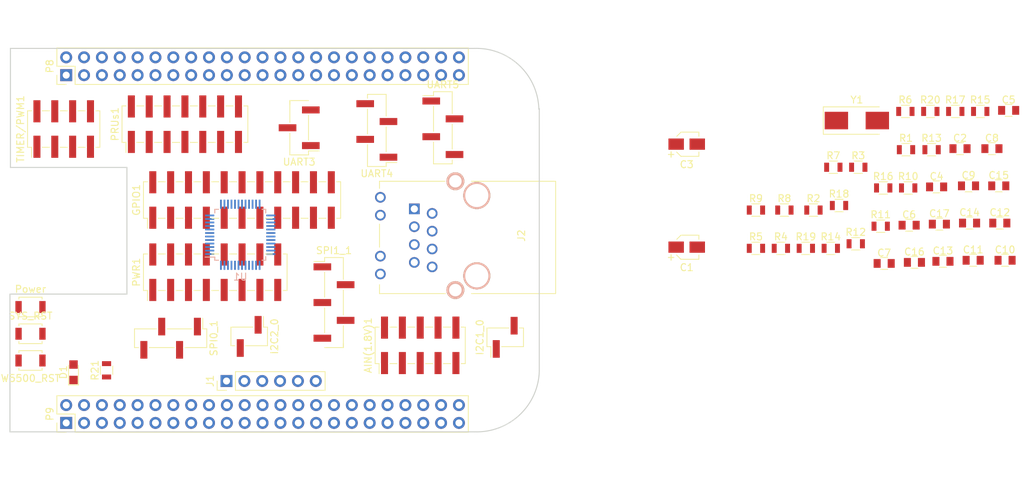
<source format=kicad_pcb>
(kicad_pcb (version 4) (host pcbnew 4.0.7)

  (general
    (links 213)
    (no_connects 213)
    (area 96.063999 72.309331 171.525001 127.078629)
    (thickness 1.6)
    (drawings 13)
    (tracks 0)
    (zones 0)
    (modules 60)
    (nets 127)
  )

  (page A4)
  (layers
    (0 F.Cu signal)
    (31 B.Cu signal)
    (32 B.Adhes user)
    (33 F.Adhes user)
    (34 B.Paste user)
    (35 F.Paste user)
    (36 B.SilkS user)
    (37 F.SilkS user)
    (38 B.Mask user)
    (39 F.Mask user)
    (40 Dwgs.User user)
    (41 Cmts.User user)
    (42 Eco1.User user)
    (43 Eco2.User user)
    (44 Edge.Cuts user)
    (45 Margin user)
    (46 B.CrtYd user)
    (47 F.CrtYd user)
    (48 B.Fab user)
    (49 F.Fab user)
  )

  (setup
    (last_trace_width 0.254)
    (trace_clearance 0.254)
    (zone_clearance 0.508)
    (zone_45_only no)
    (trace_min 0.1524)
    (segment_width 0.2)
    (edge_width 0.15)
    (via_size 0.6858)
    (via_drill 0.3302)
    (via_min_size 0.6858)
    (via_min_drill 0.3302)
    (uvia_size 0.3)
    (uvia_drill 0.1)
    (uvias_allowed no)
    (uvia_min_size 0.2)
    (uvia_min_drill 0.1)
    (pcb_text_width 0.3)
    (pcb_text_size 1.5 1.5)
    (mod_edge_width 0.15)
    (mod_text_size 1 1)
    (mod_text_width 0.15)
    (pad_size 4 4)
    (pad_drill 3.175)
    (pad_to_mask_clearance 0.2)
    (aux_axis_origin 0 0)
    (visible_elements FFFFF7FF)
    (pcbplotparams
      (layerselection 0x00030_80000001)
      (usegerberextensions false)
      (excludeedgelayer true)
      (linewidth 0.100000)
      (plotframeref false)
      (viasonmask false)
      (mode 1)
      (useauxorigin false)
      (hpglpennumber 1)
      (hpglpenspeed 20)
      (hpglpendiameter 15)
      (hpglpenoverlay 2)
      (psnegative false)
      (psa4output false)
      (plotreference true)
      (plotvalue true)
      (plotinvisibletext false)
      (padsonsilk false)
      (subtractmaskfromsilk false)
      (outputformat 1)
      (mirror false)
      (drillshape 1)
      (scaleselection 1)
      (outputdirectory ""))
  )

  (net 0 "")
  (net 1 AIN4)
  (net 2 AIN5)
  (net 3 AIN6)
  (net 4 AIN3)
  (net 5 AIN2)
  (net 6 AIN1)
  (net 7 AIN0)
  (net 8 VDD_ADC)
  (net 9 GNDA_ADC)
  (net 10 3V3D)
  (net 11 "Net-(C1-Pad2)")
  (net 12 VDD_3V3)
  (net 13 DGND)
  (net 14 "Net-(C10-Pad1)")
  (net 15 RX+)
  (net 16 "Net-(C11-Pad1)")
  (net 17 RX-)
  (net 18 "Net-(C12-Pad1)")
  (net 19 "Net-(C13-Pad1)")
  (net 20 "Net-(C14-Pad1)")
  (net 21 "Net-(C15-Pad1)")
  (net 22 "Net-(C16-Pad1)")
  (net 23 "Net-(C17-Pad1)")
  (net 24 "Net-(D1-Pad1)")
  (net 25 GPIO_38)
  (net 26 GPIO_39)
  (net 27 GPIO_34)
  (net 28 GPIO_35)
  (net 29 GPIO_47)
  (net 30 GPIO_26)
  (net 31 GPIO_27)
  (net 32 GPIO_46)
  (net 33 GPIO_36)
  (net 34 GPIO_65)
  (net 35 GPIO_32)
  (net 36 GPIO_37)
  (net 37 GPIO_48)
  (net 38 GPIO_33)
  (net 39 GPIO49)
  (net 40 GPIO_61)
  (net 41 GPIO_117)
  (net 42 GPIO_60)
  (net 43 GPIO_115)
  (net 44 VDD_5V)
  (net 45 I2C1_SCL/UART1_TXD)
  (net 46 I2C1_SDA/UART1_RXD)
  (net 47 I2C2_SCL/SPI0_DO/UART2_TXD)
  (net 48 I2C2_SDA/SPIO_SCLK/UART2_RXD)
  (net 49 "Net-(J1-Pad2)")
  (net 50 "Net-(J1-Pad3)")
  (net 51 UART0_RXD)
  (net 52 UART0_TXD)
  (net 53 "Net-(J1-Pad6)")
  (net 54 TIMER4)
  (net 55 TIMER7)
  (net 56 TIMER5)
  (net 57 TIMER6)
  (net 58 PRU0_15OUT)
  (net 59 PRU0_14OUT)
  (net 60 EHRPWM2B)
  (net 61 EHRPWM2A)
  (net 62 PRU1_13)
  (net 63 PRU1_12)
  (net 64 PRU1_8)
  (net 65 PRU1_10)
  (net 66 PRU1_9)
  (net 67 PRU1_11)
  (net 68 UART5_CTSn+)
  (net 69 UART5_RTSn)
  (net 70 UART4_RTSn)
  (net 71 UART3_RTSn)
  (net 72 UART4_CTSn)
  (net 73 UART3_CTSn)
  (net 74 UART5_TXD+)
  (net 75 UART5_RXD+)
  (net 76 PRU1_6)
  (net 77 PRU1_7)
  (net 78 PRU1_4)
  (net 79 PRU1_5)
  (net 80 PRU1_2)
  (net 81 PRU1_3)
  (net 82 SYS_5V)
  (net 83 PWR_BUT)
  (net 84 SYS_RESETn)
  (net 85 UART4_RXD)
  (net 86 UART4_TXD)
  (net 87 EHRPWM1A)
  (net 88 EHRPWM1B)
  (net 89 I2C1_SCL/SPI0_CS0)
  (net 90 I2C1_SDA/SPI0_DI)
  (net 91 I2C2_SCL/SPI1_CS1/UART1_RTSn)
  (net 92 I2C2_SDA/SPI1_CS0/UART1_CTSn)
  (net 93 SPI1_CS0)
  (net 94 SPI1_D0)
  (net 95 SPI1_DI)
  (net 96 SPI1_SCLK)
  (net 97 W5500_INT)
  (net 98 SPI1_CS1/UART3_TXD)
  (net 99 TX+)
  (net 100 TX-)
  (net 101 ACT_LED)
  (net 102 "Net-(J2-PadGK)")
  (net 103 LINK_LED)
  (net 104 "Net-(J2-PadYK)")
  (net 105 "Net-(R8-Pad1)")
  (net 106 "Net-(R9-Pad2)")
  (net 107 "Net-(R10-Pad2)")
  (net 108 "Net-(R11-Pad2)")
  (net 109 "Net-(R12-Pad2)")
  (net 110 "Net-(R13-Pad2)")
  (net 111 "Net-(R14-Pad2)")
  (net 112 "Net-(R15-Pad2)")
  (net 113 "Net-(R16-Pad2)")
  (net 114 "Net-(R17-Pad2)")
  (net 115 W5500_RST)
  (net 116 "Net-(U1-Pad7)")
  (net 117 "Net-(U1-Pad12)")
  (net 118 "Net-(U1-Pad13)")
  (net 119 "Net-(U1-Pad18)")
  (net 120 "Net-(U1-Pad24)")
  (net 121 "Net-(U1-Pad26)")
  (net 122 SPI1_DO)
  (net 123 "Net-(U1-Pad46)")
  (net 124 "Net-(U1-Pad47)")
  (net 125 "Net-(J2-Pad8)")
  (net 126 "Net-(J2-Pad13)")

  (net_class Default "This is the default net class."
    (clearance 0.254)
    (trace_width 0.254)
    (via_dia 0.6858)
    (via_drill 0.3302)
    (uvia_dia 0.3)
    (uvia_drill 0.1)
    (add_net 3V3D)
    (add_net ACT_LED)
    (add_net AIN0)
    (add_net AIN1)
    (add_net AIN2)
    (add_net AIN3)
    (add_net AIN4)
    (add_net AIN5)
    (add_net AIN6)
    (add_net DGND)
    (add_net EHRPWM1A)
    (add_net EHRPWM1B)
    (add_net EHRPWM2A)
    (add_net EHRPWM2B)
    (add_net GNDA_ADC)
    (add_net GPIO49)
    (add_net GPIO_115)
    (add_net GPIO_117)
    (add_net GPIO_26)
    (add_net GPIO_27)
    (add_net GPIO_32)
    (add_net GPIO_33)
    (add_net GPIO_34)
    (add_net GPIO_35)
    (add_net GPIO_36)
    (add_net GPIO_37)
    (add_net GPIO_38)
    (add_net GPIO_39)
    (add_net GPIO_46)
    (add_net GPIO_47)
    (add_net GPIO_48)
    (add_net GPIO_60)
    (add_net GPIO_61)
    (add_net GPIO_65)
    (add_net I2C1_SCL/SPI0_CS0)
    (add_net I2C1_SCL/UART1_TXD)
    (add_net I2C1_SDA/SPI0_DI)
    (add_net I2C1_SDA/UART1_RXD)
    (add_net I2C2_SCL/SPI0_DO/UART2_TXD)
    (add_net I2C2_SCL/SPI1_CS1/UART1_RTSn)
    (add_net I2C2_SDA/SPI1_CS0/UART1_CTSn)
    (add_net I2C2_SDA/SPIO_SCLK/UART2_RXD)
    (add_net LINK_LED)
    (add_net "Net-(C1-Pad2)")
    (add_net "Net-(C10-Pad1)")
    (add_net "Net-(C11-Pad1)")
    (add_net "Net-(C12-Pad1)")
    (add_net "Net-(C13-Pad1)")
    (add_net "Net-(C14-Pad1)")
    (add_net "Net-(C15-Pad1)")
    (add_net "Net-(C16-Pad1)")
    (add_net "Net-(C17-Pad1)")
    (add_net "Net-(D1-Pad1)")
    (add_net "Net-(J1-Pad2)")
    (add_net "Net-(J1-Pad3)")
    (add_net "Net-(J1-Pad6)")
    (add_net "Net-(J2-Pad13)")
    (add_net "Net-(J2-Pad8)")
    (add_net "Net-(J2-PadGK)")
    (add_net "Net-(J2-PadYK)")
    (add_net "Net-(R10-Pad2)")
    (add_net "Net-(R11-Pad2)")
    (add_net "Net-(R12-Pad2)")
    (add_net "Net-(R13-Pad2)")
    (add_net "Net-(R14-Pad2)")
    (add_net "Net-(R15-Pad2)")
    (add_net "Net-(R16-Pad2)")
    (add_net "Net-(R17-Pad2)")
    (add_net "Net-(R8-Pad1)")
    (add_net "Net-(R9-Pad2)")
    (add_net "Net-(U1-Pad12)")
    (add_net "Net-(U1-Pad13)")
    (add_net "Net-(U1-Pad18)")
    (add_net "Net-(U1-Pad24)")
    (add_net "Net-(U1-Pad26)")
    (add_net "Net-(U1-Pad46)")
    (add_net "Net-(U1-Pad47)")
    (add_net "Net-(U1-Pad7)")
    (add_net PRU0_14OUT)
    (add_net PRU0_15OUT)
    (add_net PRU1_10)
    (add_net PRU1_11)
    (add_net PRU1_12)
    (add_net PRU1_13)
    (add_net PRU1_2)
    (add_net PRU1_3)
    (add_net PRU1_4)
    (add_net PRU1_5)
    (add_net PRU1_6)
    (add_net PRU1_7)
    (add_net PRU1_8)
    (add_net PRU1_9)
    (add_net PWR_BUT)
    (add_net RX+)
    (add_net RX-)
    (add_net SPI1_CS0)
    (add_net SPI1_CS1/UART3_TXD)
    (add_net SPI1_D0)
    (add_net SPI1_DI)
    (add_net SPI1_DO)
    (add_net SPI1_SCLK)
    (add_net SYS_5V)
    (add_net SYS_RESETn)
    (add_net TIMER4)
    (add_net TIMER5)
    (add_net TIMER6)
    (add_net TIMER7)
    (add_net TX+)
    (add_net TX-)
    (add_net UART0_RXD)
    (add_net UART0_TXD)
    (add_net UART3_CTSn)
    (add_net UART3_RTSn)
    (add_net UART4_CTSn)
    (add_net UART4_RTSn)
    (add_net UART4_RXD)
    (add_net UART4_TXD)
    (add_net UART5_CTSn+)
    (add_net UART5_RTSn)
    (add_net UART5_RXD+)
    (add_net UART5_TXD+)
    (add_net VDD_3V3)
    (add_net VDD_5V)
    (add_net VDD_ADC)
    (add_net W5500_INT)
    (add_net W5500_RST)
  )

  (module Capacitors_SMD:C_0805 (layer F.Cu) (tedit 58AA8463) (tstamp 5A0B7FE6)
    (at 231.311428 86.665)
    (descr "Capacitor SMD 0805, reflow soldering, AVX (see smccp.pdf)")
    (tags "capacitor 0805")
    (path /5A08EFC1/5A0B8C7A)
    (attr smd)
    (fp_text reference C2 (at 0 -1.5) (layer F.SilkS)
      (effects (font (size 1 1) (thickness 0.15)))
    )
    (fp_text value 0.1uF (at 0 1.75) (layer F.Fab)
      (effects (font (size 1 1) (thickness 0.15)))
    )
    (fp_text user %R (at 0 -1.5) (layer F.Fab)
      (effects (font (size 1 1) (thickness 0.15)))
    )
    (fp_line (start -1 0.62) (end -1 -0.62) (layer F.Fab) (width 0.1))
    (fp_line (start 1 0.62) (end -1 0.62) (layer F.Fab) (width 0.1))
    (fp_line (start 1 -0.62) (end 1 0.62) (layer F.Fab) (width 0.1))
    (fp_line (start -1 -0.62) (end 1 -0.62) (layer F.Fab) (width 0.1))
    (fp_line (start 0.5 -0.85) (end -0.5 -0.85) (layer F.SilkS) (width 0.12))
    (fp_line (start -0.5 0.85) (end 0.5 0.85) (layer F.SilkS) (width 0.12))
    (fp_line (start -1.75 -0.88) (end 1.75 -0.88) (layer F.CrtYd) (width 0.05))
    (fp_line (start -1.75 -0.88) (end -1.75 0.87) (layer F.CrtYd) (width 0.05))
    (fp_line (start 1.75 0.87) (end 1.75 -0.88) (layer F.CrtYd) (width 0.05))
    (fp_line (start 1.75 0.87) (end -1.75 0.87) (layer F.CrtYd) (width 0.05))
    (pad 1 smd rect (at -1 0) (size 1 1.25) (layers F.Cu F.Paste F.Mask)
      (net 10 3V3D))
    (pad 2 smd rect (at 1 0) (size 1 1.25) (layers F.Cu F.Paste F.Mask)
      (net 11 "Net-(C1-Pad2)"))
    (model Capacitors_SMD.3dshapes/C_0805.wrl
      (at (xyz 0 0 0))
      (scale (xyz 1 1 1))
      (rotate (xyz 0 0 0))
    )
  )

  (module Capacitors_SMD:C_0805 (layer F.Cu) (tedit 58AA8463) (tstamp 5A0B80C5)
    (at 227.981428 92.115)
    (descr "Capacitor SMD 0805, reflow soldering, AVX (see smccp.pdf)")
    (tags "capacitor 0805")
    (path /5A08EFC1/5A0A5929)
    (attr smd)
    (fp_text reference C4 (at 0 -1.5) (layer F.SilkS)
      (effects (font (size 1 1) (thickness 0.15)))
    )
    (fp_text value 0.1uF (at 0 1.75) (layer F.Fab)
      (effects (font (size 1 1) (thickness 0.15)))
    )
    (fp_text user %R (at 0 -1.5) (layer F.Fab)
      (effects (font (size 1 1) (thickness 0.15)))
    )
    (fp_line (start -1 0.62) (end -1 -0.62) (layer F.Fab) (width 0.1))
    (fp_line (start 1 0.62) (end -1 0.62) (layer F.Fab) (width 0.1))
    (fp_line (start 1 -0.62) (end 1 0.62) (layer F.Fab) (width 0.1))
    (fp_line (start -1 -0.62) (end 1 -0.62) (layer F.Fab) (width 0.1))
    (fp_line (start 0.5 -0.85) (end -0.5 -0.85) (layer F.SilkS) (width 0.12))
    (fp_line (start -0.5 0.85) (end 0.5 0.85) (layer F.SilkS) (width 0.12))
    (fp_line (start -1.75 -0.88) (end 1.75 -0.88) (layer F.CrtYd) (width 0.05))
    (fp_line (start -1.75 -0.88) (end -1.75 0.87) (layer F.CrtYd) (width 0.05))
    (fp_line (start 1.75 0.87) (end 1.75 -0.88) (layer F.CrtYd) (width 0.05))
    (fp_line (start 1.75 0.87) (end -1.75 0.87) (layer F.CrtYd) (width 0.05))
    (pad 1 smd rect (at -1 0) (size 1 1.25) (layers F.Cu F.Paste F.Mask)
      (net 12 VDD_3V3))
    (pad 2 smd rect (at 1 0) (size 1 1.25) (layers F.Cu F.Paste F.Mask)
      (net 13 DGND))
    (model Capacitors_SMD.3dshapes/C_0805.wrl
      (at (xyz 0 0 0))
      (scale (xyz 1 1 1))
      (rotate (xyz 0 0 0))
    )
  )

  (module Capacitors_SMD:C_0805 (layer F.Cu) (tedit 58AA8463) (tstamp 5A0B80D6)
    (at 238.231428 81.215)
    (descr "Capacitor SMD 0805, reflow soldering, AVX (see smccp.pdf)")
    (tags "capacitor 0805")
    (path /5A08EFC1/5A0A59C5)
    (attr smd)
    (fp_text reference C5 (at 0 -1.5) (layer F.SilkS)
      (effects (font (size 1 1) (thickness 0.15)))
    )
    (fp_text value 0.1uF (at 0 1.75) (layer F.Fab)
      (effects (font (size 1 1) (thickness 0.15)))
    )
    (fp_text user %R (at 0 -1.5) (layer F.Fab)
      (effects (font (size 1 1) (thickness 0.15)))
    )
    (fp_line (start -1 0.62) (end -1 -0.62) (layer F.Fab) (width 0.1))
    (fp_line (start 1 0.62) (end -1 0.62) (layer F.Fab) (width 0.1))
    (fp_line (start 1 -0.62) (end 1 0.62) (layer F.Fab) (width 0.1))
    (fp_line (start -1 -0.62) (end 1 -0.62) (layer F.Fab) (width 0.1))
    (fp_line (start 0.5 -0.85) (end -0.5 -0.85) (layer F.SilkS) (width 0.12))
    (fp_line (start -0.5 0.85) (end 0.5 0.85) (layer F.SilkS) (width 0.12))
    (fp_line (start -1.75 -0.88) (end 1.75 -0.88) (layer F.CrtYd) (width 0.05))
    (fp_line (start -1.75 -0.88) (end -1.75 0.87) (layer F.CrtYd) (width 0.05))
    (fp_line (start 1.75 0.87) (end 1.75 -0.88) (layer F.CrtYd) (width 0.05))
    (fp_line (start 1.75 0.87) (end -1.75 0.87) (layer F.CrtYd) (width 0.05))
    (pad 1 smd rect (at -1 0) (size 1 1.25) (layers F.Cu F.Paste F.Mask)
      (net 12 VDD_3V3))
    (pad 2 smd rect (at 1 0) (size 1 1.25) (layers F.Cu F.Paste F.Mask)
      (net 13 DGND))
    (model Capacitors_SMD.3dshapes/C_0805.wrl
      (at (xyz 0 0 0))
      (scale (xyz 1 1 1))
      (rotate (xyz 0 0 0))
    )
  )

  (module Capacitors_SMD:C_0805 (layer F.Cu) (tedit 58AA8463) (tstamp 5A0B80E7)
    (at 224.071428 97.565)
    (descr "Capacitor SMD 0805, reflow soldering, AVX (see smccp.pdf)")
    (tags "capacitor 0805")
    (path /5A08EFC1/5A0A5A06)
    (attr smd)
    (fp_text reference C6 (at 0 -1.5) (layer F.SilkS)
      (effects (font (size 1 1) (thickness 0.15)))
    )
    (fp_text value 0.1uF (at 0 1.75) (layer F.Fab)
      (effects (font (size 1 1) (thickness 0.15)))
    )
    (fp_text user %R (at 0 -1.5) (layer F.Fab)
      (effects (font (size 1 1) (thickness 0.15)))
    )
    (fp_line (start -1 0.62) (end -1 -0.62) (layer F.Fab) (width 0.1))
    (fp_line (start 1 0.62) (end -1 0.62) (layer F.Fab) (width 0.1))
    (fp_line (start 1 -0.62) (end 1 0.62) (layer F.Fab) (width 0.1))
    (fp_line (start -1 -0.62) (end 1 -0.62) (layer F.Fab) (width 0.1))
    (fp_line (start 0.5 -0.85) (end -0.5 -0.85) (layer F.SilkS) (width 0.12))
    (fp_line (start -0.5 0.85) (end 0.5 0.85) (layer F.SilkS) (width 0.12))
    (fp_line (start -1.75 -0.88) (end 1.75 -0.88) (layer F.CrtYd) (width 0.05))
    (fp_line (start -1.75 -0.88) (end -1.75 0.87) (layer F.CrtYd) (width 0.05))
    (fp_line (start 1.75 0.87) (end 1.75 -0.88) (layer F.CrtYd) (width 0.05))
    (fp_line (start 1.75 0.87) (end -1.75 0.87) (layer F.CrtYd) (width 0.05))
    (pad 1 smd rect (at -1 0) (size 1 1.25) (layers F.Cu F.Paste F.Mask)
      (net 12 VDD_3V3))
    (pad 2 smd rect (at 1 0) (size 1 1.25) (layers F.Cu F.Paste F.Mask)
      (net 13 DGND))
    (model Capacitors_SMD.3dshapes/C_0805.wrl
      (at (xyz 0 0 0))
      (scale (xyz 1 1 1))
      (rotate (xyz 0 0 0))
    )
  )

  (module Capacitors_SMD:C_0805 (layer F.Cu) (tedit 58AA8463) (tstamp 5A0B80F8)
    (at 220.521428 103.015)
    (descr "Capacitor SMD 0805, reflow soldering, AVX (see smccp.pdf)")
    (tags "capacitor 0805")
    (path /5A08EFC1/5A0A5A47)
    (attr smd)
    (fp_text reference C7 (at 0 -1.5) (layer F.SilkS)
      (effects (font (size 1 1) (thickness 0.15)))
    )
    (fp_text value 0.1uF (at 0 1.75) (layer F.Fab)
      (effects (font (size 1 1) (thickness 0.15)))
    )
    (fp_text user %R (at 0 -1.5) (layer F.Fab)
      (effects (font (size 1 1) (thickness 0.15)))
    )
    (fp_line (start -1 0.62) (end -1 -0.62) (layer F.Fab) (width 0.1))
    (fp_line (start 1 0.62) (end -1 0.62) (layer F.Fab) (width 0.1))
    (fp_line (start 1 -0.62) (end 1 0.62) (layer F.Fab) (width 0.1))
    (fp_line (start -1 -0.62) (end 1 -0.62) (layer F.Fab) (width 0.1))
    (fp_line (start 0.5 -0.85) (end -0.5 -0.85) (layer F.SilkS) (width 0.12))
    (fp_line (start -0.5 0.85) (end 0.5 0.85) (layer F.SilkS) (width 0.12))
    (fp_line (start -1.75 -0.88) (end 1.75 -0.88) (layer F.CrtYd) (width 0.05))
    (fp_line (start -1.75 -0.88) (end -1.75 0.87) (layer F.CrtYd) (width 0.05))
    (fp_line (start 1.75 0.87) (end 1.75 -0.88) (layer F.CrtYd) (width 0.05))
    (fp_line (start 1.75 0.87) (end -1.75 0.87) (layer F.CrtYd) (width 0.05))
    (pad 1 smd rect (at -1 0) (size 1 1.25) (layers F.Cu F.Paste F.Mask)
      (net 12 VDD_3V3))
    (pad 2 smd rect (at 1 0) (size 1 1.25) (layers F.Cu F.Paste F.Mask)
      (net 13 DGND))
    (model Capacitors_SMD.3dshapes/C_0805.wrl
      (at (xyz 0 0 0))
      (scale (xyz 1 1 1))
      (rotate (xyz 0 0 0))
    )
  )

  (module Capacitors_SMD:C_0805 (layer F.Cu) (tedit 58AA8463) (tstamp 5A0B8109)
    (at 235.851428 86.665)
    (descr "Capacitor SMD 0805, reflow soldering, AVX (see smccp.pdf)")
    (tags "capacitor 0805")
    (path /5A08EFC1/5A0A5A8C)
    (attr smd)
    (fp_text reference C8 (at 0 -1.5) (layer F.SilkS)
      (effects (font (size 1 1) (thickness 0.15)))
    )
    (fp_text value 0.1uF (at 0 1.75) (layer F.Fab)
      (effects (font (size 1 1) (thickness 0.15)))
    )
    (fp_text user %R (at 0 -1.5) (layer F.Fab)
      (effects (font (size 1 1) (thickness 0.15)))
    )
    (fp_line (start -1 0.62) (end -1 -0.62) (layer F.Fab) (width 0.1))
    (fp_line (start 1 0.62) (end -1 0.62) (layer F.Fab) (width 0.1))
    (fp_line (start 1 -0.62) (end 1 0.62) (layer F.Fab) (width 0.1))
    (fp_line (start -1 -0.62) (end 1 -0.62) (layer F.Fab) (width 0.1))
    (fp_line (start 0.5 -0.85) (end -0.5 -0.85) (layer F.SilkS) (width 0.12))
    (fp_line (start -0.5 0.85) (end 0.5 0.85) (layer F.SilkS) (width 0.12))
    (fp_line (start -1.75 -0.88) (end 1.75 -0.88) (layer F.CrtYd) (width 0.05))
    (fp_line (start -1.75 -0.88) (end -1.75 0.87) (layer F.CrtYd) (width 0.05))
    (fp_line (start 1.75 0.87) (end 1.75 -0.88) (layer F.CrtYd) (width 0.05))
    (fp_line (start 1.75 0.87) (end -1.75 0.87) (layer F.CrtYd) (width 0.05))
    (pad 1 smd rect (at -1 0) (size 1 1.25) (layers F.Cu F.Paste F.Mask)
      (net 12 VDD_3V3))
    (pad 2 smd rect (at 1 0) (size 1 1.25) (layers F.Cu F.Paste F.Mask)
      (net 13 DGND))
    (model Capacitors_SMD.3dshapes/C_0805.wrl
      (at (xyz 0 0 0))
      (scale (xyz 1 1 1))
      (rotate (xyz 0 0 0))
    )
  )

  (module Capacitors_SMD:C_0805 (layer F.Cu) (tedit 58AA8463) (tstamp 5A0B811A)
    (at 232.521428 91.965)
    (descr "Capacitor SMD 0805, reflow soldering, AVX (see smccp.pdf)")
    (tags "capacitor 0805")
    (path /5A08EFC1/5A0AA440)
    (attr smd)
    (fp_text reference C9 (at 0 -1.5) (layer F.SilkS)
      (effects (font (size 1 1) (thickness 0.15)))
    )
    (fp_text value 0.1uF (at 0 1.75) (layer F.Fab)
      (effects (font (size 1 1) (thickness 0.15)))
    )
    (fp_text user %R (at 0 -1.5) (layer F.Fab)
      (effects (font (size 1 1) (thickness 0.15)))
    )
    (fp_line (start -1 0.62) (end -1 -0.62) (layer F.Fab) (width 0.1))
    (fp_line (start 1 0.62) (end -1 0.62) (layer F.Fab) (width 0.1))
    (fp_line (start 1 -0.62) (end 1 0.62) (layer F.Fab) (width 0.1))
    (fp_line (start -1 -0.62) (end 1 -0.62) (layer F.Fab) (width 0.1))
    (fp_line (start 0.5 -0.85) (end -0.5 -0.85) (layer F.SilkS) (width 0.12))
    (fp_line (start -0.5 0.85) (end 0.5 0.85) (layer F.SilkS) (width 0.12))
    (fp_line (start -1.75 -0.88) (end 1.75 -0.88) (layer F.CrtYd) (width 0.05))
    (fp_line (start -1.75 -0.88) (end -1.75 0.87) (layer F.CrtYd) (width 0.05))
    (fp_line (start 1.75 0.87) (end 1.75 -0.88) (layer F.CrtYd) (width 0.05))
    (fp_line (start 1.75 0.87) (end -1.75 0.87) (layer F.CrtYd) (width 0.05))
    (pad 1 smd rect (at -1 0) (size 1 1.25) (layers F.Cu F.Paste F.Mask)
      (net 12 VDD_3V3))
    (pad 2 smd rect (at 1 0) (size 1 1.25) (layers F.Cu F.Paste F.Mask)
      (net 13 DGND))
    (model Capacitors_SMD.3dshapes/C_0805.wrl
      (at (xyz 0 0 0))
      (scale (xyz 1 1 1))
      (rotate (xyz 0 0 0))
    )
  )

  (module Capacitors_SMD:C_0805 (layer F.Cu) (tedit 58AA8463) (tstamp 5A0B812B)
    (at 237.721428 102.565)
    (descr "Capacitor SMD 0805, reflow soldering, AVX (see smccp.pdf)")
    (tags "capacitor 0805")
    (path /5A08EFC1/5A0A3B4C)
    (attr smd)
    (fp_text reference C10 (at 0 -1.5) (layer F.SilkS)
      (effects (font (size 1 1) (thickness 0.15)))
    )
    (fp_text value 6.8nF (at 0 1.75) (layer F.Fab)
      (effects (font (size 1 1) (thickness 0.15)))
    )
    (fp_text user %R (at 0 -1.5) (layer F.Fab)
      (effects (font (size 1 1) (thickness 0.15)))
    )
    (fp_line (start -1 0.62) (end -1 -0.62) (layer F.Fab) (width 0.1))
    (fp_line (start 1 0.62) (end -1 0.62) (layer F.Fab) (width 0.1))
    (fp_line (start 1 -0.62) (end 1 0.62) (layer F.Fab) (width 0.1))
    (fp_line (start -1 -0.62) (end 1 -0.62) (layer F.Fab) (width 0.1))
    (fp_line (start 0.5 -0.85) (end -0.5 -0.85) (layer F.SilkS) (width 0.12))
    (fp_line (start -0.5 0.85) (end 0.5 0.85) (layer F.SilkS) (width 0.12))
    (fp_line (start -1.75 -0.88) (end 1.75 -0.88) (layer F.CrtYd) (width 0.05))
    (fp_line (start -1.75 -0.88) (end -1.75 0.87) (layer F.CrtYd) (width 0.05))
    (fp_line (start 1.75 0.87) (end 1.75 -0.88) (layer F.CrtYd) (width 0.05))
    (fp_line (start 1.75 0.87) (end -1.75 0.87) (layer F.CrtYd) (width 0.05))
    (pad 1 smd rect (at -1 0) (size 1 1.25) (layers F.Cu F.Paste F.Mask)
      (net 14 "Net-(C10-Pad1)"))
    (pad 2 smd rect (at 1 0) (size 1 1.25) (layers F.Cu F.Paste F.Mask)
      (net 15 RX+))
    (model Capacitors_SMD.3dshapes/C_0805.wrl
      (at (xyz 0 0 0))
      (scale (xyz 1 1 1))
      (rotate (xyz 0 0 0))
    )
  )

  (module Capacitors_SMD:C_0805 (layer F.Cu) (tedit 58AA8463) (tstamp 5A0B813C)
    (at 233.181428 102.565)
    (descr "Capacitor SMD 0805, reflow soldering, AVX (see smccp.pdf)")
    (tags "capacitor 0805")
    (path /5A08EFC1/5A0A4140)
    (attr smd)
    (fp_text reference C11 (at 0 -1.5) (layer F.SilkS)
      (effects (font (size 1 1) (thickness 0.15)))
    )
    (fp_text value 6.8nF (at 0 1.75) (layer F.Fab)
      (effects (font (size 1 1) (thickness 0.15)))
    )
    (fp_text user %R (at 0 -1.5) (layer F.Fab)
      (effects (font (size 1 1) (thickness 0.15)))
    )
    (fp_line (start -1 0.62) (end -1 -0.62) (layer F.Fab) (width 0.1))
    (fp_line (start 1 0.62) (end -1 0.62) (layer F.Fab) (width 0.1))
    (fp_line (start 1 -0.62) (end 1 0.62) (layer F.Fab) (width 0.1))
    (fp_line (start -1 -0.62) (end 1 -0.62) (layer F.Fab) (width 0.1))
    (fp_line (start 0.5 -0.85) (end -0.5 -0.85) (layer F.SilkS) (width 0.12))
    (fp_line (start -0.5 0.85) (end 0.5 0.85) (layer F.SilkS) (width 0.12))
    (fp_line (start -1.75 -0.88) (end 1.75 -0.88) (layer F.CrtYd) (width 0.05))
    (fp_line (start -1.75 -0.88) (end -1.75 0.87) (layer F.CrtYd) (width 0.05))
    (fp_line (start 1.75 0.87) (end 1.75 -0.88) (layer F.CrtYd) (width 0.05))
    (fp_line (start 1.75 0.87) (end -1.75 0.87) (layer F.CrtYd) (width 0.05))
    (pad 1 smd rect (at -1 0) (size 1 1.25) (layers F.Cu F.Paste F.Mask)
      (net 16 "Net-(C11-Pad1)"))
    (pad 2 smd rect (at 1 0) (size 1 1.25) (layers F.Cu F.Paste F.Mask)
      (net 17 RX-))
    (model Capacitors_SMD.3dshapes/C_0805.wrl
      (at (xyz 0 0 0))
      (scale (xyz 1 1 1))
      (rotate (xyz 0 0 0))
    )
  )

  (module Capacitors_SMD:C_0805 (layer F.Cu) (tedit 58AA8463) (tstamp 5A0B814D)
    (at 236.973333 97.265)
    (descr "Capacitor SMD 0805, reflow soldering, AVX (see smccp.pdf)")
    (tags "capacitor 0805")
    (path /5A08EFC1/5A0A4751)
    (attr smd)
    (fp_text reference C12 (at 0 -1.5) (layer F.SilkS)
      (effects (font (size 1 1) (thickness 0.15)))
    )
    (fp_text value 10nF (at 0 1.75) (layer F.Fab)
      (effects (font (size 1 1) (thickness 0.15)))
    )
    (fp_text user %R (at 0 -1.5) (layer F.Fab)
      (effects (font (size 1 1) (thickness 0.15)))
    )
    (fp_line (start -1 0.62) (end -1 -0.62) (layer F.Fab) (width 0.1))
    (fp_line (start 1 0.62) (end -1 0.62) (layer F.Fab) (width 0.1))
    (fp_line (start 1 -0.62) (end 1 0.62) (layer F.Fab) (width 0.1))
    (fp_line (start -1 -0.62) (end 1 -0.62) (layer F.Fab) (width 0.1))
    (fp_line (start 0.5 -0.85) (end -0.5 -0.85) (layer F.SilkS) (width 0.12))
    (fp_line (start -0.5 0.85) (end 0.5 0.85) (layer F.SilkS) (width 0.12))
    (fp_line (start -1.75 -0.88) (end 1.75 -0.88) (layer F.CrtYd) (width 0.05))
    (fp_line (start -1.75 -0.88) (end -1.75 0.87) (layer F.CrtYd) (width 0.05))
    (fp_line (start 1.75 0.87) (end 1.75 -0.88) (layer F.CrtYd) (width 0.05))
    (fp_line (start 1.75 0.87) (end -1.75 0.87) (layer F.CrtYd) (width 0.05))
    (pad 1 smd rect (at -1 0) (size 1 1.25) (layers F.Cu F.Paste F.Mask)
      (net 18 "Net-(C12-Pad1)"))
    (pad 2 smd rect (at 1 0) (size 1 1.25) (layers F.Cu F.Paste F.Mask)
      (net 13 DGND))
    (model Capacitors_SMD.3dshapes/C_0805.wrl
      (at (xyz 0 0 0))
      (scale (xyz 1 1 1))
      (rotate (xyz 0 0 0))
    )
  )

  (module Capacitors_SMD:C_0805 (layer F.Cu) (tedit 58AA8463) (tstamp 5A0B815E)
    (at 228.883333 102.715)
    (descr "Capacitor SMD 0805, reflow soldering, AVX (see smccp.pdf)")
    (tags "capacitor 0805")
    (path /5A08EFC1/5A0A2543)
    (attr smd)
    (fp_text reference C13 (at 0 -1.5) (layer F.SilkS)
      (effects (font (size 1 1) (thickness 0.15)))
    )
    (fp_text value 22nF (at 0 1.75) (layer F.Fab)
      (effects (font (size 1 1) (thickness 0.15)))
    )
    (fp_text user %R (at 0 -1.5) (layer F.Fab)
      (effects (font (size 1 1) (thickness 0.15)))
    )
    (fp_line (start -1 0.62) (end -1 -0.62) (layer F.Fab) (width 0.1))
    (fp_line (start 1 0.62) (end -1 0.62) (layer F.Fab) (width 0.1))
    (fp_line (start 1 -0.62) (end 1 0.62) (layer F.Fab) (width 0.1))
    (fp_line (start -1 -0.62) (end 1 -0.62) (layer F.Fab) (width 0.1))
    (fp_line (start 0.5 -0.85) (end -0.5 -0.85) (layer F.SilkS) (width 0.12))
    (fp_line (start -0.5 0.85) (end 0.5 0.85) (layer F.SilkS) (width 0.12))
    (fp_line (start -1.75 -0.88) (end 1.75 -0.88) (layer F.CrtYd) (width 0.05))
    (fp_line (start -1.75 -0.88) (end -1.75 0.87) (layer F.CrtYd) (width 0.05))
    (fp_line (start 1.75 0.87) (end 1.75 -0.88) (layer F.CrtYd) (width 0.05))
    (fp_line (start 1.75 0.87) (end -1.75 0.87) (layer F.CrtYd) (width 0.05))
    (pad 1 smd rect (at -1 0) (size 1 1.25) (layers F.Cu F.Paste F.Mask)
      (net 19 "Net-(C13-Pad1)"))
    (pad 2 smd rect (at 1 0) (size 1 1.25) (layers F.Cu F.Paste F.Mask)
      (net 13 DGND))
    (model Capacitors_SMD.3dshapes/C_0805.wrl
      (at (xyz 0 0 0))
      (scale (xyz 1 1 1))
      (rotate (xyz 0 0 0))
    )
  )

  (module Capacitors_SMD:C_0805 (layer F.Cu) (tedit 58AA8463) (tstamp 5A0B816F)
    (at 232.671428 97.265)
    (descr "Capacitor SMD 0805, reflow soldering, AVX (see smccp.pdf)")
    (tags "capacitor 0805")
    (path /5A08EFC1/5A0A72FD)
    (attr smd)
    (fp_text reference C14 (at 0 -1.5) (layer F.SilkS)
      (effects (font (size 1 1) (thickness 0.15)))
    )
    (fp_text value 4.7uF (at 0 1.75) (layer F.Fab)
      (effects (font (size 1 1) (thickness 0.15)))
    )
    (fp_text user %R (at 0 -1.5) (layer F.Fab)
      (effects (font (size 1 1) (thickness 0.15)))
    )
    (fp_line (start -1 0.62) (end -1 -0.62) (layer F.Fab) (width 0.1))
    (fp_line (start 1 0.62) (end -1 0.62) (layer F.Fab) (width 0.1))
    (fp_line (start 1 -0.62) (end 1 0.62) (layer F.Fab) (width 0.1))
    (fp_line (start -1 -0.62) (end 1 -0.62) (layer F.Fab) (width 0.1))
    (fp_line (start 0.5 -0.85) (end -0.5 -0.85) (layer F.SilkS) (width 0.12))
    (fp_line (start -0.5 0.85) (end 0.5 0.85) (layer F.SilkS) (width 0.12))
    (fp_line (start -1.75 -0.88) (end 1.75 -0.88) (layer F.CrtYd) (width 0.05))
    (fp_line (start -1.75 -0.88) (end -1.75 0.87) (layer F.CrtYd) (width 0.05))
    (fp_line (start 1.75 0.87) (end 1.75 -0.88) (layer F.CrtYd) (width 0.05))
    (fp_line (start 1.75 0.87) (end -1.75 0.87) (layer F.CrtYd) (width 0.05))
    (pad 1 smd rect (at -1 0) (size 1 1.25) (layers F.Cu F.Paste F.Mask)
      (net 20 "Net-(C14-Pad1)"))
    (pad 2 smd rect (at 1 0) (size 1 1.25) (layers F.Cu F.Paste F.Mask)
      (net 13 DGND))
    (model Capacitors_SMD.3dshapes/C_0805.wrl
      (at (xyz 0 0 0))
      (scale (xyz 1 1 1))
      (rotate (xyz 0 0 0))
    )
  )

  (module Capacitors_SMD:C_0805 (layer F.Cu) (tedit 58AA8463) (tstamp 5A0B8180)
    (at 236.823333 91.965)
    (descr "Capacitor SMD 0805, reflow soldering, AVX (see smccp.pdf)")
    (tags "capacitor 0805")
    (path /5A08EFC1/5A0A736C)
    (attr smd)
    (fp_text reference C15 (at 0 -1.5) (layer F.SilkS)
      (effects (font (size 1 1) (thickness 0.15)))
    )
    (fp_text value 10nF (at 0 1.75) (layer F.Fab)
      (effects (font (size 1 1) (thickness 0.15)))
    )
    (fp_text user %R (at 0 -1.5) (layer F.Fab)
      (effects (font (size 1 1) (thickness 0.15)))
    )
    (fp_line (start -1 0.62) (end -1 -0.62) (layer F.Fab) (width 0.1))
    (fp_line (start 1 0.62) (end -1 0.62) (layer F.Fab) (width 0.1))
    (fp_line (start 1 -0.62) (end 1 0.62) (layer F.Fab) (width 0.1))
    (fp_line (start -1 -0.62) (end 1 -0.62) (layer F.Fab) (width 0.1))
    (fp_line (start 0.5 -0.85) (end -0.5 -0.85) (layer F.SilkS) (width 0.12))
    (fp_line (start -0.5 0.85) (end 0.5 0.85) (layer F.SilkS) (width 0.12))
    (fp_line (start -1.75 -0.88) (end 1.75 -0.88) (layer F.CrtYd) (width 0.05))
    (fp_line (start -1.75 -0.88) (end -1.75 0.87) (layer F.CrtYd) (width 0.05))
    (fp_line (start 1.75 0.87) (end 1.75 -0.88) (layer F.CrtYd) (width 0.05))
    (fp_line (start 1.75 0.87) (end -1.75 0.87) (layer F.CrtYd) (width 0.05))
    (pad 1 smd rect (at -1 0) (size 1 1.25) (layers F.Cu F.Paste F.Mask)
      (net 21 "Net-(C15-Pad1)"))
    (pad 2 smd rect (at 1 0) (size 1 1.25) (layers F.Cu F.Paste F.Mask)
      (net 13 DGND))
    (model Capacitors_SMD.3dshapes/C_0805.wrl
      (at (xyz 0 0 0))
      (scale (xyz 1 1 1))
      (rotate (xyz 0 0 0))
    )
  )

  (module Capacitors_SMD:C_0805 (layer F.Cu) (tedit 58AA8463) (tstamp 5A0B8191)
    (at 224.823333 102.865)
    (descr "Capacitor SMD 0805, reflow soldering, AVX (see smccp.pdf)")
    (tags "capacitor 0805")
    (path /5A08EFC1/5A0A977E)
    (attr smd)
    (fp_text reference C16 (at 0 -1.5) (layer F.SilkS)
      (effects (font (size 1 1) (thickness 0.15)))
    )
    (fp_text value 18pF (at 0 1.75) (layer F.Fab)
      (effects (font (size 1 1) (thickness 0.15)))
    )
    (fp_text user %R (at 0 -1.5) (layer F.Fab)
      (effects (font (size 1 1) (thickness 0.15)))
    )
    (fp_line (start -1 0.62) (end -1 -0.62) (layer F.Fab) (width 0.1))
    (fp_line (start 1 0.62) (end -1 0.62) (layer F.Fab) (width 0.1))
    (fp_line (start 1 -0.62) (end 1 0.62) (layer F.Fab) (width 0.1))
    (fp_line (start -1 -0.62) (end 1 -0.62) (layer F.Fab) (width 0.1))
    (fp_line (start 0.5 -0.85) (end -0.5 -0.85) (layer F.SilkS) (width 0.12))
    (fp_line (start -0.5 0.85) (end 0.5 0.85) (layer F.SilkS) (width 0.12))
    (fp_line (start -1.75 -0.88) (end 1.75 -0.88) (layer F.CrtYd) (width 0.05))
    (fp_line (start -1.75 -0.88) (end -1.75 0.87) (layer F.CrtYd) (width 0.05))
    (fp_line (start 1.75 0.87) (end 1.75 -0.88) (layer F.CrtYd) (width 0.05))
    (fp_line (start 1.75 0.87) (end -1.75 0.87) (layer F.CrtYd) (width 0.05))
    (pad 1 smd rect (at -1 0) (size 1 1.25) (layers F.Cu F.Paste F.Mask)
      (net 22 "Net-(C16-Pad1)"))
    (pad 2 smd rect (at 1 0) (size 1 1.25) (layers F.Cu F.Paste F.Mask)
      (net 13 DGND))
    (model Capacitors_SMD.3dshapes/C_0805.wrl
      (at (xyz 0 0 0))
      (scale (xyz 1 1 1))
      (rotate (xyz 0 0 0))
    )
  )

  (module Capacitors_SMD:C_0805 (layer F.Cu) (tedit 58AA8463) (tstamp 5A0B81A2)
    (at 228.373333 97.415)
    (descr "Capacitor SMD 0805, reflow soldering, AVX (see smccp.pdf)")
    (tags "capacitor 0805")
    (path /5A08EFC1/5A0A9842)
    (attr smd)
    (fp_text reference C17 (at 0 -1.5) (layer F.SilkS)
      (effects (font (size 1 1) (thickness 0.15)))
    )
    (fp_text value 18pF (at 0 1.75) (layer F.Fab)
      (effects (font (size 1 1) (thickness 0.15)))
    )
    (fp_text user %R (at 0 -1.5) (layer F.Fab)
      (effects (font (size 1 1) (thickness 0.15)))
    )
    (fp_line (start -1 0.62) (end -1 -0.62) (layer F.Fab) (width 0.1))
    (fp_line (start 1 0.62) (end -1 0.62) (layer F.Fab) (width 0.1))
    (fp_line (start 1 -0.62) (end 1 0.62) (layer F.Fab) (width 0.1))
    (fp_line (start -1 -0.62) (end 1 -0.62) (layer F.Fab) (width 0.1))
    (fp_line (start 0.5 -0.85) (end -0.5 -0.85) (layer F.SilkS) (width 0.12))
    (fp_line (start -0.5 0.85) (end 0.5 0.85) (layer F.SilkS) (width 0.12))
    (fp_line (start -1.75 -0.88) (end 1.75 -0.88) (layer F.CrtYd) (width 0.05))
    (fp_line (start -1.75 -0.88) (end -1.75 0.87) (layer F.CrtYd) (width 0.05))
    (fp_line (start 1.75 0.87) (end 1.75 -0.88) (layer F.CrtYd) (width 0.05))
    (fp_line (start 1.75 0.87) (end -1.75 0.87) (layer F.CrtYd) (width 0.05))
    (pad 1 smd rect (at -1 0) (size 1 1.25) (layers F.Cu F.Paste F.Mask)
      (net 23 "Net-(C17-Pad1)"))
    (pad 2 smd rect (at 1 0) (size 1 1.25) (layers F.Cu F.Paste F.Mask)
      (net 13 DGND))
    (model Capacitors_SMD.3dshapes/C_0805.wrl
      (at (xyz 0 0 0))
      (scale (xyz 1 1 1))
      (rotate (xyz 0 0 0))
    )
  )

  (module LEDs:LED_0805 (layer F.Cu) (tedit 59959803) (tstamp 5A0B81A8)
    (at 105.1814 118.5164 90)
    (descr "LED 0805 smd package")
    (tags "LED led 0805 SMD smd SMT smt smdled SMDLED smtled SMTLED")
    (path /5A08EFA4/5A0B149D)
    (attr smd)
    (fp_text reference D1 (at 0 -1.45 90) (layer F.SilkS)
      (effects (font (size 1 1) (thickness 0.15)))
    )
    (fp_text value LED (at 0 1.55 90) (layer F.Fab)
      (effects (font (size 1 1) (thickness 0.15)))
    )
    (fp_line (start -1.8 -0.7) (end -1.8 0.7) (layer F.SilkS) (width 0.12))
    (fp_line (start -0.4 -0.4) (end -0.4 0.4) (layer F.Fab) (width 0.1))
    (fp_line (start -0.4 0) (end 0.2 -0.4) (layer F.Fab) (width 0.1))
    (fp_line (start 0.2 0.4) (end -0.4 0) (layer F.Fab) (width 0.1))
    (fp_line (start 0.2 -0.4) (end 0.2 0.4) (layer F.Fab) (width 0.1))
    (fp_line (start 1 0.6) (end -1 0.6) (layer F.Fab) (width 0.1))
    (fp_line (start 1 -0.6) (end 1 0.6) (layer F.Fab) (width 0.1))
    (fp_line (start -1 -0.6) (end 1 -0.6) (layer F.Fab) (width 0.1))
    (fp_line (start -1 0.6) (end -1 -0.6) (layer F.Fab) (width 0.1))
    (fp_line (start -1.8 0.7) (end 1 0.7) (layer F.SilkS) (width 0.12))
    (fp_line (start -1.8 -0.7) (end 1 -0.7) (layer F.SilkS) (width 0.12))
    (fp_line (start 1.95 -0.85) (end 1.95 0.85) (layer F.CrtYd) (width 0.05))
    (fp_line (start 1.95 0.85) (end -1.95 0.85) (layer F.CrtYd) (width 0.05))
    (fp_line (start -1.95 0.85) (end -1.95 -0.85) (layer F.CrtYd) (width 0.05))
    (fp_line (start -1.95 -0.85) (end 1.95 -0.85) (layer F.CrtYd) (width 0.05))
    (fp_text user %R (at 0 -1.25 90) (layer F.Fab)
      (effects (font (size 0.4 0.4) (thickness 0.1)))
    )
    (pad 2 smd rect (at 1.1 0 270) (size 1.2 1.2) (layers F.Cu F.Paste F.Mask)
      (net 12 VDD_3V3))
    (pad 1 smd rect (at -1.1 0 270) (size 1.2 1.2) (layers F.Cu F.Paste F.Mask)
      (net 24 "Net-(D1-Pad1)"))
    (model ${KISYS3DMOD}/LEDs.3dshapes/LED_0805.wrl
      (at (xyz 0 0 0))
      (scale (xyz 1 1 1))
      (rotate (xyz 0 0 180))
    )
  )

  (module Pin_Headers:Pin_Header_Straight_2x23_Pitch2.54mm (layer F.Cu) (tedit 59650533) (tstamp 5A0B8222)
    (at 104.14 76.2 90)
    (descr "Through hole straight pin header, 2x23, 2.54mm pitch, double rows")
    (tags "Through hole pin header THT 2x23 2.54mm double row")
    (path /5A08EFA4/5A08F9A9)
    (fp_text reference P8 (at 1.27 -2.33 90) (layer F.SilkS)
      (effects (font (size 1 1) (thickness 0.15)))
    )
    (fp_text value "02x23_Stackable Header" (at 1.27 58.21 90) (layer F.Fab)
      (effects (font (size 1 1) (thickness 0.15)))
    )
    (fp_line (start 0 -1.27) (end 3.81 -1.27) (layer F.Fab) (width 0.1))
    (fp_line (start 3.81 -1.27) (end 3.81 57.15) (layer F.Fab) (width 0.1))
    (fp_line (start 3.81 57.15) (end -1.27 57.15) (layer F.Fab) (width 0.1))
    (fp_line (start -1.27 57.15) (end -1.27 0) (layer F.Fab) (width 0.1))
    (fp_line (start -1.27 0) (end 0 -1.27) (layer F.Fab) (width 0.1))
    (fp_line (start -1.33 57.21) (end 3.87 57.21) (layer F.SilkS) (width 0.12))
    (fp_line (start -1.33 1.27) (end -1.33 57.21) (layer F.SilkS) (width 0.12))
    (fp_line (start 3.87 -1.33) (end 3.87 57.21) (layer F.SilkS) (width 0.12))
    (fp_line (start -1.33 1.27) (end 1.27 1.27) (layer F.SilkS) (width 0.12))
    (fp_line (start 1.27 1.27) (end 1.27 -1.33) (layer F.SilkS) (width 0.12))
    (fp_line (start 1.27 -1.33) (end 3.87 -1.33) (layer F.SilkS) (width 0.12))
    (fp_line (start -1.33 0) (end -1.33 -1.33) (layer F.SilkS) (width 0.12))
    (fp_line (start -1.33 -1.33) (end 0 -1.33) (layer F.SilkS) (width 0.12))
    (fp_line (start -1.8 -1.8) (end -1.8 57.65) (layer F.CrtYd) (width 0.05))
    (fp_line (start -1.8 57.65) (end 4.35 57.65) (layer F.CrtYd) (width 0.05))
    (fp_line (start 4.35 57.65) (end 4.35 -1.8) (layer F.CrtYd) (width 0.05))
    (fp_line (start 4.35 -1.8) (end -1.8 -1.8) (layer F.CrtYd) (width 0.05))
    (fp_text user %R (at 1.27 27.94 180) (layer F.Fab)
      (effects (font (size 1 1) (thickness 0.15)))
    )
    (pad 1 thru_hole rect (at 0 0 90) (size 1.7 1.7) (drill 1) (layers *.Cu *.Mask)
      (net 13 DGND))
    (pad 2 thru_hole oval (at 2.54 0 90) (size 1.7 1.7) (drill 1) (layers *.Cu *.Mask)
      (net 13 DGND))
    (pad 3 thru_hole oval (at 0 2.54 90) (size 1.7 1.7) (drill 1) (layers *.Cu *.Mask)
      (net 25 GPIO_38))
    (pad 4 thru_hole oval (at 2.54 2.54 90) (size 1.7 1.7) (drill 1) (layers *.Cu *.Mask)
      (net 26 GPIO_39))
    (pad 5 thru_hole oval (at 0 5.08 90) (size 1.7 1.7) (drill 1) (layers *.Cu *.Mask)
      (net 27 GPIO_34))
    (pad 6 thru_hole oval (at 2.54 5.08 90) (size 1.7 1.7) (drill 1) (layers *.Cu *.Mask)
      (net 28 GPIO_35))
    (pad 7 thru_hole oval (at 0 7.62 90) (size 1.7 1.7) (drill 1) (layers *.Cu *.Mask)
      (net 54 TIMER4))
    (pad 8 thru_hole oval (at 2.54 7.62 90) (size 1.7 1.7) (drill 1) (layers *.Cu *.Mask)
      (net 55 TIMER7))
    (pad 9 thru_hole oval (at 0 10.16 90) (size 1.7 1.7) (drill 1) (layers *.Cu *.Mask)
      (net 56 TIMER5))
    (pad 10 thru_hole oval (at 2.54 10.16 90) (size 1.7 1.7) (drill 1) (layers *.Cu *.Mask)
      (net 57 TIMER6))
    (pad 11 thru_hole oval (at 0 12.7 90) (size 1.7 1.7) (drill 1) (layers *.Cu *.Mask)
      (net 58 PRU0_15OUT))
    (pad 12 thru_hole oval (at 2.54 12.7 90) (size 1.7 1.7) (drill 1) (layers *.Cu *.Mask)
      (net 59 PRU0_14OUT))
    (pad 13 thru_hole oval (at 0 15.24 90) (size 1.7 1.7) (drill 1) (layers *.Cu *.Mask)
      (net 60 EHRPWM2B))
    (pad 14 thru_hole oval (at 2.54 15.24 90) (size 1.7 1.7) (drill 1) (layers *.Cu *.Mask)
      (net 30 GPIO_26))
    (pad 15 thru_hole oval (at 0 17.78 90) (size 1.7 1.7) (drill 1) (layers *.Cu *.Mask)
      (net 29 GPIO_47))
    (pad 16 thru_hole oval (at 2.54 17.78 90) (size 1.7 1.7) (drill 1) (layers *.Cu *.Mask)
      (net 32 GPIO_46))
    (pad 17 thru_hole oval (at 0 20.32 90) (size 1.7 1.7) (drill 1) (layers *.Cu *.Mask)
      (net 31 GPIO_27))
    (pad 18 thru_hole oval (at 2.54 20.32 90) (size 1.7 1.7) (drill 1) (layers *.Cu *.Mask)
      (net 34 GPIO_65))
    (pad 19 thru_hole oval (at 0 22.86 90) (size 1.7 1.7) (drill 1) (layers *.Cu *.Mask)
      (net 61 EHRPWM2A))
    (pad 20 thru_hole oval (at 2.54 22.86 90) (size 1.7 1.7) (drill 1) (layers *.Cu *.Mask)
      (net 62 PRU1_13))
    (pad 21 thru_hole oval (at 0 25.4 90) (size 1.7 1.7) (drill 1) (layers *.Cu *.Mask)
      (net 63 PRU1_12))
    (pad 22 thru_hole oval (at 2.54 25.4 90) (size 1.7 1.7) (drill 1) (layers *.Cu *.Mask)
      (net 36 GPIO_37))
    (pad 23 thru_hole oval (at 0 27.94 90) (size 1.7 1.7) (drill 1) (layers *.Cu *.Mask)
      (net 33 GPIO_36))
    (pad 24 thru_hole oval (at 2.54 27.94 90) (size 1.7 1.7) (drill 1) (layers *.Cu *.Mask)
      (net 38 GPIO_33))
    (pad 25 thru_hole oval (at 0 30.48 90) (size 1.7 1.7) (drill 1) (layers *.Cu *.Mask)
      (net 35 GPIO_32))
    (pad 26 thru_hole oval (at 2.54 30.48 90) (size 1.7 1.7) (drill 1) (layers *.Cu *.Mask)
      (net 40 GPIO_61))
    (pad 27 thru_hole oval (at 0 33.02 90) (size 1.7 1.7) (drill 1) (layers *.Cu *.Mask)
      (net 64 PRU1_8))
    (pad 28 thru_hole oval (at 2.54 33.02 90) (size 1.7 1.7) (drill 1) (layers *.Cu *.Mask)
      (net 65 PRU1_10))
    (pad 29 thru_hole oval (at 0 35.56 90) (size 1.7 1.7) (drill 1) (layers *.Cu *.Mask)
      (net 66 PRU1_9))
    (pad 30 thru_hole oval (at 2.54 35.56 90) (size 1.7 1.7) (drill 1) (layers *.Cu *.Mask)
      (net 67 PRU1_11))
    (pad 31 thru_hole oval (at 0 38.1 90) (size 1.7 1.7) (drill 1) (layers *.Cu *.Mask)
      (net 68 UART5_CTSn+))
    (pad 32 thru_hole oval (at 2.54 38.1 90) (size 1.7 1.7) (drill 1) (layers *.Cu *.Mask)
      (net 69 UART5_RTSn))
    (pad 33 thru_hole oval (at 0 40.64 90) (size 1.7 1.7) (drill 1) (layers *.Cu *.Mask)
      (net 70 UART4_RTSn))
    (pad 34 thru_hole oval (at 2.54 40.64 90) (size 1.7 1.7) (drill 1) (layers *.Cu *.Mask)
      (net 71 UART3_RTSn))
    (pad 35 thru_hole oval (at 0 43.18 90) (size 1.7 1.7) (drill 1) (layers *.Cu *.Mask)
      (net 72 UART4_CTSn))
    (pad 36 thru_hole oval (at 2.54 43.18 90) (size 1.7 1.7) (drill 1) (layers *.Cu *.Mask)
      (net 73 UART3_CTSn))
    (pad 37 thru_hole oval (at 0 45.72 90) (size 1.7 1.7) (drill 1) (layers *.Cu *.Mask)
      (net 74 UART5_TXD+))
    (pad 38 thru_hole oval (at 2.54 45.72 90) (size 1.7 1.7) (drill 1) (layers *.Cu *.Mask)
      (net 75 UART5_RXD+))
    (pad 39 thru_hole oval (at 0 48.26 90) (size 1.7 1.7) (drill 1) (layers *.Cu *.Mask)
      (net 76 PRU1_6))
    (pad 40 thru_hole oval (at 2.54 48.26 90) (size 1.7 1.7) (drill 1) (layers *.Cu *.Mask)
      (net 77 PRU1_7))
    (pad 41 thru_hole oval (at 0 50.8 90) (size 1.7 1.7) (drill 1) (layers *.Cu *.Mask)
      (net 78 PRU1_4))
    (pad 42 thru_hole oval (at 2.54 50.8 90) (size 1.7 1.7) (drill 1) (layers *.Cu *.Mask)
      (net 79 PRU1_5))
    (pad 43 thru_hole oval (at 0 53.34 90) (size 1.7 1.7) (drill 1) (layers *.Cu *.Mask)
      (net 80 PRU1_2))
    (pad 44 thru_hole oval (at 2.54 53.34 90) (size 1.7 1.7) (drill 1) (layers *.Cu *.Mask)
      (net 81 PRU1_3))
    (pad 45 thru_hole oval (at 0 55.88 90) (size 1.7 1.7) (drill 1) (layers *.Cu *.Mask)
      (net 61 EHRPWM2A))
    (pad 46 thru_hole oval (at 2.54 55.88 90) (size 1.7 1.7) (drill 1) (layers *.Cu *.Mask)
      (net 60 EHRPWM2B))
    (model ${KISYS3DMOD}/Pin_Headers.3dshapes/Pin_Header_Straight_2x23_Pitch2.54mm.wrl
      (at (xyz 0 0 0))
      (scale (xyz 1 1 1))
      (rotate (xyz 0 0 0))
    )
  )

  (module Pin_Headers:Pin_Header_Straight_2x23_Pitch2.54mm (layer F.Cu) (tedit 59650533) (tstamp 5A0B8254)
    (at 104.14 125.73 90)
    (descr "Through hole straight pin header, 2x23, 2.54mm pitch, double rows")
    (tags "Through hole pin header THT 2x23 2.54mm double row")
    (path /5A08EFA4/5A08F22D)
    (fp_text reference P9 (at 1.27 -2.33 90) (layer F.SilkS)
      (effects (font (size 1 1) (thickness 0.15)))
    )
    (fp_text value "02x23_Stackable Header" (at 1.27 58.21 90) (layer F.Fab)
      (effects (font (size 1 1) (thickness 0.15)))
    )
    (fp_line (start 0 -1.27) (end 3.81 -1.27) (layer F.Fab) (width 0.1))
    (fp_line (start 3.81 -1.27) (end 3.81 57.15) (layer F.Fab) (width 0.1))
    (fp_line (start 3.81 57.15) (end -1.27 57.15) (layer F.Fab) (width 0.1))
    (fp_line (start -1.27 57.15) (end -1.27 0) (layer F.Fab) (width 0.1))
    (fp_line (start -1.27 0) (end 0 -1.27) (layer F.Fab) (width 0.1))
    (fp_line (start -1.33 57.21) (end 3.87 57.21) (layer F.SilkS) (width 0.12))
    (fp_line (start -1.33 1.27) (end -1.33 57.21) (layer F.SilkS) (width 0.12))
    (fp_line (start 3.87 -1.33) (end 3.87 57.21) (layer F.SilkS) (width 0.12))
    (fp_line (start -1.33 1.27) (end 1.27 1.27) (layer F.SilkS) (width 0.12))
    (fp_line (start 1.27 1.27) (end 1.27 -1.33) (layer F.SilkS) (width 0.12))
    (fp_line (start 1.27 -1.33) (end 3.87 -1.33) (layer F.SilkS) (width 0.12))
    (fp_line (start -1.33 0) (end -1.33 -1.33) (layer F.SilkS) (width 0.12))
    (fp_line (start -1.33 -1.33) (end 0 -1.33) (layer F.SilkS) (width 0.12))
    (fp_line (start -1.8 -1.8) (end -1.8 57.65) (layer F.CrtYd) (width 0.05))
    (fp_line (start -1.8 57.65) (end 4.35 57.65) (layer F.CrtYd) (width 0.05))
    (fp_line (start 4.35 57.65) (end 4.35 -1.8) (layer F.CrtYd) (width 0.05))
    (fp_line (start 4.35 -1.8) (end -1.8 -1.8) (layer F.CrtYd) (width 0.05))
    (fp_text user %R (at 1.27 27.94 180) (layer F.Fab)
      (effects (font (size 1 1) (thickness 0.15)))
    )
    (pad 1 thru_hole rect (at 0 0 90) (size 1.7 1.7) (drill 1) (layers *.Cu *.Mask)
      (net 13 DGND))
    (pad 2 thru_hole oval (at 2.54 0 90) (size 1.7 1.7) (drill 1) (layers *.Cu *.Mask)
      (net 13 DGND))
    (pad 3 thru_hole oval (at 0 2.54 90) (size 1.7 1.7) (drill 1) (layers *.Cu *.Mask)
      (net 12 VDD_3V3))
    (pad 4 thru_hole oval (at 2.54 2.54 90) (size 1.7 1.7) (drill 1) (layers *.Cu *.Mask)
      (net 12 VDD_3V3))
    (pad 5 thru_hole oval (at 0 5.08 90) (size 1.7 1.7) (drill 1) (layers *.Cu *.Mask)
      (net 44 VDD_5V))
    (pad 6 thru_hole oval (at 2.54 5.08 90) (size 1.7 1.7) (drill 1) (layers *.Cu *.Mask)
      (net 44 VDD_5V))
    (pad 7 thru_hole oval (at 0 7.62 90) (size 1.7 1.7) (drill 1) (layers *.Cu *.Mask)
      (net 82 SYS_5V))
    (pad 8 thru_hole oval (at 2.54 7.62 90) (size 1.7 1.7) (drill 1) (layers *.Cu *.Mask)
      (net 82 SYS_5V))
    (pad 9 thru_hole oval (at 0 10.16 90) (size 1.7 1.7) (drill 1) (layers *.Cu *.Mask)
      (net 83 PWR_BUT))
    (pad 10 thru_hole oval (at 2.54 10.16 90) (size 1.7 1.7) (drill 1) (layers *.Cu *.Mask)
      (net 84 SYS_RESETn))
    (pad 11 thru_hole oval (at 0 12.7 90) (size 1.7 1.7) (drill 1) (layers *.Cu *.Mask)
      (net 85 UART4_RXD))
    (pad 12 thru_hole oval (at 2.54 12.7 90) (size 1.7 1.7) (drill 1) (layers *.Cu *.Mask)
      (net 42 GPIO_60))
    (pad 13 thru_hole oval (at 0 15.24 90) (size 1.7 1.7) (drill 1) (layers *.Cu *.Mask)
      (net 86 UART4_TXD))
    (pad 14 thru_hole oval (at 2.54 15.24 90) (size 1.7 1.7) (drill 1) (layers *.Cu *.Mask)
      (net 87 EHRPWM1A))
    (pad 15 thru_hole oval (at 0 17.78 90) (size 1.7 1.7) (drill 1) (layers *.Cu *.Mask)
      (net 37 GPIO_48))
    (pad 16 thru_hole oval (at 2.54 17.78 90) (size 1.7 1.7) (drill 1) (layers *.Cu *.Mask)
      (net 88 EHRPWM1B))
    (pad 17 thru_hole oval (at 0 20.32 90) (size 1.7 1.7) (drill 1) (layers *.Cu *.Mask)
      (net 89 I2C1_SCL/SPI0_CS0))
    (pad 18 thru_hole oval (at 2.54 20.32 90) (size 1.7 1.7) (drill 1) (layers *.Cu *.Mask)
      (net 90 I2C1_SDA/SPI0_DI))
    (pad 19 thru_hole oval (at 0 22.86 90) (size 1.7 1.7) (drill 1) (layers *.Cu *.Mask)
      (net 91 I2C2_SCL/SPI1_CS1/UART1_RTSn))
    (pad 20 thru_hole oval (at 2.54 22.86 90) (size 1.7 1.7) (drill 1) (layers *.Cu *.Mask)
      (net 92 I2C2_SDA/SPI1_CS0/UART1_CTSn))
    (pad 21 thru_hole oval (at 0 25.4 90) (size 1.7 1.7) (drill 1) (layers *.Cu *.Mask)
      (net 47 I2C2_SCL/SPI0_DO/UART2_TXD))
    (pad 22 thru_hole oval (at 2.54 25.4 90) (size 1.7 1.7) (drill 1) (layers *.Cu *.Mask)
      (net 48 I2C2_SDA/SPIO_SCLK/UART2_RXD))
    (pad 23 thru_hole oval (at 0 27.94 90) (size 1.7 1.7) (drill 1) (layers *.Cu *.Mask)
      (net 39 GPIO49))
    (pad 24 thru_hole oval (at 2.54 27.94 90) (size 1.7 1.7) (drill 1) (layers *.Cu *.Mask)
      (net 45 I2C1_SCL/UART1_TXD))
    (pad 25 thru_hole oval (at 0 30.48 90) (size 1.7 1.7) (drill 1) (layers *.Cu *.Mask)
      (net 41 GPIO_117))
    (pad 26 thru_hole oval (at 2.54 30.48 90) (size 1.7 1.7) (drill 1) (layers *.Cu *.Mask)
      (net 46 I2C1_SDA/UART1_RXD))
    (pad 27 thru_hole oval (at 0 33.02 90) (size 1.7 1.7) (drill 1) (layers *.Cu *.Mask)
      (net 43 GPIO_115))
    (pad 28 thru_hole oval (at 2.54 33.02 90) (size 1.7 1.7) (drill 1) (layers *.Cu *.Mask)
      (net 93 SPI1_CS0))
    (pad 29 thru_hole oval (at 0 35.56 90) (size 1.7 1.7) (drill 1) (layers *.Cu *.Mask)
      (net 94 SPI1_D0))
    (pad 30 thru_hole oval (at 2.54 35.56 90) (size 1.7 1.7) (drill 1) (layers *.Cu *.Mask)
      (net 95 SPI1_DI))
    (pad 31 thru_hole oval (at 0 38.1 90) (size 1.7 1.7) (drill 1) (layers *.Cu *.Mask)
      (net 96 SPI1_SCLK))
    (pad 32 thru_hole oval (at 2.54 38.1 90) (size 1.7 1.7) (drill 1) (layers *.Cu *.Mask)
      (net 8 VDD_ADC))
    (pad 33 thru_hole oval (at 0 40.64 90) (size 1.7 1.7) (drill 1) (layers *.Cu *.Mask)
      (net 1 AIN4))
    (pad 34 thru_hole oval (at 2.54 40.64 90) (size 1.7 1.7) (drill 1) (layers *.Cu *.Mask)
      (net 9 GNDA_ADC))
    (pad 35 thru_hole oval (at 0 43.18 90) (size 1.7 1.7) (drill 1) (layers *.Cu *.Mask)
      (net 3 AIN6))
    (pad 36 thru_hole oval (at 2.54 43.18 90) (size 1.7 1.7) (drill 1) (layers *.Cu *.Mask)
      (net 2 AIN5))
    (pad 37 thru_hole oval (at 0 45.72 90) (size 1.7 1.7) (drill 1) (layers *.Cu *.Mask)
      (net 5 AIN2))
    (pad 38 thru_hole oval (at 2.54 45.72 90) (size 1.7 1.7) (drill 1) (layers *.Cu *.Mask)
      (net 4 AIN3))
    (pad 39 thru_hole oval (at 0 48.26 90) (size 1.7 1.7) (drill 1) (layers *.Cu *.Mask)
      (net 7 AIN0))
    (pad 40 thru_hole oval (at 2.54 48.26 90) (size 1.7 1.7) (drill 1) (layers *.Cu *.Mask)
      (net 6 AIN1))
    (pad 41 thru_hole oval (at 0 50.8 90) (size 1.7 1.7) (drill 1) (layers *.Cu *.Mask)
      (net 97 W5500_INT))
    (pad 42 thru_hole oval (at 2.54 50.8 90) (size 1.7 1.7) (drill 1) (layers *.Cu *.Mask)
      (net 98 SPI1_CS1/UART3_TXD))
    (pad 43 thru_hole oval (at 0 53.34 90) (size 1.7 1.7) (drill 1) (layers *.Cu *.Mask)
      (net 13 DGND))
    (pad 44 thru_hole oval (at 2.54 53.34 90) (size 1.7 1.7) (drill 1) (layers *.Cu *.Mask)
      (net 13 DGND))
    (pad 45 thru_hole oval (at 0 55.88 90) (size 1.7 1.7) (drill 1) (layers *.Cu *.Mask)
      (net 13 DGND))
    (pad 46 thru_hole oval (at 2.54 55.88 90) (size 1.7 1.7) (drill 1) (layers *.Cu *.Mask)
      (net 13 DGND))
    (model ${KISYS3DMOD}/Pin_Headers.3dshapes/Pin_Header_Straight_2x23_Pitch2.54mm.wrl
      (at (xyz 0 0 0))
      (scale (xyz 1 1 1))
      (rotate (xyz 0 0 0))
    )
  )

  (module Resistors_SMD:R_0805 (layer F.Cu) (tedit 58E0A804) (tstamp 5A0B8280)
    (at 223.626666 86.815)
    (descr "Resistor SMD 0805, reflow soldering, Vishay (see dcrcw.pdf)")
    (tags "resistor 0805")
    (path /5A08EFC1/5A0A1411)
    (attr smd)
    (fp_text reference R1 (at 0 -1.65) (layer F.SilkS)
      (effects (font (size 1 1) (thickness 0.15)))
    )
    (fp_text value 49.9 (at 0 1.75) (layer F.Fab)
      (effects (font (size 1 1) (thickness 0.15)))
    )
    (fp_text user %R (at 0 0) (layer F.Fab)
      (effects (font (size 0.5 0.5) (thickness 0.075)))
    )
    (fp_line (start -1 0.62) (end -1 -0.62) (layer F.Fab) (width 0.1))
    (fp_line (start 1 0.62) (end -1 0.62) (layer F.Fab) (width 0.1))
    (fp_line (start 1 -0.62) (end 1 0.62) (layer F.Fab) (width 0.1))
    (fp_line (start -1 -0.62) (end 1 -0.62) (layer F.Fab) (width 0.1))
    (fp_line (start 0.6 0.88) (end -0.6 0.88) (layer F.SilkS) (width 0.12))
    (fp_line (start -0.6 -0.88) (end 0.6 -0.88) (layer F.SilkS) (width 0.12))
    (fp_line (start -1.55 -0.9) (end 1.55 -0.9) (layer F.CrtYd) (width 0.05))
    (fp_line (start -1.55 -0.9) (end -1.55 0.9) (layer F.CrtYd) (width 0.05))
    (fp_line (start 1.55 0.9) (end 1.55 -0.9) (layer F.CrtYd) (width 0.05))
    (fp_line (start 1.55 0.9) (end -1.55 0.9) (layer F.CrtYd) (width 0.05))
    (pad 1 smd rect (at -0.95 0) (size 0.7 1.3) (layers F.Cu F.Paste F.Mask)
      (net 12 VDD_3V3))
    (pad 2 smd rect (at 0.95 0) (size 0.7 1.3) (layers F.Cu F.Paste F.Mask)
      (net 99 TX+))
    (model ${KISYS3DMOD}/Resistors_SMD.3dshapes/R_0805.wrl
      (at (xyz 0 0 0))
      (scale (xyz 1 1 1))
      (rotate (xyz 0 0 0))
    )
  )

  (module Resistors_SMD:R_0805 (layer F.Cu) (tedit 58E0A804) (tstamp 5A0B8286)
    (at 210.456666 95.415)
    (descr "Resistor SMD 0805, reflow soldering, Vishay (see dcrcw.pdf)")
    (tags "resistor 0805")
    (path /5A08EFC1/5A0A1C74)
    (attr smd)
    (fp_text reference R2 (at 0 -1.65) (layer F.SilkS)
      (effects (font (size 1 1) (thickness 0.15)))
    )
    (fp_text value 49.9 (at 0 1.75) (layer F.Fab)
      (effects (font (size 1 1) (thickness 0.15)))
    )
    (fp_text user %R (at 0 0) (layer F.Fab)
      (effects (font (size 0.5 0.5) (thickness 0.075)))
    )
    (fp_line (start -1 0.62) (end -1 -0.62) (layer F.Fab) (width 0.1))
    (fp_line (start 1 0.62) (end -1 0.62) (layer F.Fab) (width 0.1))
    (fp_line (start 1 -0.62) (end 1 0.62) (layer F.Fab) (width 0.1))
    (fp_line (start -1 -0.62) (end 1 -0.62) (layer F.Fab) (width 0.1))
    (fp_line (start 0.6 0.88) (end -0.6 0.88) (layer F.SilkS) (width 0.12))
    (fp_line (start -0.6 -0.88) (end 0.6 -0.88) (layer F.SilkS) (width 0.12))
    (fp_line (start -1.55 -0.9) (end 1.55 -0.9) (layer F.CrtYd) (width 0.05))
    (fp_line (start -1.55 -0.9) (end -1.55 0.9) (layer F.CrtYd) (width 0.05))
    (fp_line (start 1.55 0.9) (end 1.55 -0.9) (layer F.CrtYd) (width 0.05))
    (fp_line (start 1.55 0.9) (end -1.55 0.9) (layer F.CrtYd) (width 0.05))
    (pad 1 smd rect (at -0.95 0) (size 0.7 1.3) (layers F.Cu F.Paste F.Mask)
      (net 12 VDD_3V3))
    (pad 2 smd rect (at 0.95 0) (size 0.7 1.3) (layers F.Cu F.Paste F.Mask)
      (net 100 TX-))
    (model ${KISYS3DMOD}/Resistors_SMD.3dshapes/R_0805.wrl
      (at (xyz 0 0 0))
      (scale (xyz 1 1 1))
      (rotate (xyz 0 0 0))
    )
  )

  (module Resistors_SMD:R_0805 (layer F.Cu) (tedit 58E0A804) (tstamp 5A0B828C)
    (at 216.835001 89.315)
    (descr "Resistor SMD 0805, reflow soldering, Vishay (see dcrcw.pdf)")
    (tags "resistor 0805")
    (path /5A08EFC1/5A0A25A8)
    (attr smd)
    (fp_text reference R3 (at 0 -1.65) (layer F.SilkS)
      (effects (font (size 1 1) (thickness 0.15)))
    )
    (fp_text value 10 (at 0 1.75) (layer F.Fab)
      (effects (font (size 1 1) (thickness 0.15)))
    )
    (fp_text user %R (at 0 0) (layer F.Fab)
      (effects (font (size 0.5 0.5) (thickness 0.075)))
    )
    (fp_line (start -1 0.62) (end -1 -0.62) (layer F.Fab) (width 0.1))
    (fp_line (start 1 0.62) (end -1 0.62) (layer F.Fab) (width 0.1))
    (fp_line (start 1 -0.62) (end 1 0.62) (layer F.Fab) (width 0.1))
    (fp_line (start -1 -0.62) (end 1 -0.62) (layer F.Fab) (width 0.1))
    (fp_line (start 0.6 0.88) (end -0.6 0.88) (layer F.SilkS) (width 0.12))
    (fp_line (start -0.6 -0.88) (end 0.6 -0.88) (layer F.SilkS) (width 0.12))
    (fp_line (start -1.55 -0.9) (end 1.55 -0.9) (layer F.CrtYd) (width 0.05))
    (fp_line (start -1.55 -0.9) (end -1.55 0.9) (layer F.CrtYd) (width 0.05))
    (fp_line (start 1.55 0.9) (end 1.55 -0.9) (layer F.CrtYd) (width 0.05))
    (fp_line (start 1.55 0.9) (end -1.55 0.9) (layer F.CrtYd) (width 0.05))
    (pad 1 smd rect (at -0.95 0) (size 0.7 1.3) (layers F.Cu F.Paste F.Mask)
      (net 12 VDD_3V3))
    (pad 2 smd rect (at 0.95 0) (size 0.7 1.3) (layers F.Cu F.Paste F.Mask)
      (net 19 "Net-(C13-Pad1)"))
    (model ${KISYS3DMOD}/Resistors_SMD.3dshapes/R_0805.wrl
      (at (xyz 0 0 0))
      (scale (xyz 1 1 1))
      (rotate (xyz 0 0 0))
    )
  )

  (module Resistors_SMD:R_0805 (layer F.Cu) (tedit 58E0A804) (tstamp 5A0B8292)
    (at 205.825001 100.865)
    (descr "Resistor SMD 0805, reflow soldering, Vishay (see dcrcw.pdf)")
    (tags "resistor 0805")
    (path /5A08EFC1/5A0A2BD4)
    (attr smd)
    (fp_text reference R4 (at 0 -1.65) (layer F.SilkS)
      (effects (font (size 1 1) (thickness 0.15)))
    )
    (fp_text value 330 (at 0 1.75) (layer F.Fab)
      (effects (font (size 1 1) (thickness 0.15)))
    )
    (fp_text user %R (at 0 0) (layer F.Fab)
      (effects (font (size 0.5 0.5) (thickness 0.075)))
    )
    (fp_line (start -1 0.62) (end -1 -0.62) (layer F.Fab) (width 0.1))
    (fp_line (start 1 0.62) (end -1 0.62) (layer F.Fab) (width 0.1))
    (fp_line (start 1 -0.62) (end 1 0.62) (layer F.Fab) (width 0.1))
    (fp_line (start -1 -0.62) (end 1 -0.62) (layer F.Fab) (width 0.1))
    (fp_line (start 0.6 0.88) (end -0.6 0.88) (layer F.SilkS) (width 0.12))
    (fp_line (start -0.6 -0.88) (end 0.6 -0.88) (layer F.SilkS) (width 0.12))
    (fp_line (start -1.55 -0.9) (end 1.55 -0.9) (layer F.CrtYd) (width 0.05))
    (fp_line (start -1.55 -0.9) (end -1.55 0.9) (layer F.CrtYd) (width 0.05))
    (fp_line (start 1.55 0.9) (end 1.55 -0.9) (layer F.CrtYd) (width 0.05))
    (fp_line (start 1.55 0.9) (end -1.55 0.9) (layer F.CrtYd) (width 0.05))
    (pad 1 smd rect (at -0.95 0) (size 0.7 1.3) (layers F.Cu F.Paste F.Mask)
      (net 101 ACT_LED))
    (pad 2 smd rect (at 0.95 0) (size 0.7 1.3) (layers F.Cu F.Paste F.Mask)
      (net 102 "Net-(J2-PadGK)"))
    (model ${KISYS3DMOD}/Resistors_SMD.3dshapes/R_0805.wrl
      (at (xyz 0 0 0))
      (scale (xyz 1 1 1))
      (rotate (xyz 0 0 0))
    )
  )

  (module Resistors_SMD:R_0805 (layer F.Cu) (tedit 58E0A804) (tstamp 5A0B8298)
    (at 202.275001 100.865)
    (descr "Resistor SMD 0805, reflow soldering, Vishay (see dcrcw.pdf)")
    (tags "resistor 0805")
    (path /5A08EFC1/5A0A2C18)
    (attr smd)
    (fp_text reference R5 (at 0 -1.65) (layer F.SilkS)
      (effects (font (size 1 1) (thickness 0.15)))
    )
    (fp_text value 330 (at 0 1.75) (layer F.Fab)
      (effects (font (size 1 1) (thickness 0.15)))
    )
    (fp_text user %R (at 0 0) (layer F.Fab)
      (effects (font (size 0.5 0.5) (thickness 0.075)))
    )
    (fp_line (start -1 0.62) (end -1 -0.62) (layer F.Fab) (width 0.1))
    (fp_line (start 1 0.62) (end -1 0.62) (layer F.Fab) (width 0.1))
    (fp_line (start 1 -0.62) (end 1 0.62) (layer F.Fab) (width 0.1))
    (fp_line (start -1 -0.62) (end 1 -0.62) (layer F.Fab) (width 0.1))
    (fp_line (start 0.6 0.88) (end -0.6 0.88) (layer F.SilkS) (width 0.12))
    (fp_line (start -0.6 -0.88) (end 0.6 -0.88) (layer F.SilkS) (width 0.12))
    (fp_line (start -1.55 -0.9) (end 1.55 -0.9) (layer F.CrtYd) (width 0.05))
    (fp_line (start -1.55 -0.9) (end -1.55 0.9) (layer F.CrtYd) (width 0.05))
    (fp_line (start 1.55 0.9) (end 1.55 -0.9) (layer F.CrtYd) (width 0.05))
    (fp_line (start 1.55 0.9) (end -1.55 0.9) (layer F.CrtYd) (width 0.05))
    (pad 1 smd rect (at -0.95 0) (size 0.7 1.3) (layers F.Cu F.Paste F.Mask)
      (net 103 LINK_LED))
    (pad 2 smd rect (at 0.95 0) (size 0.7 1.3) (layers F.Cu F.Paste F.Mask)
      (net 104 "Net-(J2-PadYK)"))
    (model ${KISYS3DMOD}/Resistors_SMD.3dshapes/R_0805.wrl
      (at (xyz 0 0 0))
      (scale (xyz 1 1 1))
      (rotate (xyz 0 0 0))
    )
  )

  (module Resistors_SMD:R_0805 (layer F.Cu) (tedit 58E0A804) (tstamp 5A0B829E)
    (at 223.535001 81.365)
    (descr "Resistor SMD 0805, reflow soldering, Vishay (see dcrcw.pdf)")
    (tags "resistor 0805")
    (path /5A08EFC1/5A0A45CA)
    (attr smd)
    (fp_text reference R6 (at 0 -1.65) (layer F.SilkS)
      (effects (font (size 1 1) (thickness 0.15)))
    )
    (fp_text value 82 (at 0 1.75) (layer F.Fab)
      (effects (font (size 1 1) (thickness 0.15)))
    )
    (fp_text user %R (at 0 0) (layer F.Fab)
      (effects (font (size 0.5 0.5) (thickness 0.075)))
    )
    (fp_line (start -1 0.62) (end -1 -0.62) (layer F.Fab) (width 0.1))
    (fp_line (start 1 0.62) (end -1 0.62) (layer F.Fab) (width 0.1))
    (fp_line (start 1 -0.62) (end 1 0.62) (layer F.Fab) (width 0.1))
    (fp_line (start -1 -0.62) (end 1 -0.62) (layer F.Fab) (width 0.1))
    (fp_line (start 0.6 0.88) (end -0.6 0.88) (layer F.SilkS) (width 0.12))
    (fp_line (start -0.6 -0.88) (end 0.6 -0.88) (layer F.SilkS) (width 0.12))
    (fp_line (start -1.55 -0.9) (end 1.55 -0.9) (layer F.CrtYd) (width 0.05))
    (fp_line (start -1.55 -0.9) (end -1.55 0.9) (layer F.CrtYd) (width 0.05))
    (fp_line (start 1.55 0.9) (end 1.55 -0.9) (layer F.CrtYd) (width 0.05))
    (fp_line (start 1.55 0.9) (end -1.55 0.9) (layer F.CrtYd) (width 0.05))
    (pad 1 smd rect (at -0.95 0) (size 0.7 1.3) (layers F.Cu F.Paste F.Mask)
      (net 17 RX-))
    (pad 2 smd rect (at 0.95 0) (size 0.7 1.3) (layers F.Cu F.Paste F.Mask)
      (net 18 "Net-(C12-Pad1)"))
    (model ${KISYS3DMOD}/Resistors_SMD.3dshapes/R_0805.wrl
      (at (xyz 0 0 0))
      (scale (xyz 1 1 1))
      (rotate (xyz 0 0 0))
    )
  )

  (module Resistors_SMD:R_0805 (layer F.Cu) (tedit 58E0A804) (tstamp 5A0B82A4)
    (at 213.285001 89.315)
    (descr "Resistor SMD 0805, reflow soldering, Vishay (see dcrcw.pdf)")
    (tags "resistor 0805")
    (path /5A08EFC1/5A0A456B)
    (attr smd)
    (fp_text reference R7 (at 0 -1.65) (layer F.SilkS)
      (effects (font (size 1 1) (thickness 0.15)))
    )
    (fp_text value 82 (at 0 1.75) (layer F.Fab)
      (effects (font (size 1 1) (thickness 0.15)))
    )
    (fp_text user %R (at 0 0) (layer F.Fab)
      (effects (font (size 0.5 0.5) (thickness 0.075)))
    )
    (fp_line (start -1 0.62) (end -1 -0.62) (layer F.Fab) (width 0.1))
    (fp_line (start 1 0.62) (end -1 0.62) (layer F.Fab) (width 0.1))
    (fp_line (start 1 -0.62) (end 1 0.62) (layer F.Fab) (width 0.1))
    (fp_line (start -1 -0.62) (end 1 -0.62) (layer F.Fab) (width 0.1))
    (fp_line (start 0.6 0.88) (end -0.6 0.88) (layer F.SilkS) (width 0.12))
    (fp_line (start -0.6 -0.88) (end 0.6 -0.88) (layer F.SilkS) (width 0.12))
    (fp_line (start -1.55 -0.9) (end 1.55 -0.9) (layer F.CrtYd) (width 0.05))
    (fp_line (start -1.55 -0.9) (end -1.55 0.9) (layer F.CrtYd) (width 0.05))
    (fp_line (start 1.55 0.9) (end 1.55 -0.9) (layer F.CrtYd) (width 0.05))
    (fp_line (start 1.55 0.9) (end -1.55 0.9) (layer F.CrtYd) (width 0.05))
    (pad 1 smd rect (at -0.95 0) (size 0.7 1.3) (layers F.Cu F.Paste F.Mask)
      (net 15 RX+))
    (pad 2 smd rect (at 0.95 0) (size 0.7 1.3) (layers F.Cu F.Paste F.Mask)
      (net 18 "Net-(C12-Pad1)"))
    (model ${KISYS3DMOD}/Resistors_SMD.3dshapes/R_0805.wrl
      (at (xyz 0 0 0))
      (scale (xyz 1 1 1))
      (rotate (xyz 0 0 0))
    )
  )

  (module Resistors_SMD:R_0805 (layer F.Cu) (tedit 58E0A804) (tstamp 5A0B82AA)
    (at 206.321428 95.415)
    (descr "Resistor SMD 0805, reflow soldering, Vishay (see dcrcw.pdf)")
    (tags "resistor 0805")
    (path /5A08EFC1/5A0A67FB)
    (attr smd)
    (fp_text reference R8 (at 0 -1.65) (layer F.SilkS)
      (effects (font (size 1 1) (thickness 0.15)))
    )
    (fp_text value 12.4k (at 0 1.75) (layer F.Fab)
      (effects (font (size 1 1) (thickness 0.15)))
    )
    (fp_text user %R (at 0 0) (layer F.Fab)
      (effects (font (size 0.5 0.5) (thickness 0.075)))
    )
    (fp_line (start -1 0.62) (end -1 -0.62) (layer F.Fab) (width 0.1))
    (fp_line (start 1 0.62) (end -1 0.62) (layer F.Fab) (width 0.1))
    (fp_line (start 1 -0.62) (end 1 0.62) (layer F.Fab) (width 0.1))
    (fp_line (start -1 -0.62) (end 1 -0.62) (layer F.Fab) (width 0.1))
    (fp_line (start 0.6 0.88) (end -0.6 0.88) (layer F.SilkS) (width 0.12))
    (fp_line (start -0.6 -0.88) (end 0.6 -0.88) (layer F.SilkS) (width 0.12))
    (fp_line (start -1.55 -0.9) (end 1.55 -0.9) (layer F.CrtYd) (width 0.05))
    (fp_line (start -1.55 -0.9) (end -1.55 0.9) (layer F.CrtYd) (width 0.05))
    (fp_line (start 1.55 0.9) (end 1.55 -0.9) (layer F.CrtYd) (width 0.05))
    (fp_line (start 1.55 0.9) (end -1.55 0.9) (layer F.CrtYd) (width 0.05))
    (pad 1 smd rect (at -0.95 0) (size 0.7 1.3) (layers F.Cu F.Paste F.Mask)
      (net 105 "Net-(R8-Pad1)"))
    (pad 2 smd rect (at 0.95 0) (size 0.7 1.3) (layers F.Cu F.Paste F.Mask)
      (net 13 DGND))
    (model ${KISYS3DMOD}/Resistors_SMD.3dshapes/R_0805.wrl
      (at (xyz 0 0 0))
      (scale (xyz 1 1 1))
      (rotate (xyz 0 0 0))
    )
  )

  (module Resistors_SMD:R_0805 (layer F.Cu) (tedit 58E0A804) (tstamp 5A0B82B0)
    (at 202.275001 95.415)
    (descr "Resistor SMD 0805, reflow soldering, Vishay (see dcrcw.pdf)")
    (tags "resistor 0805")
    (path /5A08EFC1/5A0B77CB)
    (attr smd)
    (fp_text reference R9 (at 0 -1.65) (layer F.SilkS)
      (effects (font (size 1 1) (thickness 0.15)))
    )
    (fp_text value 10k (at 0 1.75) (layer F.Fab)
      (effects (font (size 1 1) (thickness 0.15)))
    )
    (fp_text user %R (at 0 0) (layer F.Fab)
      (effects (font (size 0.5 0.5) (thickness 0.075)))
    )
    (fp_line (start -1 0.62) (end -1 -0.62) (layer F.Fab) (width 0.1))
    (fp_line (start 1 0.62) (end -1 0.62) (layer F.Fab) (width 0.1))
    (fp_line (start 1 -0.62) (end 1 0.62) (layer F.Fab) (width 0.1))
    (fp_line (start -1 -0.62) (end 1 -0.62) (layer F.Fab) (width 0.1))
    (fp_line (start 0.6 0.88) (end -0.6 0.88) (layer F.SilkS) (width 0.12))
    (fp_line (start -0.6 -0.88) (end 0.6 -0.88) (layer F.SilkS) (width 0.12))
    (fp_line (start -1.55 -0.9) (end 1.55 -0.9) (layer F.CrtYd) (width 0.05))
    (fp_line (start -1.55 -0.9) (end -1.55 0.9) (layer F.CrtYd) (width 0.05))
    (fp_line (start 1.55 0.9) (end 1.55 -0.9) (layer F.CrtYd) (width 0.05))
    (fp_line (start 1.55 0.9) (end -1.55 0.9) (layer F.CrtYd) (width 0.05))
    (pad 1 smd rect (at -0.95 0) (size 0.7 1.3) (layers F.Cu F.Paste F.Mask)
      (net 13 DGND))
    (pad 2 smd rect (at 0.95 0) (size 0.7 1.3) (layers F.Cu F.Paste F.Mask)
      (net 106 "Net-(R9-Pad2)"))
    (model ${KISYS3DMOD}/Resistors_SMD.3dshapes/R_0805.wrl
      (at (xyz 0 0 0))
      (scale (xyz 1 1 1))
      (rotate (xyz 0 0 0))
    )
  )

  (module Resistors_SMD:R_0805 (layer F.Cu) (tedit 58E0A804) (tstamp 5A0B82B6)
    (at 223.935001 92.265)
    (descr "Resistor SMD 0805, reflow soldering, Vishay (see dcrcw.pdf)")
    (tags "resistor 0805")
    (path /5A08EFC1/5A0AABB1)
    (attr smd)
    (fp_text reference R10 (at 0 -1.65) (layer F.SilkS)
      (effects (font (size 1 1) (thickness 0.15)))
    )
    (fp_text value 10k (at 0 1.75) (layer F.Fab)
      (effects (font (size 1 1) (thickness 0.15)))
    )
    (fp_text user %R (at 0 0) (layer F.Fab)
      (effects (font (size 0.5 0.5) (thickness 0.075)))
    )
    (fp_line (start -1 0.62) (end -1 -0.62) (layer F.Fab) (width 0.1))
    (fp_line (start 1 0.62) (end -1 0.62) (layer F.Fab) (width 0.1))
    (fp_line (start 1 -0.62) (end 1 0.62) (layer F.Fab) (width 0.1))
    (fp_line (start -1 -0.62) (end 1 -0.62) (layer F.Fab) (width 0.1))
    (fp_line (start 0.6 0.88) (end -0.6 0.88) (layer F.SilkS) (width 0.12))
    (fp_line (start -0.6 -0.88) (end 0.6 -0.88) (layer F.SilkS) (width 0.12))
    (fp_line (start -1.55 -0.9) (end 1.55 -0.9) (layer F.CrtYd) (width 0.05))
    (fp_line (start -1.55 -0.9) (end -1.55 0.9) (layer F.CrtYd) (width 0.05))
    (fp_line (start 1.55 0.9) (end 1.55 -0.9) (layer F.CrtYd) (width 0.05))
    (fp_line (start 1.55 0.9) (end -1.55 0.9) (layer F.CrtYd) (width 0.05))
    (pad 1 smd rect (at -0.95 0) (size 0.7 1.3) (layers F.Cu F.Paste F.Mask)
      (net 12 VDD_3V3))
    (pad 2 smd rect (at 0.95 0) (size 0.7 1.3) (layers F.Cu F.Paste F.Mask)
      (net 107 "Net-(R10-Pad2)"))
    (model ${KISYS3DMOD}/Resistors_SMD.3dshapes/R_0805.wrl
      (at (xyz 0 0 0))
      (scale (xyz 1 1 1))
      (rotate (xyz 0 0 0))
    )
  )

  (module Resistors_SMD:R_0805 (layer F.Cu) (tedit 58E0A804) (tstamp 5A0B82BC)
    (at 220.025001 97.715)
    (descr "Resistor SMD 0805, reflow soldering, Vishay (see dcrcw.pdf)")
    (tags "resistor 0805")
    (path /5A08EFC1/5A0AACC2)
    (attr smd)
    (fp_text reference R11 (at 0 -1.65) (layer F.SilkS)
      (effects (font (size 1 1) (thickness 0.15)))
    )
    (fp_text value 10k (at 0 1.75) (layer F.Fab)
      (effects (font (size 1 1) (thickness 0.15)))
    )
    (fp_text user %R (at 0 0) (layer F.Fab)
      (effects (font (size 0.5 0.5) (thickness 0.075)))
    )
    (fp_line (start -1 0.62) (end -1 -0.62) (layer F.Fab) (width 0.1))
    (fp_line (start 1 0.62) (end -1 0.62) (layer F.Fab) (width 0.1))
    (fp_line (start 1 -0.62) (end 1 0.62) (layer F.Fab) (width 0.1))
    (fp_line (start -1 -0.62) (end 1 -0.62) (layer F.Fab) (width 0.1))
    (fp_line (start 0.6 0.88) (end -0.6 0.88) (layer F.SilkS) (width 0.12))
    (fp_line (start -0.6 -0.88) (end 0.6 -0.88) (layer F.SilkS) (width 0.12))
    (fp_line (start -1.55 -0.9) (end 1.55 -0.9) (layer F.CrtYd) (width 0.05))
    (fp_line (start -1.55 -0.9) (end -1.55 0.9) (layer F.CrtYd) (width 0.05))
    (fp_line (start 1.55 0.9) (end 1.55 -0.9) (layer F.CrtYd) (width 0.05))
    (fp_line (start 1.55 0.9) (end -1.55 0.9) (layer F.CrtYd) (width 0.05))
    (pad 1 smd rect (at -0.95 0) (size 0.7 1.3) (layers F.Cu F.Paste F.Mask)
      (net 12 VDD_3V3))
    (pad 2 smd rect (at 0.95 0) (size 0.7 1.3) (layers F.Cu F.Paste F.Mask)
      (net 108 "Net-(R11-Pad2)"))
    (model ${KISYS3DMOD}/Resistors_SMD.3dshapes/R_0805.wrl
      (at (xyz 0 0 0))
      (scale (xyz 1 1 1))
      (rotate (xyz 0 0 0))
    )
  )

  (module Resistors_SMD:R_0805 (layer F.Cu) (tedit 58E0A804) (tstamp 5A0B82C2)
    (at 216.475001 100.215)
    (descr "Resistor SMD 0805, reflow soldering, Vishay (see dcrcw.pdf)")
    (tags "resistor 0805")
    (path /5A08EFC1/5A0AAD2F)
    (attr smd)
    (fp_text reference R12 (at 0 -1.65) (layer F.SilkS)
      (effects (font (size 1 1) (thickness 0.15)))
    )
    (fp_text value 10k (at 0 1.75) (layer F.Fab)
      (effects (font (size 1 1) (thickness 0.15)))
    )
    (fp_text user %R (at 0 0) (layer F.Fab)
      (effects (font (size 0.5 0.5) (thickness 0.075)))
    )
    (fp_line (start -1 0.62) (end -1 -0.62) (layer F.Fab) (width 0.1))
    (fp_line (start 1 0.62) (end -1 0.62) (layer F.Fab) (width 0.1))
    (fp_line (start 1 -0.62) (end 1 0.62) (layer F.Fab) (width 0.1))
    (fp_line (start -1 -0.62) (end 1 -0.62) (layer F.Fab) (width 0.1))
    (fp_line (start 0.6 0.88) (end -0.6 0.88) (layer F.SilkS) (width 0.12))
    (fp_line (start -0.6 -0.88) (end 0.6 -0.88) (layer F.SilkS) (width 0.12))
    (fp_line (start -1.55 -0.9) (end 1.55 -0.9) (layer F.CrtYd) (width 0.05))
    (fp_line (start -1.55 -0.9) (end -1.55 0.9) (layer F.CrtYd) (width 0.05))
    (fp_line (start 1.55 0.9) (end 1.55 -0.9) (layer F.CrtYd) (width 0.05))
    (fp_line (start 1.55 0.9) (end -1.55 0.9) (layer F.CrtYd) (width 0.05))
    (pad 1 smd rect (at -0.95 0) (size 0.7 1.3) (layers F.Cu F.Paste F.Mask)
      (net 12 VDD_3V3))
    (pad 2 smd rect (at 0.95 0) (size 0.7 1.3) (layers F.Cu F.Paste F.Mask)
      (net 109 "Net-(R12-Pad2)"))
    (model ${KISYS3DMOD}/Resistors_SMD.3dshapes/R_0805.wrl
      (at (xyz 0 0 0))
      (scale (xyz 1 1 1))
      (rotate (xyz 0 0 0))
    )
  )

  (module Resistors_SMD:R_0805 (layer F.Cu) (tedit 58E0A804) (tstamp 5A0B82C8)
    (at 227.265001 86.815)
    (descr "Resistor SMD 0805, reflow soldering, Vishay (see dcrcw.pdf)")
    (tags "resistor 0805")
    (path /5A08EFC1/5A0AADBC)
    (attr smd)
    (fp_text reference R13 (at 0 -1.65) (layer F.SilkS)
      (effects (font (size 1 1) (thickness 0.15)))
    )
    (fp_text value 10k (at 0 1.75) (layer F.Fab)
      (effects (font (size 1 1) (thickness 0.15)))
    )
    (fp_text user %R (at 0 0) (layer F.Fab)
      (effects (font (size 0.5 0.5) (thickness 0.075)))
    )
    (fp_line (start -1 0.62) (end -1 -0.62) (layer F.Fab) (width 0.1))
    (fp_line (start 1 0.62) (end -1 0.62) (layer F.Fab) (width 0.1))
    (fp_line (start 1 -0.62) (end 1 0.62) (layer F.Fab) (width 0.1))
    (fp_line (start -1 -0.62) (end 1 -0.62) (layer F.Fab) (width 0.1))
    (fp_line (start 0.6 0.88) (end -0.6 0.88) (layer F.SilkS) (width 0.12))
    (fp_line (start -0.6 -0.88) (end 0.6 -0.88) (layer F.SilkS) (width 0.12))
    (fp_line (start -1.55 -0.9) (end 1.55 -0.9) (layer F.CrtYd) (width 0.05))
    (fp_line (start -1.55 -0.9) (end -1.55 0.9) (layer F.CrtYd) (width 0.05))
    (fp_line (start 1.55 0.9) (end 1.55 -0.9) (layer F.CrtYd) (width 0.05))
    (fp_line (start 1.55 0.9) (end -1.55 0.9) (layer F.CrtYd) (width 0.05))
    (pad 1 smd rect (at -0.95 0) (size 0.7 1.3) (layers F.Cu F.Paste F.Mask)
      (net 13 DGND))
    (pad 2 smd rect (at 0.95 0) (size 0.7 1.3) (layers F.Cu F.Paste F.Mask)
      (net 110 "Net-(R13-Pad2)"))
    (model ${KISYS3DMOD}/Resistors_SMD.3dshapes/R_0805.wrl
      (at (xyz 0 0 0))
      (scale (xyz 1 1 1))
      (rotate (xyz 0 0 0))
    )
  )

  (module Resistors_SMD:R_0805 (layer F.Cu) (tedit 58E0A804) (tstamp 5A0B82CE)
    (at 212.925001 100.865)
    (descr "Resistor SMD 0805, reflow soldering, Vishay (see dcrcw.pdf)")
    (tags "resistor 0805")
    (path /5A08EFC1/5A0AAE2E)
    (attr smd)
    (fp_text reference R14 (at 0 -1.65) (layer F.SilkS)
      (effects (font (size 1 1) (thickness 0.15)))
    )
    (fp_text value 10k (at 0 1.75) (layer F.Fab)
      (effects (font (size 1 1) (thickness 0.15)))
    )
    (fp_text user %R (at 0 0) (layer F.Fab)
      (effects (font (size 0.5 0.5) (thickness 0.075)))
    )
    (fp_line (start -1 0.62) (end -1 -0.62) (layer F.Fab) (width 0.1))
    (fp_line (start 1 0.62) (end -1 0.62) (layer F.Fab) (width 0.1))
    (fp_line (start 1 -0.62) (end 1 0.62) (layer F.Fab) (width 0.1))
    (fp_line (start -1 -0.62) (end 1 -0.62) (layer F.Fab) (width 0.1))
    (fp_line (start 0.6 0.88) (end -0.6 0.88) (layer F.SilkS) (width 0.12))
    (fp_line (start -0.6 -0.88) (end 0.6 -0.88) (layer F.SilkS) (width 0.12))
    (fp_line (start -1.55 -0.9) (end 1.55 -0.9) (layer F.CrtYd) (width 0.05))
    (fp_line (start -1.55 -0.9) (end -1.55 0.9) (layer F.CrtYd) (width 0.05))
    (fp_line (start 1.55 0.9) (end 1.55 -0.9) (layer F.CrtYd) (width 0.05))
    (fp_line (start 1.55 0.9) (end -1.55 0.9) (layer F.CrtYd) (width 0.05))
    (pad 1 smd rect (at -0.95 0) (size 0.7 1.3) (layers F.Cu F.Paste F.Mask)
      (net 13 DGND))
    (pad 2 smd rect (at 0.95 0) (size 0.7 1.3) (layers F.Cu F.Paste F.Mask)
      (net 111 "Net-(R14-Pad2)"))
    (model ${KISYS3DMOD}/Resistors_SMD.3dshapes/R_0805.wrl
      (at (xyz 0 0 0))
      (scale (xyz 1 1 1))
      (rotate (xyz 0 0 0))
    )
  )

  (module Resistors_SMD:R_0805 (layer F.Cu) (tedit 58E0A804) (tstamp 5A0B82D4)
    (at 234.185001 81.365)
    (descr "Resistor SMD 0805, reflow soldering, Vishay (see dcrcw.pdf)")
    (tags "resistor 0805")
    (path /5A08EFC1/5A0AAEA6)
    (attr smd)
    (fp_text reference R15 (at 0 -1.65) (layer F.SilkS)
      (effects (font (size 1 1) (thickness 0.15)))
    )
    (fp_text value 10k (at 0 1.75) (layer F.Fab)
      (effects (font (size 1 1) (thickness 0.15)))
    )
    (fp_text user %R (at 0 0) (layer F.Fab)
      (effects (font (size 0.5 0.5) (thickness 0.075)))
    )
    (fp_line (start -1 0.62) (end -1 -0.62) (layer F.Fab) (width 0.1))
    (fp_line (start 1 0.62) (end -1 0.62) (layer F.Fab) (width 0.1))
    (fp_line (start 1 -0.62) (end 1 0.62) (layer F.Fab) (width 0.1))
    (fp_line (start -1 -0.62) (end 1 -0.62) (layer F.Fab) (width 0.1))
    (fp_line (start 0.6 0.88) (end -0.6 0.88) (layer F.SilkS) (width 0.12))
    (fp_line (start -0.6 -0.88) (end 0.6 -0.88) (layer F.SilkS) (width 0.12))
    (fp_line (start -1.55 -0.9) (end 1.55 -0.9) (layer F.CrtYd) (width 0.05))
    (fp_line (start -1.55 -0.9) (end -1.55 0.9) (layer F.CrtYd) (width 0.05))
    (fp_line (start 1.55 0.9) (end 1.55 -0.9) (layer F.CrtYd) (width 0.05))
    (fp_line (start 1.55 0.9) (end -1.55 0.9) (layer F.CrtYd) (width 0.05))
    (pad 1 smd rect (at -0.95 0) (size 0.7 1.3) (layers F.Cu F.Paste F.Mask)
      (net 13 DGND))
    (pad 2 smd rect (at 0.95 0) (size 0.7 1.3) (layers F.Cu F.Paste F.Mask)
      (net 112 "Net-(R15-Pad2)"))
    (model ${KISYS3DMOD}/Resistors_SMD.3dshapes/R_0805.wrl
      (at (xyz 0 0 0))
      (scale (xyz 1 1 1))
      (rotate (xyz 0 0 0))
    )
  )

  (module Resistors_SMD:R_0805 (layer F.Cu) (tedit 58E0A804) (tstamp 5A0B82DA)
    (at 220.385001 92.265)
    (descr "Resistor SMD 0805, reflow soldering, Vishay (see dcrcw.pdf)")
    (tags "resistor 0805")
    (path /5A08EFC1/5A0AAF1A)
    (attr smd)
    (fp_text reference R16 (at 0 -1.65) (layer F.SilkS)
      (effects (font (size 1 1) (thickness 0.15)))
    )
    (fp_text value 10k (at 0 1.75) (layer F.Fab)
      (effects (font (size 1 1) (thickness 0.15)))
    )
    (fp_text user %R (at 0 0) (layer F.Fab)
      (effects (font (size 0.5 0.5) (thickness 0.075)))
    )
    (fp_line (start -1 0.62) (end -1 -0.62) (layer F.Fab) (width 0.1))
    (fp_line (start 1 0.62) (end -1 0.62) (layer F.Fab) (width 0.1))
    (fp_line (start 1 -0.62) (end 1 0.62) (layer F.Fab) (width 0.1))
    (fp_line (start -1 -0.62) (end 1 -0.62) (layer F.Fab) (width 0.1))
    (fp_line (start 0.6 0.88) (end -0.6 0.88) (layer F.SilkS) (width 0.12))
    (fp_line (start -0.6 -0.88) (end 0.6 -0.88) (layer F.SilkS) (width 0.12))
    (fp_line (start -1.55 -0.9) (end 1.55 -0.9) (layer F.CrtYd) (width 0.05))
    (fp_line (start -1.55 -0.9) (end -1.55 0.9) (layer F.CrtYd) (width 0.05))
    (fp_line (start 1.55 0.9) (end 1.55 -0.9) (layer F.CrtYd) (width 0.05))
    (fp_line (start 1.55 0.9) (end -1.55 0.9) (layer F.CrtYd) (width 0.05))
    (pad 1 smd rect (at -0.95 0) (size 0.7 1.3) (layers F.Cu F.Paste F.Mask)
      (net 13 DGND))
    (pad 2 smd rect (at 0.95 0) (size 0.7 1.3) (layers F.Cu F.Paste F.Mask)
      (net 113 "Net-(R16-Pad2)"))
    (model ${KISYS3DMOD}/Resistors_SMD.3dshapes/R_0805.wrl
      (at (xyz 0 0 0))
      (scale (xyz 1 1 1))
      (rotate (xyz 0 0 0))
    )
  )

  (module Resistors_SMD:R_0805 (layer F.Cu) (tedit 58E0A804) (tstamp 5A0B82E0)
    (at 230.635001 81.365)
    (descr "Resistor SMD 0805, reflow soldering, Vishay (see dcrcw.pdf)")
    (tags "resistor 0805")
    (path /5A08EFC1/5A0AAF97)
    (attr smd)
    (fp_text reference R17 (at 0 -1.65) (layer F.SilkS)
      (effects (font (size 1 1) (thickness 0.15)))
    )
    (fp_text value 10k (at 0 1.75) (layer F.Fab)
      (effects (font (size 1 1) (thickness 0.15)))
    )
    (fp_text user %R (at 0 0) (layer F.Fab)
      (effects (font (size 0.5 0.5) (thickness 0.075)))
    )
    (fp_line (start -1 0.62) (end -1 -0.62) (layer F.Fab) (width 0.1))
    (fp_line (start 1 0.62) (end -1 0.62) (layer F.Fab) (width 0.1))
    (fp_line (start 1 -0.62) (end 1 0.62) (layer F.Fab) (width 0.1))
    (fp_line (start -1 -0.62) (end 1 -0.62) (layer F.Fab) (width 0.1))
    (fp_line (start 0.6 0.88) (end -0.6 0.88) (layer F.SilkS) (width 0.12))
    (fp_line (start -0.6 -0.88) (end 0.6 -0.88) (layer F.SilkS) (width 0.12))
    (fp_line (start -1.55 -0.9) (end 1.55 -0.9) (layer F.CrtYd) (width 0.05))
    (fp_line (start -1.55 -0.9) (end -1.55 0.9) (layer F.CrtYd) (width 0.05))
    (fp_line (start 1.55 0.9) (end 1.55 -0.9) (layer F.CrtYd) (width 0.05))
    (fp_line (start 1.55 0.9) (end -1.55 0.9) (layer F.CrtYd) (width 0.05))
    (pad 1 smd rect (at -0.95 0) (size 0.7 1.3) (layers F.Cu F.Paste F.Mask)
      (net 13 DGND))
    (pad 2 smd rect (at 0.95 0) (size 0.7 1.3) (layers F.Cu F.Paste F.Mask)
      (net 114 "Net-(R17-Pad2)"))
    (model ${KISYS3DMOD}/Resistors_SMD.3dshapes/R_0805.wrl
      (at (xyz 0 0 0))
      (scale (xyz 1 1 1))
      (rotate (xyz 0 0 0))
    )
  )

  (module Resistors_SMD:R_0805 (layer F.Cu) (tedit 58E0A804) (tstamp 5A0B82E6)
    (at 214.095001 94.765)
    (descr "Resistor SMD 0805, reflow soldering, Vishay (see dcrcw.pdf)")
    (tags "resistor 0805")
    (path /5A08EFC1/5A0AB011)
    (attr smd)
    (fp_text reference R18 (at 0 -1.65) (layer F.SilkS)
      (effects (font (size 1 1) (thickness 0.15)))
    )
    (fp_text value 10k (at 0 1.75) (layer F.Fab)
      (effects (font (size 1 1) (thickness 0.15)))
    )
    (fp_text user %R (at 0 0) (layer F.Fab)
      (effects (font (size 0.5 0.5) (thickness 0.075)))
    )
    (fp_line (start -1 0.62) (end -1 -0.62) (layer F.Fab) (width 0.1))
    (fp_line (start 1 0.62) (end -1 0.62) (layer F.Fab) (width 0.1))
    (fp_line (start 1 -0.62) (end 1 0.62) (layer F.Fab) (width 0.1))
    (fp_line (start -1 -0.62) (end 1 -0.62) (layer F.Fab) (width 0.1))
    (fp_line (start 0.6 0.88) (end -0.6 0.88) (layer F.SilkS) (width 0.12))
    (fp_line (start -0.6 -0.88) (end 0.6 -0.88) (layer F.SilkS) (width 0.12))
    (fp_line (start -1.55 -0.9) (end 1.55 -0.9) (layer F.CrtYd) (width 0.05))
    (fp_line (start -1.55 -0.9) (end -1.55 0.9) (layer F.CrtYd) (width 0.05))
    (fp_line (start 1.55 0.9) (end 1.55 -0.9) (layer F.CrtYd) (width 0.05))
    (fp_line (start 1.55 0.9) (end -1.55 0.9) (layer F.CrtYd) (width 0.05))
    (pad 1 smd rect (at -0.95 0) (size 0.7 1.3) (layers F.Cu F.Paste F.Mask)
      (net 12 VDD_3V3))
    (pad 2 smd rect (at 0.95 0) (size 0.7 1.3) (layers F.Cu F.Paste F.Mask)
      (net 115 W5500_RST))
    (model ${KISYS3DMOD}/Resistors_SMD.3dshapes/R_0805.wrl
      (at (xyz 0 0 0))
      (scale (xyz 1 1 1))
      (rotate (xyz 0 0 0))
    )
  )

  (module Resistors_SMD:R_0805 (layer F.Cu) (tedit 58E0A804) (tstamp 5A0B82EC)
    (at 209.375001 100.865)
    (descr "Resistor SMD 0805, reflow soldering, Vishay (see dcrcw.pdf)")
    (tags "resistor 0805")
    (path /5A08EFC1/5A0B937A)
    (attr smd)
    (fp_text reference R19 (at 0 -1.65) (layer F.SilkS)
      (effects (font (size 1 1) (thickness 0.15)))
    )
    (fp_text value 10k (at 0 1.75) (layer F.Fab)
      (effects (font (size 1 1) (thickness 0.15)))
    )
    (fp_text user %R (at 0 0) (layer F.Fab)
      (effects (font (size 0.5 0.5) (thickness 0.075)))
    )
    (fp_line (start -1 0.62) (end -1 -0.62) (layer F.Fab) (width 0.1))
    (fp_line (start 1 0.62) (end -1 0.62) (layer F.Fab) (width 0.1))
    (fp_line (start 1 -0.62) (end 1 0.62) (layer F.Fab) (width 0.1))
    (fp_line (start -1 -0.62) (end 1 -0.62) (layer F.Fab) (width 0.1))
    (fp_line (start 0.6 0.88) (end -0.6 0.88) (layer F.SilkS) (width 0.12))
    (fp_line (start -0.6 -0.88) (end 0.6 -0.88) (layer F.SilkS) (width 0.12))
    (fp_line (start -1.55 -0.9) (end 1.55 -0.9) (layer F.CrtYd) (width 0.05))
    (fp_line (start -1.55 -0.9) (end -1.55 0.9) (layer F.CrtYd) (width 0.05))
    (fp_line (start 1.55 0.9) (end 1.55 -0.9) (layer F.CrtYd) (width 0.05))
    (fp_line (start 1.55 0.9) (end -1.55 0.9) (layer F.CrtYd) (width 0.05))
    (pad 1 smd rect (at -0.95 0) (size 0.7 1.3) (layers F.Cu F.Paste F.Mask)
      (net 10 3V3D))
    (pad 2 smd rect (at 0.95 0) (size 0.7 1.3) (layers F.Cu F.Paste F.Mask)
      (net 97 W5500_INT))
    (model ${KISYS3DMOD}/Resistors_SMD.3dshapes/R_0805.wrl
      (at (xyz 0 0 0))
      (scale (xyz 1 1 1))
      (rotate (xyz 0 0 0))
    )
  )

  (module Resistors_SMD:R_0805 (layer F.Cu) (tedit 58E0A804) (tstamp 5A0B82F2)
    (at 227.085001 81.365)
    (descr "Resistor SMD 0805, reflow soldering, Vishay (see dcrcw.pdf)")
    (tags "resistor 0805")
    (path /5A08EFC1/5A0A8C11)
    (attr smd)
    (fp_text reference R20 (at 0 -1.65) (layer F.SilkS)
      (effects (font (size 1 1) (thickness 0.15)))
    )
    (fp_text value 10M (at 0 1.75) (layer F.Fab)
      (effects (font (size 1 1) (thickness 0.15)))
    )
    (fp_text user %R (at 0 0) (layer F.Fab)
      (effects (font (size 0.5 0.5) (thickness 0.075)))
    )
    (fp_line (start -1 0.62) (end -1 -0.62) (layer F.Fab) (width 0.1))
    (fp_line (start 1 0.62) (end -1 0.62) (layer F.Fab) (width 0.1))
    (fp_line (start 1 -0.62) (end 1 0.62) (layer F.Fab) (width 0.1))
    (fp_line (start -1 -0.62) (end 1 -0.62) (layer F.Fab) (width 0.1))
    (fp_line (start 0.6 0.88) (end -0.6 0.88) (layer F.SilkS) (width 0.12))
    (fp_line (start -0.6 -0.88) (end 0.6 -0.88) (layer F.SilkS) (width 0.12))
    (fp_line (start -1.55 -0.9) (end 1.55 -0.9) (layer F.CrtYd) (width 0.05))
    (fp_line (start -1.55 -0.9) (end -1.55 0.9) (layer F.CrtYd) (width 0.05))
    (fp_line (start 1.55 0.9) (end 1.55 -0.9) (layer F.CrtYd) (width 0.05))
    (fp_line (start 1.55 0.9) (end -1.55 0.9) (layer F.CrtYd) (width 0.05))
    (pad 1 smd rect (at -0.95 0) (size 0.7 1.3) (layers F.Cu F.Paste F.Mask)
      (net 22 "Net-(C16-Pad1)"))
    (pad 2 smd rect (at 0.95 0) (size 0.7 1.3) (layers F.Cu F.Paste F.Mask)
      (net 23 "Net-(C17-Pad1)"))
    (model ${KISYS3DMOD}/Resistors_SMD.3dshapes/R_0805.wrl
      (at (xyz 0 0 0))
      (scale (xyz 1 1 1))
      (rotate (xyz 0 0 0))
    )
  )

  (module Resistors_SMD:R_0805 (layer F.Cu) (tedit 58E0A804) (tstamp 5A0B82F8)
    (at 109.8804 118.237 90)
    (descr "Resistor SMD 0805, reflow soldering, Vishay (see dcrcw.pdf)")
    (tags "resistor 0805")
    (path /5A08EFA4/5A0B19CC)
    (attr smd)
    (fp_text reference R21 (at 0 -1.65 90) (layer F.SilkS)
      (effects (font (size 1 1) (thickness 0.15)))
    )
    (fp_text value 330 (at 0 1.75 90) (layer F.Fab)
      (effects (font (size 1 1) (thickness 0.15)))
    )
    (fp_text user %R (at 0 0 90) (layer F.Fab)
      (effects (font (size 0.5 0.5) (thickness 0.075)))
    )
    (fp_line (start -1 0.62) (end -1 -0.62) (layer F.Fab) (width 0.1))
    (fp_line (start 1 0.62) (end -1 0.62) (layer F.Fab) (width 0.1))
    (fp_line (start 1 -0.62) (end 1 0.62) (layer F.Fab) (width 0.1))
    (fp_line (start -1 -0.62) (end 1 -0.62) (layer F.Fab) (width 0.1))
    (fp_line (start 0.6 0.88) (end -0.6 0.88) (layer F.SilkS) (width 0.12))
    (fp_line (start -0.6 -0.88) (end 0.6 -0.88) (layer F.SilkS) (width 0.12))
    (fp_line (start -1.55 -0.9) (end 1.55 -0.9) (layer F.CrtYd) (width 0.05))
    (fp_line (start -1.55 -0.9) (end -1.55 0.9) (layer F.CrtYd) (width 0.05))
    (fp_line (start 1.55 0.9) (end 1.55 -0.9) (layer F.CrtYd) (width 0.05))
    (fp_line (start 1.55 0.9) (end -1.55 0.9) (layer F.CrtYd) (width 0.05))
    (pad 1 smd rect (at -0.95 0 90) (size 0.7 1.3) (layers F.Cu F.Paste F.Mask)
      (net 24 "Net-(D1-Pad1)"))
    (pad 2 smd rect (at 0.95 0 90) (size 0.7 1.3) (layers F.Cu F.Paste F.Mask)
      (net 13 DGND))
    (model ${KISYS3DMOD}/Resistors_SMD.3dshapes/R_0805.wrl
      (at (xyz 0 0 0))
      (scale (xyz 1 1 1))
      (rotate (xyz 0 0 0))
    )
  )

  (module Housings_QFP:LQFP-48_7x7mm_Pitch0.5mm (layer B.Cu) (tedit 54130A77) (tstamp 5A0B83A8)
    (at 128.905 98.933)
    (descr "48 LEAD LQFP 7x7mm (see MICREL LQFP7x7-48LD-PL-1.pdf)")
    (tags "QFP 0.5")
    (path /5A08EFC1/5A0A02F4)
    (attr smd)
    (fp_text reference U1 (at 0 6) (layer B.SilkS)
      (effects (font (size 1 1) (thickness 0.15)) (justify mirror))
    )
    (fp_text value "WIZnet W5500" (at 0 -6) (layer B.Fab)
      (effects (font (size 1 1) (thickness 0.15)) (justify mirror))
    )
    (fp_text user %R (at 0 0) (layer B.Fab)
      (effects (font (size 1 1) (thickness 0.15)) (justify mirror))
    )
    (fp_line (start -2.5 3.5) (end 3.5 3.5) (layer B.Fab) (width 0.15))
    (fp_line (start 3.5 3.5) (end 3.5 -3.5) (layer B.Fab) (width 0.15))
    (fp_line (start 3.5 -3.5) (end -3.5 -3.5) (layer B.Fab) (width 0.15))
    (fp_line (start -3.5 -3.5) (end -3.5 2.5) (layer B.Fab) (width 0.15))
    (fp_line (start -3.5 2.5) (end -2.5 3.5) (layer B.Fab) (width 0.15))
    (fp_line (start -5.25 5.25) (end -5.25 -5.25) (layer B.CrtYd) (width 0.05))
    (fp_line (start 5.25 5.25) (end 5.25 -5.25) (layer B.CrtYd) (width 0.05))
    (fp_line (start -5.25 5.25) (end 5.25 5.25) (layer B.CrtYd) (width 0.05))
    (fp_line (start -5.25 -5.25) (end 5.25 -5.25) (layer B.CrtYd) (width 0.05))
    (fp_line (start -3.625 3.625) (end -3.625 3.175) (layer B.SilkS) (width 0.15))
    (fp_line (start 3.625 3.625) (end 3.625 3.1) (layer B.SilkS) (width 0.15))
    (fp_line (start 3.625 -3.625) (end 3.625 -3.1) (layer B.SilkS) (width 0.15))
    (fp_line (start -3.625 -3.625) (end -3.625 -3.1) (layer B.SilkS) (width 0.15))
    (fp_line (start -3.625 3.625) (end -3.1 3.625) (layer B.SilkS) (width 0.15))
    (fp_line (start -3.625 -3.625) (end -3.1 -3.625) (layer B.SilkS) (width 0.15))
    (fp_line (start 3.625 -3.625) (end 3.1 -3.625) (layer B.SilkS) (width 0.15))
    (fp_line (start 3.625 3.625) (end 3.1 3.625) (layer B.SilkS) (width 0.15))
    (fp_line (start -3.625 3.175) (end -5 3.175) (layer B.SilkS) (width 0.15))
    (pad 1 smd rect (at -4.35 2.75) (size 1.3 0.25) (layers B.Cu B.Paste B.Mask)
      (net 100 TX-))
    (pad 2 smd rect (at -4.35 2.25) (size 1.3 0.25) (layers B.Cu B.Paste B.Mask)
      (net 99 TX+))
    (pad 3 smd rect (at -4.35 1.75) (size 1.3 0.25) (layers B.Cu B.Paste B.Mask)
      (net 13 DGND))
    (pad 4 smd rect (at -4.35 1.25) (size 1.3 0.25) (layers B.Cu B.Paste B.Mask)
      (net 12 VDD_3V3))
    (pad 5 smd rect (at -4.35 0.75) (size 1.3 0.25) (layers B.Cu B.Paste B.Mask)
      (net 17 RX-))
    (pad 6 smd rect (at -4.35 0.25) (size 1.3 0.25) (layers B.Cu B.Paste B.Mask)
      (net 15 RX+))
    (pad 7 smd rect (at -4.35 -0.25) (size 1.3 0.25) (layers B.Cu B.Paste B.Mask)
      (net 116 "Net-(U1-Pad7)"))
    (pad 8 smd rect (at -4.35 -0.75) (size 1.3 0.25) (layers B.Cu B.Paste B.Mask)
      (net 12 VDD_3V3))
    (pad 9 smd rect (at -4.35 -1.25) (size 1.3 0.25) (layers B.Cu B.Paste B.Mask)
      (net 13 DGND))
    (pad 10 smd rect (at -4.35 -1.75) (size 1.3 0.25) (layers B.Cu B.Paste B.Mask)
      (net 105 "Net-(R8-Pad1)"))
    (pad 11 smd rect (at -4.35 -2.25) (size 1.3 0.25) (layers B.Cu B.Paste B.Mask)
      (net 12 VDD_3V3))
    (pad 12 smd rect (at -4.35 -2.75) (size 1.3 0.25) (layers B.Cu B.Paste B.Mask)
      (net 117 "Net-(U1-Pad12)"))
    (pad 13 smd rect (at -2.75 -4.35 270) (size 1.3 0.25) (layers B.Cu B.Paste B.Mask)
      (net 118 "Net-(U1-Pad13)"))
    (pad 14 smd rect (at -2.25 -4.35 270) (size 1.3 0.25) (layers B.Cu B.Paste B.Mask)
      (net 13 DGND))
    (pad 15 smd rect (at -1.75 -4.35 270) (size 1.3 0.25) (layers B.Cu B.Paste B.Mask)
      (net 12 VDD_3V3))
    (pad 16 smd rect (at -1.25 -4.35 270) (size 1.3 0.25) (layers B.Cu B.Paste B.Mask)
      (net 13 DGND))
    (pad 17 smd rect (at -0.75 -4.35 270) (size 1.3 0.25) (layers B.Cu B.Paste B.Mask)
      (net 12 VDD_3V3))
    (pad 18 smd rect (at -0.25 -4.35 270) (size 1.3 0.25) (layers B.Cu B.Paste B.Mask)
      (net 119 "Net-(U1-Pad18)"))
    (pad 19 smd rect (at 0.25 -4.35 270) (size 1.3 0.25) (layers B.Cu B.Paste B.Mask)
      (net 13 DGND))
    (pad 20 smd rect (at 0.75 -4.35 270) (size 1.3 0.25) (layers B.Cu B.Paste B.Mask)
      (net 20 "Net-(C14-Pad1)"))
    (pad 21 smd rect (at 1.25 -4.35 270) (size 1.3 0.25) (layers B.Cu B.Paste B.Mask)
      (net 12 VDD_3V3))
    (pad 22 smd rect (at 1.75 -4.35 270) (size 1.3 0.25) (layers B.Cu B.Paste B.Mask)
      (net 21 "Net-(C15-Pad1)"))
    (pad 23 smd rect (at 2.25 -4.35 270) (size 1.3 0.25) (layers B.Cu B.Paste B.Mask)
      (net 106 "Net-(R9-Pad2)"))
    (pad 24 smd rect (at 2.75 -4.35 270) (size 1.3 0.25) (layers B.Cu B.Paste B.Mask)
      (net 120 "Net-(U1-Pad24)"))
    (pad 25 smd rect (at 4.35 -2.75) (size 1.3 0.25) (layers B.Cu B.Paste B.Mask)
      (net 103 LINK_LED))
    (pad 26 smd rect (at 4.35 -2.25) (size 1.3 0.25) (layers B.Cu B.Paste B.Mask)
      (net 121 "Net-(U1-Pad26)"))
    (pad 27 smd rect (at 4.35 -1.75) (size 1.3 0.25) (layers B.Cu B.Paste B.Mask)
      (net 101 ACT_LED))
    (pad 28 smd rect (at 4.35 -1.25) (size 1.3 0.25) (layers B.Cu B.Paste B.Mask)
      (net 10 3V3D))
    (pad 29 smd rect (at 4.35 -0.75) (size 1.3 0.25) (layers B.Cu B.Paste B.Mask)
      (net 13 DGND))
    (pad 30 smd rect (at 4.35 -0.25) (size 1.3 0.25) (layers B.Cu B.Paste B.Mask)
      (net 22 "Net-(C16-Pad1)"))
    (pad 31 smd rect (at 4.35 0.25) (size 1.3 0.25) (layers B.Cu B.Paste B.Mask)
      (net 23 "Net-(C17-Pad1)"))
    (pad 32 smd rect (at 4.35 0.75) (size 1.3 0.25) (layers B.Cu B.Paste B.Mask)
      (net 93 SPI1_CS0))
    (pad 33 smd rect (at 4.35 1.25) (size 1.3 0.25) (layers B.Cu B.Paste B.Mask)
      (net 96 SPI1_SCLK))
    (pad 34 smd rect (at 4.35 1.75) (size 1.3 0.25) (layers B.Cu B.Paste B.Mask)
      (net 95 SPI1_DI))
    (pad 35 smd rect (at 4.35 2.25) (size 1.3 0.25) (layers B.Cu B.Paste B.Mask)
      (net 122 SPI1_DO))
    (pad 36 smd rect (at 4.35 2.75) (size 1.3 0.25) (layers B.Cu B.Paste B.Mask)
      (net 97 W5500_INT))
    (pad 37 smd rect (at 2.75 4.35 270) (size 1.3 0.25) (layers B.Cu B.Paste B.Mask)
      (net 115 W5500_RST))
    (pad 38 smd rect (at 2.25 4.35 270) (size 1.3 0.25) (layers B.Cu B.Paste B.Mask)
      (net 114 "Net-(R17-Pad2)"))
    (pad 39 smd rect (at 1.75 4.35 270) (size 1.3 0.25) (layers B.Cu B.Paste B.Mask)
      (net 113 "Net-(R16-Pad2)"))
    (pad 40 smd rect (at 1.25 4.35 270) (size 1.3 0.25) (layers B.Cu B.Paste B.Mask)
      (net 112 "Net-(R15-Pad2)"))
    (pad 41 smd rect (at 0.75 4.35 270) (size 1.3 0.25) (layers B.Cu B.Paste B.Mask)
      (net 111 "Net-(R14-Pad2)"))
    (pad 42 smd rect (at 0.25 4.35 270) (size 1.3 0.25) (layers B.Cu B.Paste B.Mask)
      (net 110 "Net-(R13-Pad2)"))
    (pad 43 smd rect (at -0.25 4.35 270) (size 1.3 0.25) (layers B.Cu B.Paste B.Mask)
      (net 109 "Net-(R12-Pad2)"))
    (pad 44 smd rect (at -0.75 4.35 270) (size 1.3 0.25) (layers B.Cu B.Paste B.Mask)
      (net 108 "Net-(R11-Pad2)"))
    (pad 45 smd rect (at -1.25 4.35 270) (size 1.3 0.25) (layers B.Cu B.Paste B.Mask)
      (net 107 "Net-(R10-Pad2)"))
    (pad 46 smd rect (at -1.75 4.35 270) (size 1.3 0.25) (layers B.Cu B.Paste B.Mask)
      (net 123 "Net-(U1-Pad46)"))
    (pad 47 smd rect (at -2.25 4.35 270) (size 1.3 0.25) (layers B.Cu B.Paste B.Mask)
      (net 124 "Net-(U1-Pad47)"))
    (pad 48 smd rect (at -2.75 4.35 270) (size 1.3 0.25) (layers B.Cu B.Paste B.Mask)
      (net 13 DGND))
    (model ${KISYS3DMOD}/Housings_QFP.3dshapes/LQFP-48_7x7mm_Pitch0.5mm.wrl
      (at (xyz 0 0 0))
      (scale (xyz 1 1 1))
      (rotate (xyz 0 0 0))
    )
  )

  (module Crystals:Crystal_SMD_0603-2pin_6.0x3.5mm_HandSoldering (layer F.Cu) (tedit 58CD2E9C) (tstamp 5A0B83C5)
    (at 216.635001 82.665)
    (descr "SMD Crystal SERIES SMD0603/2 http://www.petermann-technik.de/fileadmin/petermann/pdf/SMD0603-2.pdf, hand-soldering, 6.0x3.5mm^2 package")
    (tags "SMD SMT crystal hand-soldering")
    (path /5A08EFC1/5A0AF9CD)
    (attr smd)
    (fp_text reference Y1 (at 0 -2.95) (layer F.SilkS)
      (effects (font (size 1 1) (thickness 0.15)))
    )
    (fp_text value 25MHz (at 0 2.95) (layer F.Fab)
      (effects (font (size 1 1) (thickness 0.15)))
    )
    (fp_text user %R (at 0 0) (layer F.Fab)
      (effects (font (size 1 1) (thickness 0.15)))
    )
    (fp_line (start -2.9 -1.75) (end 2.9 -1.75) (layer F.Fab) (width 0.1))
    (fp_line (start 2.9 -1.75) (end 3 -1.65) (layer F.Fab) (width 0.1))
    (fp_line (start 3 -1.65) (end 3 1.65) (layer F.Fab) (width 0.1))
    (fp_line (start 3 1.65) (end 2.9 1.75) (layer F.Fab) (width 0.1))
    (fp_line (start 2.9 1.75) (end -2.9 1.75) (layer F.Fab) (width 0.1))
    (fp_line (start -2.9 1.75) (end -3 1.65) (layer F.Fab) (width 0.1))
    (fp_line (start -3 1.65) (end -3 -1.65) (layer F.Fab) (width 0.1))
    (fp_line (start -3 -1.65) (end -2.9 -1.75) (layer F.Fab) (width 0.1))
    (fp_line (start -3 0.75) (end -2 1.75) (layer F.Fab) (width 0.1))
    (fp_line (start 3.2 -1.95) (end -4.775 -1.95) (layer F.SilkS) (width 0.12))
    (fp_line (start -4.775 -1.95) (end -4.775 1.95) (layer F.SilkS) (width 0.12))
    (fp_line (start -4.775 1.95) (end 3.2 1.95) (layer F.SilkS) (width 0.12))
    (fp_line (start -4.9 -2) (end -4.9 2) (layer F.CrtYd) (width 0.05))
    (fp_line (start -4.9 2) (end 4.9 2) (layer F.CrtYd) (width 0.05))
    (fp_line (start 4.9 2) (end 4.9 -2) (layer F.CrtYd) (width 0.05))
    (fp_line (start 4.9 -2) (end -4.9 -2) (layer F.CrtYd) (width 0.05))
    (fp_circle (center 0 0) (end 0.4 0) (layer F.Adhes) (width 0.1))
    (fp_circle (center 0 0) (end 0.333333 0) (layer F.Adhes) (width 0.133333))
    (fp_circle (center 0 0) (end 0.213333 0) (layer F.Adhes) (width 0.133333))
    (fp_circle (center 0 0) (end 0.093333 0) (layer F.Adhes) (width 0.186667))
    (pad 1 smd rect (at -2.9125 0) (size 3.325 2.5) (layers F.Cu F.Paste F.Mask)
      (net 22 "Net-(C16-Pad1)"))
    (pad 2 smd rect (at 2.9125 0) (size 3.325 2.5) (layers F.Cu F.Paste F.Mask)
      (net 23 "Net-(C17-Pad1)"))
    (model ${KISYS3DMOD}/Crystals.3dshapes/Crystal_SMD_0603-2pin_6.0x3.5mm_HandSoldering.wrl
      (at (xyz 0 0 0))
      (scale (xyz 1 1 1))
      (rotate (xyz 0 0 0))
    )
  )

  (module Capacitors_SMD:CP_Elec_3x5.3 (layer F.Cu) (tedit 58AA85CF) (tstamp 5A0BBED9)
    (at 192.425001 100.695)
    (descr "SMT capacitor, aluminium electrolytic, 3x5.3")
    (path /5A08EFC1/5A0B8BE9)
    (attr smd)
    (fp_text reference C1 (at 0 2.9) (layer F.SilkS)
      (effects (font (size 1 1) (thickness 0.15)))
    )
    (fp_text value 10uF (at -0.03 -2.9) (layer F.Fab)
      (effects (font (size 1 1) (thickness 0.15)))
    )
    (fp_circle (center 0 0) (end 0.3 1.5) (layer F.Fab) (width 0.1))
    (fp_text user + (at -0.94 -0.08) (layer F.Fab)
      (effects (font (size 1 1) (thickness 0.15)))
    )
    (fp_text user + (at -2.22 1.4) (layer F.SilkS)
      (effects (font (size 1 1) (thickness 0.15)))
    )
    (fp_text user %R (at 0 2.9) (layer F.Fab)
      (effects (font (size 1 1) (thickness 0.15)))
    )
    (fp_line (start -1.56 -0.75) (end -1.56 0.77) (layer F.Fab) (width 0.1))
    (fp_line (start -0.75 -1.56) (end -1.56 -0.75) (layer F.Fab) (width 0.1))
    (fp_line (start -0.76 1.57) (end -1.56 0.77) (layer F.Fab) (width 0.1))
    (fp_line (start 1.57 1.57) (end 1.57 -1.56) (layer F.Fab) (width 0.1))
    (fp_line (start 1.56 1.57) (end -0.76 1.57) (layer F.Fab) (width 0.1))
    (fp_line (start 1.57 -1.56) (end -0.75 -1.56) (layer F.Fab) (width 0.1))
    (fp_line (start -0.83 1.73) (end -1.44 1.12) (layer F.SilkS) (width 0.12))
    (fp_line (start 1.73 1.73) (end 1.73 1.12) (layer F.SilkS) (width 0.12))
    (fp_line (start -0.81 -1.71) (end -1.41 -1.12) (layer F.SilkS) (width 0.12))
    (fp_line (start 1.73 -1.71) (end 1.73 -1.12) (layer F.SilkS) (width 0.12))
    (fp_line (start -0.83 1.73) (end 1.71 1.73) (layer F.SilkS) (width 0.12))
    (fp_line (start 1.73 -1.71) (end -0.81 -1.71) (layer F.SilkS) (width 0.12))
    (fp_line (start -2.85 -1.82) (end 2.85 -1.82) (layer F.CrtYd) (width 0.05))
    (fp_line (start -2.85 -1.82) (end -2.85 1.82) (layer F.CrtYd) (width 0.05))
    (fp_line (start 2.85 1.82) (end 2.85 -1.82) (layer F.CrtYd) (width 0.05))
    (fp_line (start 2.85 1.82) (end -2.85 1.82) (layer F.CrtYd) (width 0.05))
    (pad 2 smd rect (at 1.5 0) (size 2.2 1.6) (layers F.Cu F.Paste F.Mask)
      (net 11 "Net-(C1-Pad2)"))
    (pad 1 smd rect (at -1.5 0) (size 2.2 1.6) (layers F.Cu F.Paste F.Mask)
      (net 10 3V3D))
    (model Capacitors_SMD.3dshapes/CP_Elec_3x5.3.wrl
      (at (xyz 0 0 0))
      (scale (xyz 1 1 1))
      (rotate (xyz 0 0 180))
    )
  )

  (module Capacitors_SMD:CP_Elec_3x5.3 (layer F.Cu) (tedit 58AA85CF) (tstamp 5A0BBEF2)
    (at 192.425001 86.025)
    (descr "SMT capacitor, aluminium electrolytic, 3x5.3")
    (path /5A08EFC1/5A0B6CD5)
    (attr smd)
    (fp_text reference C3 (at 0 2.9) (layer F.SilkS)
      (effects (font (size 1 1) (thickness 0.15)))
    )
    (fp_text value 10uF (at -0.03 -2.9) (layer F.Fab)
      (effects (font (size 1 1) (thickness 0.15)))
    )
    (fp_circle (center 0 0) (end 0.3 1.5) (layer F.Fab) (width 0.1))
    (fp_text user + (at -0.94 -0.08) (layer F.Fab)
      (effects (font (size 1 1) (thickness 0.15)))
    )
    (fp_text user + (at -2.22 1.4) (layer F.SilkS)
      (effects (font (size 1 1) (thickness 0.15)))
    )
    (fp_text user %R (at 0 2.9) (layer F.Fab)
      (effects (font (size 1 1) (thickness 0.15)))
    )
    (fp_line (start -1.56 -0.75) (end -1.56 0.77) (layer F.Fab) (width 0.1))
    (fp_line (start -0.75 -1.56) (end -1.56 -0.75) (layer F.Fab) (width 0.1))
    (fp_line (start -0.76 1.57) (end -1.56 0.77) (layer F.Fab) (width 0.1))
    (fp_line (start 1.57 1.57) (end 1.57 -1.56) (layer F.Fab) (width 0.1))
    (fp_line (start 1.56 1.57) (end -0.76 1.57) (layer F.Fab) (width 0.1))
    (fp_line (start 1.57 -1.56) (end -0.75 -1.56) (layer F.Fab) (width 0.1))
    (fp_line (start -0.83 1.73) (end -1.44 1.12) (layer F.SilkS) (width 0.12))
    (fp_line (start 1.73 1.73) (end 1.73 1.12) (layer F.SilkS) (width 0.12))
    (fp_line (start -0.81 -1.71) (end -1.41 -1.12) (layer F.SilkS) (width 0.12))
    (fp_line (start 1.73 -1.71) (end 1.73 -1.12) (layer F.SilkS) (width 0.12))
    (fp_line (start -0.83 1.73) (end 1.71 1.73) (layer F.SilkS) (width 0.12))
    (fp_line (start 1.73 -1.71) (end -0.81 -1.71) (layer F.SilkS) (width 0.12))
    (fp_line (start -2.85 -1.82) (end 2.85 -1.82) (layer F.CrtYd) (width 0.05))
    (fp_line (start -2.85 -1.82) (end -2.85 1.82) (layer F.CrtYd) (width 0.05))
    (fp_line (start 2.85 1.82) (end 2.85 -1.82) (layer F.CrtYd) (width 0.05))
    (fp_line (start 2.85 1.82) (end -2.85 1.82) (layer F.CrtYd) (width 0.05))
    (pad 2 smd rect (at 1.5 0) (size 2.2 1.6) (layers F.Cu F.Paste F.Mask)
      (net 13 DGND))
    (pad 1 smd rect (at -1.5 0) (size 2.2 1.6) (layers F.Cu F.Paste F.Mask)
      (net 12 VDD_3V3))
    (model Capacitors_SMD.3dshapes/CP_Elec_3x5.3.wrl
      (at (xyz 0 0 0))
      (scale (xyz 1 1 1))
      (rotate (xyz 0 0 180))
    )
  )

  (module Buttons_Switches_SMD:SW_SPST_B3U-1000P (layer F.Cu) (tedit 5A0BC320) (tstamp 5A0BBF0B)
    (at 99.06 116.84)
    (descr "Ultra-small-sized Tactile Switch with High Contact Reliability, Top-actuated Model, without Ground Terminal, without Boss")
    (tags "Tactile Switch")
    (path /5A08EFA4/5A0BF57E)
    (attr smd)
    (fp_text reference SW1 (at 0 -2.5) (layer F.SilkS) hide
      (effects (font (size 1 1) (thickness 0.15)))
    )
    (fp_text value W5500_RST (at 0 2.54) (layer F.SilkS)
      (effects (font (size 1 1) (thickness 0.15)))
    )
    (fp_text user %R (at 0 -2.5) (layer F.Fab) hide
      (effects (font (size 1 1) (thickness 0.15)))
    )
    (fp_line (start -2.4 1.65) (end 2.4 1.65) (layer F.CrtYd) (width 0.05))
    (fp_line (start 2.4 1.65) (end 2.4 -1.65) (layer F.CrtYd) (width 0.05))
    (fp_line (start 2.4 -1.65) (end -2.4 -1.65) (layer F.CrtYd) (width 0.05))
    (fp_line (start -2.4 -1.65) (end -2.4 1.65) (layer F.CrtYd) (width 0.05))
    (fp_line (start -1.65 1.1) (end -1.65 1.4) (layer F.SilkS) (width 0.12))
    (fp_line (start -1.65 1.4) (end 1.65 1.4) (layer F.SilkS) (width 0.12))
    (fp_line (start 1.65 1.4) (end 1.65 1.1) (layer F.SilkS) (width 0.12))
    (fp_line (start -1.65 -1.1) (end -1.65 -1.4) (layer F.SilkS) (width 0.12))
    (fp_line (start -1.65 -1.4) (end 1.65 -1.4) (layer F.SilkS) (width 0.12))
    (fp_line (start 1.65 -1.4) (end 1.65 -1.1) (layer F.SilkS) (width 0.12))
    (fp_line (start -1.5 -1.25) (end 1.5 -1.25) (layer F.Fab) (width 0.1))
    (fp_line (start 1.5 -1.25) (end 1.5 1.25) (layer F.Fab) (width 0.1))
    (fp_line (start 1.5 1.25) (end -1.5 1.25) (layer F.Fab) (width 0.1))
    (fp_line (start -1.5 1.25) (end -1.5 -1.25) (layer F.Fab) (width 0.1))
    (fp_circle (center 0 0) (end 0.75 0) (layer F.Fab) (width 0.1))
    (pad 1 smd rect (at -1.7 0) (size 0.9 1.7) (layers F.Cu F.Paste F.Mask)
      (net 115 W5500_RST))
    (pad 2 smd rect (at 1.7 0) (size 0.9 1.7) (layers F.Cu F.Paste F.Mask)
      (net 13 DGND))
    (model ${KISYS3DMOD}/Buttons_Switches_SMD.3dshapes/SW_SPST_B3U-1000P.wrl
      (at (xyz 0 0 0))
      (scale (xyz 1 1 1))
      (rotate (xyz 0 0 0))
    )
  )

  (module Buttons_Switches_SMD:SW_SPST_B3U-1000P (layer F.Cu) (tedit 5A0BC31D) (tstamp 5A0BBF20)
    (at 99.06 113.03)
    (descr "Ultra-small-sized Tactile Switch with High Contact Reliability, Top-actuated Model, without Ground Terminal, without Boss")
    (tags "Tactile Switch")
    (path /5A08EFA4/5A0BFBF5)
    (attr smd)
    (fp_text reference SW2 (at 0 -2.5) (layer F.SilkS) hide
      (effects (font (size 1 1) (thickness 0.15)))
    )
    (fp_text value SYS_RST (at 0 -2.54) (layer F.SilkS)
      (effects (font (size 1 1) (thickness 0.15)))
    )
    (fp_text user %R (at 0 -2.5) (layer F.Fab) hide
      (effects (font (size 1 1) (thickness 0.15)))
    )
    (fp_line (start -2.4 1.65) (end 2.4 1.65) (layer F.CrtYd) (width 0.05))
    (fp_line (start 2.4 1.65) (end 2.4 -1.65) (layer F.CrtYd) (width 0.05))
    (fp_line (start 2.4 -1.65) (end -2.4 -1.65) (layer F.CrtYd) (width 0.05))
    (fp_line (start -2.4 -1.65) (end -2.4 1.65) (layer F.CrtYd) (width 0.05))
    (fp_line (start -1.65 1.1) (end -1.65 1.4) (layer F.SilkS) (width 0.12))
    (fp_line (start -1.65 1.4) (end 1.65 1.4) (layer F.SilkS) (width 0.12))
    (fp_line (start 1.65 1.4) (end 1.65 1.1) (layer F.SilkS) (width 0.12))
    (fp_line (start -1.65 -1.1) (end -1.65 -1.4) (layer F.SilkS) (width 0.12))
    (fp_line (start -1.65 -1.4) (end 1.65 -1.4) (layer F.SilkS) (width 0.12))
    (fp_line (start 1.65 -1.4) (end 1.65 -1.1) (layer F.SilkS) (width 0.12))
    (fp_line (start -1.5 -1.25) (end 1.5 -1.25) (layer F.Fab) (width 0.1))
    (fp_line (start 1.5 -1.25) (end 1.5 1.25) (layer F.Fab) (width 0.1))
    (fp_line (start 1.5 1.25) (end -1.5 1.25) (layer F.Fab) (width 0.1))
    (fp_line (start -1.5 1.25) (end -1.5 -1.25) (layer F.Fab) (width 0.1))
    (fp_circle (center 0 0) (end 0.75 0) (layer F.Fab) (width 0.1))
    (pad 1 smd rect (at -1.7 0) (size 0.9 1.7) (layers F.Cu F.Paste F.Mask)
      (net 84 SYS_RESETn))
    (pad 2 smd rect (at 1.7 0) (size 0.9 1.7) (layers F.Cu F.Paste F.Mask)
      (net 13 DGND))
    (model ${KISYS3DMOD}/Buttons_Switches_SMD.3dshapes/SW_SPST_B3U-1000P.wrl
      (at (xyz 0 0 0))
      (scale (xyz 1 1 1))
      (rotate (xyz 0 0 0))
    )
  )

  (module Buttons_Switches_SMD:SW_SPST_B3U-1000P (layer F.Cu) (tedit 5A0BC31B) (tstamp 5A0BBF35)
    (at 99.06 109.22)
    (descr "Ultra-small-sized Tactile Switch with High Contact Reliability, Top-actuated Model, without Ground Terminal, without Boss")
    (tags "Tactile Switch")
    (path /5A08EFA4/5A0BFE62)
    (attr smd)
    (fp_text reference SW3 (at 0 -2.5) (layer F.SilkS) hide
      (effects (font (size 1 1) (thickness 0.15)))
    )
    (fp_text value Power (at 0 -2.54) (layer F.SilkS)
      (effects (font (size 1 1) (thickness 0.15)))
    )
    (fp_text user %R (at 0 -2.5) (layer F.Fab) hide
      (effects (font (size 1 1) (thickness 0.15)))
    )
    (fp_line (start -2.4 1.65) (end 2.4 1.65) (layer F.CrtYd) (width 0.05))
    (fp_line (start 2.4 1.65) (end 2.4 -1.65) (layer F.CrtYd) (width 0.05))
    (fp_line (start 2.4 -1.65) (end -2.4 -1.65) (layer F.CrtYd) (width 0.05))
    (fp_line (start -2.4 -1.65) (end -2.4 1.65) (layer F.CrtYd) (width 0.05))
    (fp_line (start -1.65 1.1) (end -1.65 1.4) (layer F.SilkS) (width 0.12))
    (fp_line (start -1.65 1.4) (end 1.65 1.4) (layer F.SilkS) (width 0.12))
    (fp_line (start 1.65 1.4) (end 1.65 1.1) (layer F.SilkS) (width 0.12))
    (fp_line (start -1.65 -1.1) (end -1.65 -1.4) (layer F.SilkS) (width 0.12))
    (fp_line (start -1.65 -1.4) (end 1.65 -1.4) (layer F.SilkS) (width 0.12))
    (fp_line (start 1.65 -1.4) (end 1.65 -1.1) (layer F.SilkS) (width 0.12))
    (fp_line (start -1.5 -1.25) (end 1.5 -1.25) (layer F.Fab) (width 0.1))
    (fp_line (start 1.5 -1.25) (end 1.5 1.25) (layer F.Fab) (width 0.1))
    (fp_line (start 1.5 1.25) (end -1.5 1.25) (layer F.Fab) (width 0.1))
    (fp_line (start -1.5 1.25) (end -1.5 -1.25) (layer F.Fab) (width 0.1))
    (fp_circle (center 0 0) (end 0.75 0) (layer F.Fab) (width 0.1))
    (pad 1 smd rect (at -1.7 0) (size 0.9 1.7) (layers F.Cu F.Paste F.Mask)
      (net 83 PWR_BUT))
    (pad 2 smd rect (at 1.7 0) (size 0.9 1.7) (layers F.Cu F.Paste F.Mask)
      (net 13 DGND))
    (model ${KISYS3DMOD}/Buttons_Switches_SMD.3dshapes/SW_SPST_B3U-1000P.wrl
      (at (xyz 0 0 0))
      (scale (xyz 1 1 1))
      (rotate (xyz 0 0 0))
    )
  )

  (module Connectors:RJ45_TRANSFO (layer F.Cu) (tedit 0) (tstamp 5A0BC1D6)
    (at 153.67 95.25 90)
    (tags RJ45)
    (path /5A08EFC1/5A0A01C6)
    (fp_text reference J2 (at -3.81 15.24 90) (layer F.SilkS)
      (effects (font (size 1 1) (thickness 0.15)))
    )
    (fp_text value RJ45-TRANSFO (at -3.81 11.43 90) (layer F.Fab)
      (effects (font (size 1 1) (thickness 0.15)))
    )
    (fp_line (start 3.94 20.07) (end 3.94 8.13) (layer F.SilkS) (width 0.12))
    (fp_line (start 3.94 -4.95) (end 3.94 4.35) (layer F.SilkS) (width 0.12))
    (fp_line (start -12.06 20.07) (end -12.06 8.13) (layer F.SilkS) (width 0.12))
    (fp_line (start -12.06 -4.95) (end -12.06 4.43) (layer F.SilkS) (width 0.12))
    (fp_line (start 3.94 -4.95) (end 2.92 -4.95) (layer F.SilkS) (width 0.12))
    (fp_line (start -5.46 -4.95) (end -2.16 -4.95) (layer F.SilkS) (width 0.12))
    (fp_line (start -12.06 -4.95) (end -10.79 -4.95) (layer F.SilkS) (width 0.12))
    (fp_line (start -12.06 20.11) (end 3.94 20.11) (layer F.SilkS) (width 0.12))
    (fp_line (start -13.08 -5.84) (end 5.46 -5.84) (layer F.CrtYd) (width 0.05))
    (fp_line (start -13.08 -5.84) (end -13.08 20.36) (layer F.CrtYd) (width 0.05))
    (fp_line (start 5.46 20.36) (end 5.46 -5.84) (layer F.CrtYd) (width 0.05))
    (fp_line (start 5.46 20.36) (end -13.08 20.36) (layer F.CrtYd) (width 0.05))
    (pad Hole thru_hole circle (at 1.91 8.89 90) (size 3.85 3.85) (drill 3.3) (layers *.Cu *.SilkS *.Mask))
    (pad Hole thru_hole circle (at -9.53 8.89 90) (size 3.85 3.85) (drill 3.3) (layers *.Cu *.SilkS *.Mask))
    (pad 8 thru_hole circle (at -8.26 2.54 90) (size 1.52 1.52) (drill 1.02) (layers *.Cu *.Mask)
      (net 125 "Net-(J2-Pad8)"))
    (pad 7 thru_hole circle (at -7.62 0 90) (size 1.52 1.52) (drill 1.02) (layers *.Cu *.Mask))
    (pad 6 thru_hole circle (at -5.71 2.54 90) (size 1.52 1.52) (drill 1.02) (layers *.Cu *.Mask)
      (net 16 "Net-(C11-Pad1)"))
    (pad 5 thru_hole circle (at -5.08 0 90) (size 1.52 1.52) (drill 1.02) (layers *.Cu *.Mask)
      (net 18 "Net-(C12-Pad1)"))
    (pad 4 thru_hole circle (at -3.17 2.54 90) (size 1.52 1.52) (drill 1.02) (layers *.Cu *.Mask)
      (net 14 "Net-(C10-Pad1)"))
    (pad 3 thru_hole circle (at -2.54 0 90) (size 1.52 1.52) (drill 1.02) (layers *.Cu *.Mask)
      (net 100 TX-))
    (pad 2 thru_hole circle (at -0.64 2.54 90) (size 1.52 1.52) (drill 1.02) (layers *.Cu *.Mask)
      (net 19 "Net-(C13-Pad1)"))
    (pad 13 thru_hole circle (at 3.94 5.84 90) (size 2.54 2.54) (drill 1.78) (layers *.Cu *.SilkS *.Mask)
      (net 126 "Net-(J2-Pad13)"))
    (pad 13 thru_hole circle (at -11.56 5.84 90) (size 2.54 2.54) (drill 1.78) (layers *.Cu *.SilkS *.Mask)
      (net 126 "Net-(J2-Pad13)"))
    (pad YK thru_hole circle (at -6.73 -4.83 90) (size 1.52 1.52) (drill 1.02) (layers *.Cu *.Mask)
      (net 104 "Net-(J2-PadYK)"))
    (pad GA thru_hole circle (at -0.89 -4.83 90) (size 1.52 1.52) (drill 1.02) (layers *.Cu *.Mask)
      (net 12 VDD_3V3))
    (pad YA thru_hole circle (at -9.27 -4.83 90) (size 1.52 1.52) (drill 1.02) (layers *.Cu *.Mask)
      (net 12 VDD_3V3))
    (pad GK thru_hole circle (at 1.65 -4.83 90) (size 1.52 1.52) (drill 1.02) (layers *.Cu *.Mask)
      (net 102 "Net-(J2-PadGK)"))
    (pad 1 thru_hole rect (at 0 0 90) (size 1.52 1.52) (drill 1.02) (layers *.Cu *.Mask)
      (net 99 TX+))
  )

  (module Pin_Headers:Pin_Header_Straight_2x05_Pitch2.54mm_SMD (layer F.Cu) (tedit 59650532) (tstamp 5A10F275)
    (at 154.5082 114.681 90)
    (descr "surface-mounted straight pin header, 2x05, 2.54mm pitch, double rows")
    (tags "Surface mounted pin header SMD 2x05 2.54mm double row")
    (path /5A08EFA4/5A0916A5)
    (attr smd)
    (fp_text reference "AIN(1.8V)1" (at 0 -7.41 90) (layer F.SilkS)
      (effects (font (size 1 1) (thickness 0.15)))
    )
    (fp_text value Conn_02x05_Odd_Even (at 0 7.41 90) (layer F.Fab)
      (effects (font (size 1 1) (thickness 0.15)))
    )
    (fp_line (start 2.54 6.35) (end -2.54 6.35) (layer F.Fab) (width 0.1))
    (fp_line (start -1.59 -6.35) (end 2.54 -6.35) (layer F.Fab) (width 0.1))
    (fp_line (start -2.54 6.35) (end -2.54 -5.4) (layer F.Fab) (width 0.1))
    (fp_line (start -2.54 -5.4) (end -1.59 -6.35) (layer F.Fab) (width 0.1))
    (fp_line (start 2.54 -6.35) (end 2.54 6.35) (layer F.Fab) (width 0.1))
    (fp_line (start -2.54 -5.4) (end -3.6 -5.4) (layer F.Fab) (width 0.1))
    (fp_line (start -3.6 -5.4) (end -3.6 -4.76) (layer F.Fab) (width 0.1))
    (fp_line (start -3.6 -4.76) (end -2.54 -4.76) (layer F.Fab) (width 0.1))
    (fp_line (start 2.54 -5.4) (end 3.6 -5.4) (layer F.Fab) (width 0.1))
    (fp_line (start 3.6 -5.4) (end 3.6 -4.76) (layer F.Fab) (width 0.1))
    (fp_line (start 3.6 -4.76) (end 2.54 -4.76) (layer F.Fab) (width 0.1))
    (fp_line (start -2.54 -2.86) (end -3.6 -2.86) (layer F.Fab) (width 0.1))
    (fp_line (start -3.6 -2.86) (end -3.6 -2.22) (layer F.Fab) (width 0.1))
    (fp_line (start -3.6 -2.22) (end -2.54 -2.22) (layer F.Fab) (width 0.1))
    (fp_line (start 2.54 -2.86) (end 3.6 -2.86) (layer F.Fab) (width 0.1))
    (fp_line (start 3.6 -2.86) (end 3.6 -2.22) (layer F.Fab) (width 0.1))
    (fp_line (start 3.6 -2.22) (end 2.54 -2.22) (layer F.Fab) (width 0.1))
    (fp_line (start -2.54 -0.32) (end -3.6 -0.32) (layer F.Fab) (width 0.1))
    (fp_line (start -3.6 -0.32) (end -3.6 0.32) (layer F.Fab) (width 0.1))
    (fp_line (start -3.6 0.32) (end -2.54 0.32) (layer F.Fab) (width 0.1))
    (fp_line (start 2.54 -0.32) (end 3.6 -0.32) (layer F.Fab) (width 0.1))
    (fp_line (start 3.6 -0.32) (end 3.6 0.32) (layer F.Fab) (width 0.1))
    (fp_line (start 3.6 0.32) (end 2.54 0.32) (layer F.Fab) (width 0.1))
    (fp_line (start -2.54 2.22) (end -3.6 2.22) (layer F.Fab) (width 0.1))
    (fp_line (start -3.6 2.22) (end -3.6 2.86) (layer F.Fab) (width 0.1))
    (fp_line (start -3.6 2.86) (end -2.54 2.86) (layer F.Fab) (width 0.1))
    (fp_line (start 2.54 2.22) (end 3.6 2.22) (layer F.Fab) (width 0.1))
    (fp_line (start 3.6 2.22) (end 3.6 2.86) (layer F.Fab) (width 0.1))
    (fp_line (start 3.6 2.86) (end 2.54 2.86) (layer F.Fab) (width 0.1))
    (fp_line (start -2.54 4.76) (end -3.6 4.76) (layer F.Fab) (width 0.1))
    (fp_line (start -3.6 4.76) (end -3.6 5.4) (layer F.Fab) (width 0.1))
    (fp_line (start -3.6 5.4) (end -2.54 5.4) (layer F.Fab) (width 0.1))
    (fp_line (start 2.54 4.76) (end 3.6 4.76) (layer F.Fab) (width 0.1))
    (fp_line (start 3.6 4.76) (end 3.6 5.4) (layer F.Fab) (width 0.1))
    (fp_line (start 3.6 5.4) (end 2.54 5.4) (layer F.Fab) (width 0.1))
    (fp_line (start -2.6 -6.41) (end 2.6 -6.41) (layer F.SilkS) (width 0.12))
    (fp_line (start -2.6 6.41) (end 2.6 6.41) (layer F.SilkS) (width 0.12))
    (fp_line (start -4.04 -5.84) (end -2.6 -5.84) (layer F.SilkS) (width 0.12))
    (fp_line (start -2.6 -6.41) (end -2.6 -5.84) (layer F.SilkS) (width 0.12))
    (fp_line (start 2.6 -6.41) (end 2.6 -5.84) (layer F.SilkS) (width 0.12))
    (fp_line (start -2.6 5.84) (end -2.6 6.41) (layer F.SilkS) (width 0.12))
    (fp_line (start 2.6 5.84) (end 2.6 6.41) (layer F.SilkS) (width 0.12))
    (fp_line (start -2.6 -4.32) (end -2.6 -3.3) (layer F.SilkS) (width 0.12))
    (fp_line (start 2.6 -4.32) (end 2.6 -3.3) (layer F.SilkS) (width 0.12))
    (fp_line (start -2.6 -1.78) (end -2.6 -0.76) (layer F.SilkS) (width 0.12))
    (fp_line (start 2.6 -1.78) (end 2.6 -0.76) (layer F.SilkS) (width 0.12))
    (fp_line (start -2.6 0.76) (end -2.6 1.78) (layer F.SilkS) (width 0.12))
    (fp_line (start 2.6 0.76) (end 2.6 1.78) (layer F.SilkS) (width 0.12))
    (fp_line (start -2.6 3.3) (end -2.6 4.32) (layer F.SilkS) (width 0.12))
    (fp_line (start 2.6 3.3) (end 2.6 4.32) (layer F.SilkS) (width 0.12))
    (fp_line (start -5.9 -6.85) (end -5.9 6.85) (layer F.CrtYd) (width 0.05))
    (fp_line (start -5.9 6.85) (end 5.9 6.85) (layer F.CrtYd) (width 0.05))
    (fp_line (start 5.9 6.85) (end 5.9 -6.85) (layer F.CrtYd) (width 0.05))
    (fp_line (start 5.9 -6.85) (end -5.9 -6.85) (layer F.CrtYd) (width 0.05))
    (fp_text user %R (at 0 0 180) (layer F.Fab)
      (effects (font (size 1 1) (thickness 0.15)))
    )
    (pad 1 smd rect (at -2.525 -5.08 90) (size 3.15 1) (layers F.Cu F.Paste F.Mask)
      (net 1 AIN4))
    (pad 2 smd rect (at 2.525 -5.08 90) (size 3.15 1) (layers F.Cu F.Paste F.Mask)
      (net 2 AIN5))
    (pad 3 smd rect (at -2.525 -2.54 90) (size 3.15 1) (layers F.Cu F.Paste F.Mask)
      (net 3 AIN6))
    (pad 4 smd rect (at 2.525 -2.54 90) (size 3.15 1) (layers F.Cu F.Paste F.Mask)
      (net 4 AIN3))
    (pad 5 smd rect (at -2.525 0 90) (size 3.15 1) (layers F.Cu F.Paste F.Mask)
      (net 5 AIN2))
    (pad 6 smd rect (at 2.525 0 90) (size 3.15 1) (layers F.Cu F.Paste F.Mask)
      (net 6 AIN1))
    (pad 7 smd rect (at -2.525 2.54 90) (size 3.15 1) (layers F.Cu F.Paste F.Mask)
      (net 7 AIN0))
    (pad 8 smd rect (at 2.525 2.54 90) (size 3.15 1) (layers F.Cu F.Paste F.Mask)
      (net 8 VDD_ADC))
    (pad 9 smd rect (at -2.525 5.08 90) (size 3.15 1) (layers F.Cu F.Paste F.Mask)
      (net 9 GNDA_ADC))
    (pad 10 smd rect (at 2.525 5.08 90) (size 3.15 1) (layers F.Cu F.Paste F.Mask)
      (net 9 GNDA_ADC))
    (model ${KISYS3DMOD}/Pin_Headers.3dshapes/Pin_Header_Straight_2x05_Pitch2.54mm_SMD.wrl
      (at (xyz 0 0 0))
      (scale (xyz 1 1 1))
      (rotate (xyz 0 0 0))
    )
  )

  (module Pin_Headers:Pin_Header_Straight_2x11_Pitch2.54mm_SMD (layer F.Cu) (tedit 59650532) (tstamp 5A10F2B9)
    (at 129.159 93.98 90)
    (descr "surface-mounted straight pin header, 2x11, 2.54mm pitch, double rows")
    (tags "Surface mounted pin header SMD 2x11 2.54mm double row")
    (path /5A08EFA4/5A091713)
    (attr smd)
    (fp_text reference GPIO1 (at 0 -15.03 90) (layer F.SilkS)
      (effects (font (size 1 1) (thickness 0.15)))
    )
    (fp_text value Conn_02x11_Odd_Even (at 0 15.03 90) (layer F.Fab)
      (effects (font (size 1 1) (thickness 0.15)))
    )
    (fp_line (start 2.54 13.97) (end -2.54 13.97) (layer F.Fab) (width 0.1))
    (fp_line (start -1.59 -13.97) (end 2.54 -13.97) (layer F.Fab) (width 0.1))
    (fp_line (start -2.54 13.97) (end -2.54 -13.02) (layer F.Fab) (width 0.1))
    (fp_line (start -2.54 -13.02) (end -1.59 -13.97) (layer F.Fab) (width 0.1))
    (fp_line (start 2.54 -13.97) (end 2.54 13.97) (layer F.Fab) (width 0.1))
    (fp_line (start -2.54 -13.02) (end -3.6 -13.02) (layer F.Fab) (width 0.1))
    (fp_line (start -3.6 -13.02) (end -3.6 -12.38) (layer F.Fab) (width 0.1))
    (fp_line (start -3.6 -12.38) (end -2.54 -12.38) (layer F.Fab) (width 0.1))
    (fp_line (start 2.54 -13.02) (end 3.6 -13.02) (layer F.Fab) (width 0.1))
    (fp_line (start 3.6 -13.02) (end 3.6 -12.38) (layer F.Fab) (width 0.1))
    (fp_line (start 3.6 -12.38) (end 2.54 -12.38) (layer F.Fab) (width 0.1))
    (fp_line (start -2.54 -10.48) (end -3.6 -10.48) (layer F.Fab) (width 0.1))
    (fp_line (start -3.6 -10.48) (end -3.6 -9.84) (layer F.Fab) (width 0.1))
    (fp_line (start -3.6 -9.84) (end -2.54 -9.84) (layer F.Fab) (width 0.1))
    (fp_line (start 2.54 -10.48) (end 3.6 -10.48) (layer F.Fab) (width 0.1))
    (fp_line (start 3.6 -10.48) (end 3.6 -9.84) (layer F.Fab) (width 0.1))
    (fp_line (start 3.6 -9.84) (end 2.54 -9.84) (layer F.Fab) (width 0.1))
    (fp_line (start -2.54 -7.94) (end -3.6 -7.94) (layer F.Fab) (width 0.1))
    (fp_line (start -3.6 -7.94) (end -3.6 -7.3) (layer F.Fab) (width 0.1))
    (fp_line (start -3.6 -7.3) (end -2.54 -7.3) (layer F.Fab) (width 0.1))
    (fp_line (start 2.54 -7.94) (end 3.6 -7.94) (layer F.Fab) (width 0.1))
    (fp_line (start 3.6 -7.94) (end 3.6 -7.3) (layer F.Fab) (width 0.1))
    (fp_line (start 3.6 -7.3) (end 2.54 -7.3) (layer F.Fab) (width 0.1))
    (fp_line (start -2.54 -5.4) (end -3.6 -5.4) (layer F.Fab) (width 0.1))
    (fp_line (start -3.6 -5.4) (end -3.6 -4.76) (layer F.Fab) (width 0.1))
    (fp_line (start -3.6 -4.76) (end -2.54 -4.76) (layer F.Fab) (width 0.1))
    (fp_line (start 2.54 -5.4) (end 3.6 -5.4) (layer F.Fab) (width 0.1))
    (fp_line (start 3.6 -5.4) (end 3.6 -4.76) (layer F.Fab) (width 0.1))
    (fp_line (start 3.6 -4.76) (end 2.54 -4.76) (layer F.Fab) (width 0.1))
    (fp_line (start -2.54 -2.86) (end -3.6 -2.86) (layer F.Fab) (width 0.1))
    (fp_line (start -3.6 -2.86) (end -3.6 -2.22) (layer F.Fab) (width 0.1))
    (fp_line (start -3.6 -2.22) (end -2.54 -2.22) (layer F.Fab) (width 0.1))
    (fp_line (start 2.54 -2.86) (end 3.6 -2.86) (layer F.Fab) (width 0.1))
    (fp_line (start 3.6 -2.86) (end 3.6 -2.22) (layer F.Fab) (width 0.1))
    (fp_line (start 3.6 -2.22) (end 2.54 -2.22) (layer F.Fab) (width 0.1))
    (fp_line (start -2.54 -0.32) (end -3.6 -0.32) (layer F.Fab) (width 0.1))
    (fp_line (start -3.6 -0.32) (end -3.6 0.32) (layer F.Fab) (width 0.1))
    (fp_line (start -3.6 0.32) (end -2.54 0.32) (layer F.Fab) (width 0.1))
    (fp_line (start 2.54 -0.32) (end 3.6 -0.32) (layer F.Fab) (width 0.1))
    (fp_line (start 3.6 -0.32) (end 3.6 0.32) (layer F.Fab) (width 0.1))
    (fp_line (start 3.6 0.32) (end 2.54 0.32) (layer F.Fab) (width 0.1))
    (fp_line (start -2.54 2.22) (end -3.6 2.22) (layer F.Fab) (width 0.1))
    (fp_line (start -3.6 2.22) (end -3.6 2.86) (layer F.Fab) (width 0.1))
    (fp_line (start -3.6 2.86) (end -2.54 2.86) (layer F.Fab) (width 0.1))
    (fp_line (start 2.54 2.22) (end 3.6 2.22) (layer F.Fab) (width 0.1))
    (fp_line (start 3.6 2.22) (end 3.6 2.86) (layer F.Fab) (width 0.1))
    (fp_line (start 3.6 2.86) (end 2.54 2.86) (layer F.Fab) (width 0.1))
    (fp_line (start -2.54 4.76) (end -3.6 4.76) (layer F.Fab) (width 0.1))
    (fp_line (start -3.6 4.76) (end -3.6 5.4) (layer F.Fab) (width 0.1))
    (fp_line (start -3.6 5.4) (end -2.54 5.4) (layer F.Fab) (width 0.1))
    (fp_line (start 2.54 4.76) (end 3.6 4.76) (layer F.Fab) (width 0.1))
    (fp_line (start 3.6 4.76) (end 3.6 5.4) (layer F.Fab) (width 0.1))
    (fp_line (start 3.6 5.4) (end 2.54 5.4) (layer F.Fab) (width 0.1))
    (fp_line (start -2.54 7.3) (end -3.6 7.3) (layer F.Fab) (width 0.1))
    (fp_line (start -3.6 7.3) (end -3.6 7.94) (layer F.Fab) (width 0.1))
    (fp_line (start -3.6 7.94) (end -2.54 7.94) (layer F.Fab) (width 0.1))
    (fp_line (start 2.54 7.3) (end 3.6 7.3) (layer F.Fab) (width 0.1))
    (fp_line (start 3.6 7.3) (end 3.6 7.94) (layer F.Fab) (width 0.1))
    (fp_line (start 3.6 7.94) (end 2.54 7.94) (layer F.Fab) (width 0.1))
    (fp_line (start -2.54 9.84) (end -3.6 9.84) (layer F.Fab) (width 0.1))
    (fp_line (start -3.6 9.84) (end -3.6 10.48) (layer F.Fab) (width 0.1))
    (fp_line (start -3.6 10.48) (end -2.54 10.48) (layer F.Fab) (width 0.1))
    (fp_line (start 2.54 9.84) (end 3.6 9.84) (layer F.Fab) (width 0.1))
    (fp_line (start 3.6 9.84) (end 3.6 10.48) (layer F.Fab) (width 0.1))
    (fp_line (start 3.6 10.48) (end 2.54 10.48) (layer F.Fab) (width 0.1))
    (fp_line (start -2.54 12.38) (end -3.6 12.38) (layer F.Fab) (width 0.1))
    (fp_line (start -3.6 12.38) (end -3.6 13.02) (layer F.Fab) (width 0.1))
    (fp_line (start -3.6 13.02) (end -2.54 13.02) (layer F.Fab) (width 0.1))
    (fp_line (start 2.54 12.38) (end 3.6 12.38) (layer F.Fab) (width 0.1))
    (fp_line (start 3.6 12.38) (end 3.6 13.02) (layer F.Fab) (width 0.1))
    (fp_line (start 3.6 13.02) (end 2.54 13.02) (layer F.Fab) (width 0.1))
    (fp_line (start -2.6 -14.03) (end 2.6 -14.03) (layer F.SilkS) (width 0.12))
    (fp_line (start -2.6 14.03) (end 2.6 14.03) (layer F.SilkS) (width 0.12))
    (fp_line (start -4.04 -13.46) (end -2.6 -13.46) (layer F.SilkS) (width 0.12))
    (fp_line (start -2.6 -14.03) (end -2.6 -13.46) (layer F.SilkS) (width 0.12))
    (fp_line (start 2.6 -14.03) (end 2.6 -13.46) (layer F.SilkS) (width 0.12))
    (fp_line (start -2.6 13.46) (end -2.6 14.03) (layer F.SilkS) (width 0.12))
    (fp_line (start 2.6 13.46) (end 2.6 14.03) (layer F.SilkS) (width 0.12))
    (fp_line (start -2.6 -11.94) (end -2.6 -10.92) (layer F.SilkS) (width 0.12))
    (fp_line (start 2.6 -11.94) (end 2.6 -10.92) (layer F.SilkS) (width 0.12))
    (fp_line (start -2.6 -9.4) (end -2.6 -8.38) (layer F.SilkS) (width 0.12))
    (fp_line (start 2.6 -9.4) (end 2.6 -8.38) (layer F.SilkS) (width 0.12))
    (fp_line (start -2.6 -6.86) (end -2.6 -5.84) (layer F.SilkS) (width 0.12))
    (fp_line (start 2.6 -6.86) (end 2.6 -5.84) (layer F.SilkS) (width 0.12))
    (fp_line (start -2.6 -4.32) (end -2.6 -3.3) (layer F.SilkS) (width 0.12))
    (fp_line (start 2.6 -4.32) (end 2.6 -3.3) (layer F.SilkS) (width 0.12))
    (fp_line (start -2.6 -1.78) (end -2.6 -0.76) (layer F.SilkS) (width 0.12))
    (fp_line (start 2.6 -1.78) (end 2.6 -0.76) (layer F.SilkS) (width 0.12))
    (fp_line (start -2.6 0.76) (end -2.6 1.78) (layer F.SilkS) (width 0.12))
    (fp_line (start 2.6 0.76) (end 2.6 1.78) (layer F.SilkS) (width 0.12))
    (fp_line (start -2.6 3.3) (end -2.6 4.32) (layer F.SilkS) (width 0.12))
    (fp_line (start 2.6 3.3) (end 2.6 4.32) (layer F.SilkS) (width 0.12))
    (fp_line (start -2.6 5.84) (end -2.6 6.86) (layer F.SilkS) (width 0.12))
    (fp_line (start 2.6 5.84) (end 2.6 6.86) (layer F.SilkS) (width 0.12))
    (fp_line (start -2.6 8.38) (end -2.6 9.4) (layer F.SilkS) (width 0.12))
    (fp_line (start 2.6 8.38) (end 2.6 9.4) (layer F.SilkS) (width 0.12))
    (fp_line (start -2.6 10.92) (end -2.6 11.94) (layer F.SilkS) (width 0.12))
    (fp_line (start 2.6 10.92) (end 2.6 11.94) (layer F.SilkS) (width 0.12))
    (fp_line (start -5.9 -14.5) (end -5.9 14.5) (layer F.CrtYd) (width 0.05))
    (fp_line (start -5.9 14.5) (end 5.9 14.5) (layer F.CrtYd) (width 0.05))
    (fp_line (start 5.9 14.5) (end 5.9 -14.5) (layer F.CrtYd) (width 0.05))
    (fp_line (start 5.9 -14.5) (end -5.9 -14.5) (layer F.CrtYd) (width 0.05))
    (fp_text user %R (at 0 0 180) (layer F.Fab)
      (effects (font (size 1 1) (thickness 0.15)))
    )
    (pad 1 smd rect (at -2.525 -12.7 90) (size 3.15 1) (layers F.Cu F.Paste F.Mask)
      (net 25 GPIO_38))
    (pad 2 smd rect (at 2.525 -12.7 90) (size 3.15 1) (layers F.Cu F.Paste F.Mask)
      (net 26 GPIO_39))
    (pad 3 smd rect (at -2.525 -10.16 90) (size 3.15 1) (layers F.Cu F.Paste F.Mask)
      (net 27 GPIO_34))
    (pad 4 smd rect (at 2.525 -10.16 90) (size 3.15 1) (layers F.Cu F.Paste F.Mask)
      (net 28 GPIO_35))
    (pad 5 smd rect (at -2.525 -7.62 90) (size 3.15 1) (layers F.Cu F.Paste F.Mask)
      (net 29 GPIO_47))
    (pad 6 smd rect (at 2.525 -7.62 90) (size 3.15 1) (layers F.Cu F.Paste F.Mask)
      (net 30 GPIO_26))
    (pad 7 smd rect (at -2.525 -5.08 90) (size 3.15 1) (layers F.Cu F.Paste F.Mask)
      (net 31 GPIO_27))
    (pad 8 smd rect (at 2.525 -5.08 90) (size 3.15 1) (layers F.Cu F.Paste F.Mask)
      (net 32 GPIO_46))
    (pad 9 smd rect (at -2.525 -2.54 90) (size 3.15 1) (layers F.Cu F.Paste F.Mask)
      (net 33 GPIO_36))
    (pad 10 smd rect (at 2.525 -2.54 90) (size 3.15 1) (layers F.Cu F.Paste F.Mask)
      (net 34 GPIO_65))
    (pad 11 smd rect (at -2.525 0 90) (size 3.15 1) (layers F.Cu F.Paste F.Mask)
      (net 35 GPIO_32))
    (pad 12 smd rect (at 2.525 0 90) (size 3.15 1) (layers F.Cu F.Paste F.Mask)
      (net 36 GPIO_37))
    (pad 13 smd rect (at -2.525 2.54 90) (size 3.15 1) (layers F.Cu F.Paste F.Mask)
      (net 37 GPIO_48))
    (pad 14 smd rect (at 2.525 2.54 90) (size 3.15 1) (layers F.Cu F.Paste F.Mask)
      (net 38 GPIO_33))
    (pad 15 smd rect (at -2.525 5.08 90) (size 3.15 1) (layers F.Cu F.Paste F.Mask)
      (net 39 GPIO49))
    (pad 16 smd rect (at 2.525 5.08 90) (size 3.15 1) (layers F.Cu F.Paste F.Mask)
      (net 40 GPIO_61))
    (pad 17 smd rect (at -2.525 7.62 90) (size 3.15 1) (layers F.Cu F.Paste F.Mask)
      (net 41 GPIO_117))
    (pad 18 smd rect (at 2.525 7.62 90) (size 3.15 1) (layers F.Cu F.Paste F.Mask)
      (net 42 GPIO_60))
    (pad 19 smd rect (at -2.525 10.16 90) (size 3.15 1) (layers F.Cu F.Paste F.Mask)
      (net 43 GPIO_115))
    (pad 20 smd rect (at 2.525 10.16 90) (size 3.15 1) (layers F.Cu F.Paste F.Mask)
      (net 44 VDD_5V))
    (pad 21 smd rect (at -2.525 12.7 90) (size 3.15 1) (layers F.Cu F.Paste F.Mask)
      (net 13 DGND))
    (pad 22 smd rect (at 2.525 12.7 90) (size 3.15 1) (layers F.Cu F.Paste F.Mask)
      (net 13 DGND))
    (model ${KISYS3DMOD}/Pin_Headers.3dshapes/Pin_Header_Straight_2x11_Pitch2.54mm_SMD.wrl
      (at (xyz 0 0 0))
      (scale (xyz 1 1 1))
      (rotate (xyz 0 0 0))
    )
  )

  (module Pin_Headers:Pin_Header_Straight_1x02_Pitch2.54mm_SMD_Pin1Left (layer F.Cu) (tedit 59650532) (tstamp 5A10F355)
    (at 166.5986 113.538 90)
    (descr "surface-mounted straight pin header, 1x02, 2.54mm pitch, single row, style 1 (pin 1 left)")
    (tags "Surface mounted pin header SMD 1x02 2.54mm single row style1 pin1 left")
    (path /5A08EFA4/5A091929)
    (attr smd)
    (fp_text reference I2C1_0 (at 0 -3.6 90) (layer F.SilkS)
      (effects (font (size 1 1) (thickness 0.15)))
    )
    (fp_text value Conn_01x02 (at 0 3.6 90) (layer F.Fab)
      (effects (font (size 1 1) (thickness 0.15)))
    )
    (fp_line (start 1.27 2.54) (end -1.27 2.54) (layer F.Fab) (width 0.1))
    (fp_line (start -0.32 -2.54) (end 1.27 -2.54) (layer F.Fab) (width 0.1))
    (fp_line (start -1.27 2.54) (end -1.27 -1.59) (layer F.Fab) (width 0.1))
    (fp_line (start -1.27 -1.59) (end -0.32 -2.54) (layer F.Fab) (width 0.1))
    (fp_line (start 1.27 -2.54) (end 1.27 2.54) (layer F.Fab) (width 0.1))
    (fp_line (start -1.27 -1.59) (end -2.54 -1.59) (layer F.Fab) (width 0.1))
    (fp_line (start -2.54 -1.59) (end -2.54 -0.95) (layer F.Fab) (width 0.1))
    (fp_line (start -2.54 -0.95) (end -1.27 -0.95) (layer F.Fab) (width 0.1))
    (fp_line (start 1.27 0.95) (end 2.54 0.95) (layer F.Fab) (width 0.1))
    (fp_line (start 2.54 0.95) (end 2.54 1.59) (layer F.Fab) (width 0.1))
    (fp_line (start 2.54 1.59) (end 1.27 1.59) (layer F.Fab) (width 0.1))
    (fp_line (start -1.33 -2.6) (end 1.33 -2.6) (layer F.SilkS) (width 0.12))
    (fp_line (start -1.33 2.6) (end 1.33 2.6) (layer F.SilkS) (width 0.12))
    (fp_line (start 1.33 -2.6) (end 1.33 0.51) (layer F.SilkS) (width 0.12))
    (fp_line (start -1.33 -2.03) (end -2.85 -2.03) (layer F.SilkS) (width 0.12))
    (fp_line (start -1.33 -2.6) (end -1.33 -2.03) (layer F.SilkS) (width 0.12))
    (fp_line (start 1.33 2.03) (end 1.33 2.6) (layer F.SilkS) (width 0.12))
    (fp_line (start -1.33 -0.51) (end -1.33 2.6) (layer F.SilkS) (width 0.12))
    (fp_line (start -3.45 -3.05) (end -3.45 3.05) (layer F.CrtYd) (width 0.05))
    (fp_line (start -3.45 3.05) (end 3.45 3.05) (layer F.CrtYd) (width 0.05))
    (fp_line (start 3.45 3.05) (end 3.45 -3.05) (layer F.CrtYd) (width 0.05))
    (fp_line (start 3.45 -3.05) (end -3.45 -3.05) (layer F.CrtYd) (width 0.05))
    (fp_text user %R (at 0 0 180) (layer F.Fab)
      (effects (font (size 1 1) (thickness 0.15)))
    )
    (pad 1 smd rect (at -1.655 -1.27 90) (size 2.51 1) (layers F.Cu F.Paste F.Mask)
      (net 45 I2C1_SCL/UART1_TXD))
    (pad 2 smd rect (at 1.655 1.27 90) (size 2.51 1) (layers F.Cu F.Paste F.Mask)
      (net 46 I2C1_SDA/UART1_RXD))
    (model ${KISYS3DMOD}/Pin_Headers.3dshapes/Pin_Header_Straight_1x02_Pitch2.54mm_SMD_Pin1Left.wrl
      (at (xyz 0 0 0))
      (scale (xyz 1 1 1))
      (rotate (xyz 0 0 0))
    )
  )

  (module Pin_Headers:Pin_Header_Straight_1x02_Pitch2.54mm_SMD_Pin1Left (layer F.Cu) (tedit 59650532) (tstamp 5A10F38E)
    (at 130.175 113.411 270)
    (descr "surface-mounted straight pin header, 1x02, 2.54mm pitch, single row, style 1 (pin 1 left)")
    (tags "Surface mounted pin header SMD 1x02 2.54mm single row style1 pin1 left")
    (path /5A08EFA4/5A098868)
    (attr smd)
    (fp_text reference I2C2_0 (at 0 -3.6 270) (layer F.SilkS)
      (effects (font (size 1 1) (thickness 0.15)))
    )
    (fp_text value Conn_01x02 (at 0 3.6 270) (layer F.Fab)
      (effects (font (size 1 1) (thickness 0.15)))
    )
    (fp_line (start 1.27 2.54) (end -1.27 2.54) (layer F.Fab) (width 0.1))
    (fp_line (start -0.32 -2.54) (end 1.27 -2.54) (layer F.Fab) (width 0.1))
    (fp_line (start -1.27 2.54) (end -1.27 -1.59) (layer F.Fab) (width 0.1))
    (fp_line (start -1.27 -1.59) (end -0.32 -2.54) (layer F.Fab) (width 0.1))
    (fp_line (start 1.27 -2.54) (end 1.27 2.54) (layer F.Fab) (width 0.1))
    (fp_line (start -1.27 -1.59) (end -2.54 -1.59) (layer F.Fab) (width 0.1))
    (fp_line (start -2.54 -1.59) (end -2.54 -0.95) (layer F.Fab) (width 0.1))
    (fp_line (start -2.54 -0.95) (end -1.27 -0.95) (layer F.Fab) (width 0.1))
    (fp_line (start 1.27 0.95) (end 2.54 0.95) (layer F.Fab) (width 0.1))
    (fp_line (start 2.54 0.95) (end 2.54 1.59) (layer F.Fab) (width 0.1))
    (fp_line (start 2.54 1.59) (end 1.27 1.59) (layer F.Fab) (width 0.1))
    (fp_line (start -1.33 -2.6) (end 1.33 -2.6) (layer F.SilkS) (width 0.12))
    (fp_line (start -1.33 2.6) (end 1.33 2.6) (layer F.SilkS) (width 0.12))
    (fp_line (start 1.33 -2.6) (end 1.33 0.51) (layer F.SilkS) (width 0.12))
    (fp_line (start -1.33 -2.03) (end -2.85 -2.03) (layer F.SilkS) (width 0.12))
    (fp_line (start -1.33 -2.6) (end -1.33 -2.03) (layer F.SilkS) (width 0.12))
    (fp_line (start 1.33 2.03) (end 1.33 2.6) (layer F.SilkS) (width 0.12))
    (fp_line (start -1.33 -0.51) (end -1.33 2.6) (layer F.SilkS) (width 0.12))
    (fp_line (start -3.45 -3.05) (end -3.45 3.05) (layer F.CrtYd) (width 0.05))
    (fp_line (start -3.45 3.05) (end 3.45 3.05) (layer F.CrtYd) (width 0.05))
    (fp_line (start 3.45 3.05) (end 3.45 -3.05) (layer F.CrtYd) (width 0.05))
    (fp_line (start 3.45 -3.05) (end -3.45 -3.05) (layer F.CrtYd) (width 0.05))
    (fp_text user %R (at 0 0 360) (layer F.Fab)
      (effects (font (size 1 1) (thickness 0.15)))
    )
    (pad 1 smd rect (at -1.655 -1.27 270) (size 2.51 1) (layers F.Cu F.Paste F.Mask)
      (net 47 I2C2_SCL/SPI0_DO/UART2_TXD))
    (pad 2 smd rect (at 1.655 1.27 270) (size 2.51 1) (layers F.Cu F.Paste F.Mask)
      (net 48 I2C2_SDA/SPIO_SCLK/UART2_RXD))
    (model ${KISYS3DMOD}/Pin_Headers.3dshapes/Pin_Header_Straight_1x02_Pitch2.54mm_SMD_Pin1Left.wrl
      (at (xyz 0 0 0))
      (scale (xyz 1 1 1))
      (rotate (xyz 0 0 0))
    )
  )

  (module Pin_Headers:Pin_Header_Straight_2x07_Pitch2.54mm_SMD (layer F.Cu) (tedit 59650532) (tstamp 5A10F3DB)
    (at 121.031 83.185 90)
    (descr "surface-mounted straight pin header, 2x07, 2.54mm pitch, double rows")
    (tags "Surface mounted pin header SMD 2x07 2.54mm double row")
    (path /5A08EFA4/5A0917C5)
    (attr smd)
    (fp_text reference PRUs1 (at 0 -9.95 90) (layer F.SilkS)
      (effects (font (size 1 1) (thickness 0.15)))
    )
    (fp_text value Conn_02x07_Odd_Even (at 0 9.95 90) (layer F.Fab)
      (effects (font (size 1 1) (thickness 0.15)))
    )
    (fp_line (start 2.54 8.89) (end -2.54 8.89) (layer F.Fab) (width 0.1))
    (fp_line (start -1.59 -8.89) (end 2.54 -8.89) (layer F.Fab) (width 0.1))
    (fp_line (start -2.54 8.89) (end -2.54 -7.94) (layer F.Fab) (width 0.1))
    (fp_line (start -2.54 -7.94) (end -1.59 -8.89) (layer F.Fab) (width 0.1))
    (fp_line (start 2.54 -8.89) (end 2.54 8.89) (layer F.Fab) (width 0.1))
    (fp_line (start -2.54 -7.94) (end -3.6 -7.94) (layer F.Fab) (width 0.1))
    (fp_line (start -3.6 -7.94) (end -3.6 -7.3) (layer F.Fab) (width 0.1))
    (fp_line (start -3.6 -7.3) (end -2.54 -7.3) (layer F.Fab) (width 0.1))
    (fp_line (start 2.54 -7.94) (end 3.6 -7.94) (layer F.Fab) (width 0.1))
    (fp_line (start 3.6 -7.94) (end 3.6 -7.3) (layer F.Fab) (width 0.1))
    (fp_line (start 3.6 -7.3) (end 2.54 -7.3) (layer F.Fab) (width 0.1))
    (fp_line (start -2.54 -5.4) (end -3.6 -5.4) (layer F.Fab) (width 0.1))
    (fp_line (start -3.6 -5.4) (end -3.6 -4.76) (layer F.Fab) (width 0.1))
    (fp_line (start -3.6 -4.76) (end -2.54 -4.76) (layer F.Fab) (width 0.1))
    (fp_line (start 2.54 -5.4) (end 3.6 -5.4) (layer F.Fab) (width 0.1))
    (fp_line (start 3.6 -5.4) (end 3.6 -4.76) (layer F.Fab) (width 0.1))
    (fp_line (start 3.6 -4.76) (end 2.54 -4.76) (layer F.Fab) (width 0.1))
    (fp_line (start -2.54 -2.86) (end -3.6 -2.86) (layer F.Fab) (width 0.1))
    (fp_line (start -3.6 -2.86) (end -3.6 -2.22) (layer F.Fab) (width 0.1))
    (fp_line (start -3.6 -2.22) (end -2.54 -2.22) (layer F.Fab) (width 0.1))
    (fp_line (start 2.54 -2.86) (end 3.6 -2.86) (layer F.Fab) (width 0.1))
    (fp_line (start 3.6 -2.86) (end 3.6 -2.22) (layer F.Fab) (width 0.1))
    (fp_line (start 3.6 -2.22) (end 2.54 -2.22) (layer F.Fab) (width 0.1))
    (fp_line (start -2.54 -0.32) (end -3.6 -0.32) (layer F.Fab) (width 0.1))
    (fp_line (start -3.6 -0.32) (end -3.6 0.32) (layer F.Fab) (width 0.1))
    (fp_line (start -3.6 0.32) (end -2.54 0.32) (layer F.Fab) (width 0.1))
    (fp_line (start 2.54 -0.32) (end 3.6 -0.32) (layer F.Fab) (width 0.1))
    (fp_line (start 3.6 -0.32) (end 3.6 0.32) (layer F.Fab) (width 0.1))
    (fp_line (start 3.6 0.32) (end 2.54 0.32) (layer F.Fab) (width 0.1))
    (fp_line (start -2.54 2.22) (end -3.6 2.22) (layer F.Fab) (width 0.1))
    (fp_line (start -3.6 2.22) (end -3.6 2.86) (layer F.Fab) (width 0.1))
    (fp_line (start -3.6 2.86) (end -2.54 2.86) (layer F.Fab) (width 0.1))
    (fp_line (start 2.54 2.22) (end 3.6 2.22) (layer F.Fab) (width 0.1))
    (fp_line (start 3.6 2.22) (end 3.6 2.86) (layer F.Fab) (width 0.1))
    (fp_line (start 3.6 2.86) (end 2.54 2.86) (layer F.Fab) (width 0.1))
    (fp_line (start -2.54 4.76) (end -3.6 4.76) (layer F.Fab) (width 0.1))
    (fp_line (start -3.6 4.76) (end -3.6 5.4) (layer F.Fab) (width 0.1))
    (fp_line (start -3.6 5.4) (end -2.54 5.4) (layer F.Fab) (width 0.1))
    (fp_line (start 2.54 4.76) (end 3.6 4.76) (layer F.Fab) (width 0.1))
    (fp_line (start 3.6 4.76) (end 3.6 5.4) (layer F.Fab) (width 0.1))
    (fp_line (start 3.6 5.4) (end 2.54 5.4) (layer F.Fab) (width 0.1))
    (fp_line (start -2.54 7.3) (end -3.6 7.3) (layer F.Fab) (width 0.1))
    (fp_line (start -3.6 7.3) (end -3.6 7.94) (layer F.Fab) (width 0.1))
    (fp_line (start -3.6 7.94) (end -2.54 7.94) (layer F.Fab) (width 0.1))
    (fp_line (start 2.54 7.3) (end 3.6 7.3) (layer F.Fab) (width 0.1))
    (fp_line (start 3.6 7.3) (end 3.6 7.94) (layer F.Fab) (width 0.1))
    (fp_line (start 3.6 7.94) (end 2.54 7.94) (layer F.Fab) (width 0.1))
    (fp_line (start -2.6 -8.95) (end 2.6 -8.95) (layer F.SilkS) (width 0.12))
    (fp_line (start -2.6 8.95) (end 2.6 8.95) (layer F.SilkS) (width 0.12))
    (fp_line (start -4.04 -8.38) (end -2.6 -8.38) (layer F.SilkS) (width 0.12))
    (fp_line (start -2.6 -8.95) (end -2.6 -8.38) (layer F.SilkS) (width 0.12))
    (fp_line (start 2.6 -8.95) (end 2.6 -8.38) (layer F.SilkS) (width 0.12))
    (fp_line (start -2.6 8.38) (end -2.6 8.95) (layer F.SilkS) (width 0.12))
    (fp_line (start 2.6 8.38) (end 2.6 8.95) (layer F.SilkS) (width 0.12))
    (fp_line (start -2.6 -6.86) (end -2.6 -5.84) (layer F.SilkS) (width 0.12))
    (fp_line (start 2.6 -6.86) (end 2.6 -5.84) (layer F.SilkS) (width 0.12))
    (fp_line (start -2.6 -4.32) (end -2.6 -3.3) (layer F.SilkS) (width 0.12))
    (fp_line (start 2.6 -4.32) (end 2.6 -3.3) (layer F.SilkS) (width 0.12))
    (fp_line (start -2.6 -1.78) (end -2.6 -0.76) (layer F.SilkS) (width 0.12))
    (fp_line (start 2.6 -1.78) (end 2.6 -0.76) (layer F.SilkS) (width 0.12))
    (fp_line (start -2.6 0.76) (end -2.6 1.78) (layer F.SilkS) (width 0.12))
    (fp_line (start 2.6 0.76) (end 2.6 1.78) (layer F.SilkS) (width 0.12))
    (fp_line (start -2.6 3.3) (end -2.6 4.32) (layer F.SilkS) (width 0.12))
    (fp_line (start 2.6 3.3) (end 2.6 4.32) (layer F.SilkS) (width 0.12))
    (fp_line (start -2.6 5.84) (end -2.6 6.86) (layer F.SilkS) (width 0.12))
    (fp_line (start 2.6 5.84) (end 2.6 6.86) (layer F.SilkS) (width 0.12))
    (fp_line (start -5.9 -9.4) (end -5.9 9.4) (layer F.CrtYd) (width 0.05))
    (fp_line (start -5.9 9.4) (end 5.9 9.4) (layer F.CrtYd) (width 0.05))
    (fp_line (start 5.9 9.4) (end 5.9 -9.4) (layer F.CrtYd) (width 0.05))
    (fp_line (start 5.9 -9.4) (end -5.9 -9.4) (layer F.CrtYd) (width 0.05))
    (fp_text user %R (at 0 0 180) (layer F.Fab)
      (effects (font (size 1 1) (thickness 0.15)))
    )
    (pad 1 smd rect (at -2.525 -7.62 90) (size 3.15 1) (layers F.Cu F.Paste F.Mask)
      (net 58 PRU0_15OUT))
    (pad 2 smd rect (at 2.525 -7.62 90) (size 3.15 1) (layers F.Cu F.Paste F.Mask)
      (net 59 PRU0_14OUT))
    (pad 3 smd rect (at -2.525 -5.08 90) (size 3.15 1) (layers F.Cu F.Paste F.Mask)
      (net 63 PRU1_12))
    (pad 4 smd rect (at 2.525 -5.08 90) (size 3.15 1) (layers F.Cu F.Paste F.Mask)
      (net 62 PRU1_13))
    (pad 5 smd rect (at -2.525 -2.54 90) (size 3.15 1) (layers F.Cu F.Paste F.Mask)
      (net 64 PRU1_8))
    (pad 6 smd rect (at 2.525 -2.54 90) (size 3.15 1) (layers F.Cu F.Paste F.Mask)
      (net 65 PRU1_10))
    (pad 7 smd rect (at -2.525 0 90) (size 3.15 1) (layers F.Cu F.Paste F.Mask)
      (net 66 PRU1_9))
    (pad 8 smd rect (at 2.525 0 90) (size 3.15 1) (layers F.Cu F.Paste F.Mask)
      (net 67 PRU1_11))
    (pad 9 smd rect (at -2.525 2.54 90) (size 3.15 1) (layers F.Cu F.Paste F.Mask)
      (net 76 PRU1_6))
    (pad 10 smd rect (at 2.525 2.54 90) (size 3.15 1) (layers F.Cu F.Paste F.Mask)
      (net 77 PRU1_7))
    (pad 11 smd rect (at -2.525 5.08 90) (size 3.15 1) (layers F.Cu F.Paste F.Mask)
      (net 78 PRU1_4))
    (pad 12 smd rect (at 2.525 5.08 90) (size 3.15 1) (layers F.Cu F.Paste F.Mask)
      (net 79 PRU1_5))
    (pad 13 smd rect (at -2.525 7.62 90) (size 3.15 1) (layers F.Cu F.Paste F.Mask)
      (net 80 PRU1_2))
    (pad 14 smd rect (at 2.525 7.62 90) (size 3.15 1) (layers F.Cu F.Paste F.Mask)
      (net 81 PRU1_3))
    (model ${KISYS3DMOD}/Pin_Headers.3dshapes/Pin_Header_Straight_2x07_Pitch2.54mm_SMD.wrl
      (at (xyz 0 0 0))
      (scale (xyz 1 1 1))
      (rotate (xyz 0 0 0))
    )
  )

  (module Pin_Headers:Pin_Header_Straight_2x08_Pitch2.54mm_SMD (layer F.Cu) (tedit 59650532) (tstamp 5A10F433)
    (at 125.349 104.267 90)
    (descr "surface-mounted straight pin header, 2x08, 2.54mm pitch, double rows")
    (tags "Surface mounted pin header SMD 2x08 2.54mm double row")
    (path /5A08EFA4/5A091223)
    (attr smd)
    (fp_text reference PWR1 (at 0 -11.22 90) (layer F.SilkS)
      (effects (font (size 1 1) (thickness 0.15)))
    )
    (fp_text value Conn_02x08_Odd_Even (at 0 11.22 90) (layer F.Fab)
      (effects (font (size 1 1) (thickness 0.15)))
    )
    (fp_line (start 2.54 10.16) (end -2.54 10.16) (layer F.Fab) (width 0.1))
    (fp_line (start -1.59 -10.16) (end 2.54 -10.16) (layer F.Fab) (width 0.1))
    (fp_line (start -2.54 10.16) (end -2.54 -9.21) (layer F.Fab) (width 0.1))
    (fp_line (start -2.54 -9.21) (end -1.59 -10.16) (layer F.Fab) (width 0.1))
    (fp_line (start 2.54 -10.16) (end 2.54 10.16) (layer F.Fab) (width 0.1))
    (fp_line (start -2.54 -9.21) (end -3.6 -9.21) (layer F.Fab) (width 0.1))
    (fp_line (start -3.6 -9.21) (end -3.6 -8.57) (layer F.Fab) (width 0.1))
    (fp_line (start -3.6 -8.57) (end -2.54 -8.57) (layer F.Fab) (width 0.1))
    (fp_line (start 2.54 -9.21) (end 3.6 -9.21) (layer F.Fab) (width 0.1))
    (fp_line (start 3.6 -9.21) (end 3.6 -8.57) (layer F.Fab) (width 0.1))
    (fp_line (start 3.6 -8.57) (end 2.54 -8.57) (layer F.Fab) (width 0.1))
    (fp_line (start -2.54 -6.67) (end -3.6 -6.67) (layer F.Fab) (width 0.1))
    (fp_line (start -3.6 -6.67) (end -3.6 -6.03) (layer F.Fab) (width 0.1))
    (fp_line (start -3.6 -6.03) (end -2.54 -6.03) (layer F.Fab) (width 0.1))
    (fp_line (start 2.54 -6.67) (end 3.6 -6.67) (layer F.Fab) (width 0.1))
    (fp_line (start 3.6 -6.67) (end 3.6 -6.03) (layer F.Fab) (width 0.1))
    (fp_line (start 3.6 -6.03) (end 2.54 -6.03) (layer F.Fab) (width 0.1))
    (fp_line (start -2.54 -4.13) (end -3.6 -4.13) (layer F.Fab) (width 0.1))
    (fp_line (start -3.6 -4.13) (end -3.6 -3.49) (layer F.Fab) (width 0.1))
    (fp_line (start -3.6 -3.49) (end -2.54 -3.49) (layer F.Fab) (width 0.1))
    (fp_line (start 2.54 -4.13) (end 3.6 -4.13) (layer F.Fab) (width 0.1))
    (fp_line (start 3.6 -4.13) (end 3.6 -3.49) (layer F.Fab) (width 0.1))
    (fp_line (start 3.6 -3.49) (end 2.54 -3.49) (layer F.Fab) (width 0.1))
    (fp_line (start -2.54 -1.59) (end -3.6 -1.59) (layer F.Fab) (width 0.1))
    (fp_line (start -3.6 -1.59) (end -3.6 -0.95) (layer F.Fab) (width 0.1))
    (fp_line (start -3.6 -0.95) (end -2.54 -0.95) (layer F.Fab) (width 0.1))
    (fp_line (start 2.54 -1.59) (end 3.6 -1.59) (layer F.Fab) (width 0.1))
    (fp_line (start 3.6 -1.59) (end 3.6 -0.95) (layer F.Fab) (width 0.1))
    (fp_line (start 3.6 -0.95) (end 2.54 -0.95) (layer F.Fab) (width 0.1))
    (fp_line (start -2.54 0.95) (end -3.6 0.95) (layer F.Fab) (width 0.1))
    (fp_line (start -3.6 0.95) (end -3.6 1.59) (layer F.Fab) (width 0.1))
    (fp_line (start -3.6 1.59) (end -2.54 1.59) (layer F.Fab) (width 0.1))
    (fp_line (start 2.54 0.95) (end 3.6 0.95) (layer F.Fab) (width 0.1))
    (fp_line (start 3.6 0.95) (end 3.6 1.59) (layer F.Fab) (width 0.1))
    (fp_line (start 3.6 1.59) (end 2.54 1.59) (layer F.Fab) (width 0.1))
    (fp_line (start -2.54 3.49) (end -3.6 3.49) (layer F.Fab) (width 0.1))
    (fp_line (start -3.6 3.49) (end -3.6 4.13) (layer F.Fab) (width 0.1))
    (fp_line (start -3.6 4.13) (end -2.54 4.13) (layer F.Fab) (width 0.1))
    (fp_line (start 2.54 3.49) (end 3.6 3.49) (layer F.Fab) (width 0.1))
    (fp_line (start 3.6 3.49) (end 3.6 4.13) (layer F.Fab) (width 0.1))
    (fp_line (start 3.6 4.13) (end 2.54 4.13) (layer F.Fab) (width 0.1))
    (fp_line (start -2.54 6.03) (end -3.6 6.03) (layer F.Fab) (width 0.1))
    (fp_line (start -3.6 6.03) (end -3.6 6.67) (layer F.Fab) (width 0.1))
    (fp_line (start -3.6 6.67) (end -2.54 6.67) (layer F.Fab) (width 0.1))
    (fp_line (start 2.54 6.03) (end 3.6 6.03) (layer F.Fab) (width 0.1))
    (fp_line (start 3.6 6.03) (end 3.6 6.67) (layer F.Fab) (width 0.1))
    (fp_line (start 3.6 6.67) (end 2.54 6.67) (layer F.Fab) (width 0.1))
    (fp_line (start -2.54 8.57) (end -3.6 8.57) (layer F.Fab) (width 0.1))
    (fp_line (start -3.6 8.57) (end -3.6 9.21) (layer F.Fab) (width 0.1))
    (fp_line (start -3.6 9.21) (end -2.54 9.21) (layer F.Fab) (width 0.1))
    (fp_line (start 2.54 8.57) (end 3.6 8.57) (layer F.Fab) (width 0.1))
    (fp_line (start 3.6 8.57) (end 3.6 9.21) (layer F.Fab) (width 0.1))
    (fp_line (start 3.6 9.21) (end 2.54 9.21) (layer F.Fab) (width 0.1))
    (fp_line (start -2.6 -10.22) (end 2.6 -10.22) (layer F.SilkS) (width 0.12))
    (fp_line (start -2.6 10.22) (end 2.6 10.22) (layer F.SilkS) (width 0.12))
    (fp_line (start -4.04 -9.65) (end -2.6 -9.65) (layer F.SilkS) (width 0.12))
    (fp_line (start -2.6 -10.22) (end -2.6 -9.65) (layer F.SilkS) (width 0.12))
    (fp_line (start 2.6 -10.22) (end 2.6 -9.65) (layer F.SilkS) (width 0.12))
    (fp_line (start -2.6 9.65) (end -2.6 10.22) (layer F.SilkS) (width 0.12))
    (fp_line (start 2.6 9.65) (end 2.6 10.22) (layer F.SilkS) (width 0.12))
    (fp_line (start -2.6 -8.13) (end -2.6 -7.11) (layer F.SilkS) (width 0.12))
    (fp_line (start 2.6 -8.13) (end 2.6 -7.11) (layer F.SilkS) (width 0.12))
    (fp_line (start -2.6 -5.59) (end -2.6 -4.57) (layer F.SilkS) (width 0.12))
    (fp_line (start 2.6 -5.59) (end 2.6 -4.57) (layer F.SilkS) (width 0.12))
    (fp_line (start -2.6 -3.05) (end -2.6 -2.03) (layer F.SilkS) (width 0.12))
    (fp_line (start 2.6 -3.05) (end 2.6 -2.03) (layer F.SilkS) (width 0.12))
    (fp_line (start -2.6 -0.51) (end -2.6 0.51) (layer F.SilkS) (width 0.12))
    (fp_line (start 2.6 -0.51) (end 2.6 0.51) (layer F.SilkS) (width 0.12))
    (fp_line (start -2.6 2.03) (end -2.6 3.05) (layer F.SilkS) (width 0.12))
    (fp_line (start 2.6 2.03) (end 2.6 3.05) (layer F.SilkS) (width 0.12))
    (fp_line (start -2.6 4.57) (end -2.6 5.59) (layer F.SilkS) (width 0.12))
    (fp_line (start 2.6 4.57) (end 2.6 5.59) (layer F.SilkS) (width 0.12))
    (fp_line (start -2.6 7.11) (end -2.6 8.13) (layer F.SilkS) (width 0.12))
    (fp_line (start 2.6 7.11) (end 2.6 8.13) (layer F.SilkS) (width 0.12))
    (fp_line (start -5.9 -10.7) (end -5.9 10.7) (layer F.CrtYd) (width 0.05))
    (fp_line (start -5.9 10.7) (end 5.9 10.7) (layer F.CrtYd) (width 0.05))
    (fp_line (start 5.9 10.7) (end 5.9 -10.7) (layer F.CrtYd) (width 0.05))
    (fp_line (start 5.9 -10.7) (end -5.9 -10.7) (layer F.CrtYd) (width 0.05))
    (fp_text user %R (at 0 0 180) (layer F.Fab)
      (effects (font (size 1 1) (thickness 0.15)))
    )
    (pad 1 smd rect (at -2.525 -8.89 90) (size 3.15 1) (layers F.Cu F.Paste F.Mask)
      (net 44 VDD_5V))
    (pad 2 smd rect (at 2.525 -8.89 90) (size 3.15 1) (layers F.Cu F.Paste F.Mask)
      (net 13 DGND))
    (pad 3 smd rect (at -2.525 -6.35 90) (size 3.15 1) (layers F.Cu F.Paste F.Mask)
      (net 44 VDD_5V))
    (pad 4 smd rect (at 2.525 -6.35 90) (size 3.15 1) (layers F.Cu F.Paste F.Mask)
      (net 13 DGND))
    (pad 5 smd rect (at -2.525 -3.81 90) (size 3.15 1) (layers F.Cu F.Paste F.Mask)
      (net 44 VDD_5V))
    (pad 6 smd rect (at 2.525 -3.81 90) (size 3.15 1) (layers F.Cu F.Paste F.Mask)
      (net 13 DGND))
    (pad 7 smd rect (at -2.525 -1.27 90) (size 3.15 1) (layers F.Cu F.Paste F.Mask)
      (net 44 VDD_5V))
    (pad 8 smd rect (at 2.525 -1.27 90) (size 3.15 1) (layers F.Cu F.Paste F.Mask)
      (net 13 DGND))
    (pad 9 smd rect (at -2.525 1.27 90) (size 3.15 1) (layers F.Cu F.Paste F.Mask)
      (net 12 VDD_3V3))
    (pad 10 smd rect (at 2.525 1.27 90) (size 3.15 1) (layers F.Cu F.Paste F.Mask)
      (net 13 DGND))
    (pad 11 smd rect (at -2.525 3.81 90) (size 3.15 1) (layers F.Cu F.Paste F.Mask)
      (net 12 VDD_3V3))
    (pad 12 smd rect (at 2.525 3.81 90) (size 3.15 1) (layers F.Cu F.Paste F.Mask)
      (net 13 DGND))
    (pad 13 smd rect (at -2.525 6.35 90) (size 3.15 1) (layers F.Cu F.Paste F.Mask)
      (net 12 VDD_3V3))
    (pad 14 smd rect (at 2.525 6.35 90) (size 3.15 1) (layers F.Cu F.Paste F.Mask)
      (net 13 DGND))
    (pad 15 smd rect (at -2.525 8.89 90) (size 3.15 1) (layers F.Cu F.Paste F.Mask)
      (net 12 VDD_3V3))
    (pad 16 smd rect (at 2.525 8.89 90) (size 3.15 1) (layers F.Cu F.Paste F.Mask)
      (net 13 DGND))
    (model ${KISYS3DMOD}/Pin_Headers.3dshapes/Pin_Header_Straight_2x08_Pitch2.54mm_SMD.wrl
      (at (xyz 0 0 0))
      (scale (xyz 1 1 1))
      (rotate (xyz 0 0 0))
    )
  )

  (module Pin_Headers:Pin_Header_Straight_1x04_Pitch2.54mm_SMD_Pin1Left (layer F.Cu) (tedit 59650532) (tstamp 5A10F495)
    (at 118.999 113.665 270)
    (descr "surface-mounted straight pin header, 1x04, 2.54mm pitch, single row, style 1 (pin 1 left)")
    (tags "Surface mounted pin header SMD 1x04 2.54mm single row style1 pin1 left")
    (path /5A08EFA4/5A091C0D)
    (attr smd)
    (fp_text reference SPI0_1 (at 0 -6.14 270) (layer F.SilkS)
      (effects (font (size 1 1) (thickness 0.15)))
    )
    (fp_text value Conn_01x04 (at 0 6.14 270) (layer F.Fab)
      (effects (font (size 1 1) (thickness 0.15)))
    )
    (fp_line (start 1.27 5.08) (end -1.27 5.08) (layer F.Fab) (width 0.1))
    (fp_line (start -0.32 -5.08) (end 1.27 -5.08) (layer F.Fab) (width 0.1))
    (fp_line (start -1.27 5.08) (end -1.27 -4.13) (layer F.Fab) (width 0.1))
    (fp_line (start -1.27 -4.13) (end -0.32 -5.08) (layer F.Fab) (width 0.1))
    (fp_line (start 1.27 -5.08) (end 1.27 5.08) (layer F.Fab) (width 0.1))
    (fp_line (start -1.27 -4.13) (end -2.54 -4.13) (layer F.Fab) (width 0.1))
    (fp_line (start -2.54 -4.13) (end -2.54 -3.49) (layer F.Fab) (width 0.1))
    (fp_line (start -2.54 -3.49) (end -1.27 -3.49) (layer F.Fab) (width 0.1))
    (fp_line (start -1.27 0.95) (end -2.54 0.95) (layer F.Fab) (width 0.1))
    (fp_line (start -2.54 0.95) (end -2.54 1.59) (layer F.Fab) (width 0.1))
    (fp_line (start -2.54 1.59) (end -1.27 1.59) (layer F.Fab) (width 0.1))
    (fp_line (start 1.27 -1.59) (end 2.54 -1.59) (layer F.Fab) (width 0.1))
    (fp_line (start 2.54 -1.59) (end 2.54 -0.95) (layer F.Fab) (width 0.1))
    (fp_line (start 2.54 -0.95) (end 1.27 -0.95) (layer F.Fab) (width 0.1))
    (fp_line (start 1.27 3.49) (end 2.54 3.49) (layer F.Fab) (width 0.1))
    (fp_line (start 2.54 3.49) (end 2.54 4.13) (layer F.Fab) (width 0.1))
    (fp_line (start 2.54 4.13) (end 1.27 4.13) (layer F.Fab) (width 0.1))
    (fp_line (start -1.33 -5.14) (end 1.33 -5.14) (layer F.SilkS) (width 0.12))
    (fp_line (start -1.33 5.14) (end 1.33 5.14) (layer F.SilkS) (width 0.12))
    (fp_line (start 1.33 -5.14) (end 1.33 -2.03) (layer F.SilkS) (width 0.12))
    (fp_line (start -1.33 -4.57) (end -2.85 -4.57) (layer F.SilkS) (width 0.12))
    (fp_line (start -1.33 -5.14) (end -1.33 -4.57) (layer F.SilkS) (width 0.12))
    (fp_line (start 1.33 4.57) (end 1.33 5.14) (layer F.SilkS) (width 0.12))
    (fp_line (start 1.33 -0.51) (end 1.33 3.05) (layer F.SilkS) (width 0.12))
    (fp_line (start -1.33 -3.05) (end -1.33 0.51) (layer F.SilkS) (width 0.12))
    (fp_line (start -1.33 2.03) (end -1.33 5.14) (layer F.SilkS) (width 0.12))
    (fp_line (start -3.45 -5.6) (end -3.45 5.6) (layer F.CrtYd) (width 0.05))
    (fp_line (start -3.45 5.6) (end 3.45 5.6) (layer F.CrtYd) (width 0.05))
    (fp_line (start 3.45 5.6) (end 3.45 -5.6) (layer F.CrtYd) (width 0.05))
    (fp_line (start 3.45 -5.6) (end -3.45 -5.6) (layer F.CrtYd) (width 0.05))
    (fp_text user %R (at 0 0 360) (layer F.Fab)
      (effects (font (size 1 1) (thickness 0.15)))
    )
    (pad 1 smd rect (at -1.655 -3.81 270) (size 2.51 1) (layers F.Cu F.Paste F.Mask)
      (net 47 I2C2_SCL/SPI0_DO/UART2_TXD))
    (pad 3 smd rect (at -1.655 1.27 270) (size 2.51 1) (layers F.Cu F.Paste F.Mask)
      (net 48 I2C2_SDA/SPIO_SCLK/UART2_RXD))
    (pad 2 smd rect (at 1.655 -1.27 270) (size 2.51 1) (layers F.Cu F.Paste F.Mask)
      (net 90 I2C1_SDA/SPI0_DI))
    (pad 4 smd rect (at 1.655 3.81 270) (size 2.51 1) (layers F.Cu F.Paste F.Mask)
      (net 89 I2C1_SCL/SPI0_CS0))
    (model ${KISYS3DMOD}/Pin_Headers.3dshapes/Pin_Header_Straight_1x04_Pitch2.54mm_SMD_Pin1Left.wrl
      (at (xyz 0 0 0))
      (scale (xyz 1 1 1))
      (rotate (xyz 0 0 0))
    )
  )

  (module Pin_Headers:Pin_Header_Straight_1x05_Pitch2.54mm_SMD_Pin1Left (layer F.Cu) (tedit 59650532) (tstamp 5A10F4BB)
    (at 142.24 108.585)
    (descr "surface-mounted straight pin header, 1x05, 2.54mm pitch, single row, style 1 (pin 1 left)")
    (tags "Surface mounted pin header SMD 1x05 2.54mm single row style1 pin1 left")
    (path /5A08EFA4/5A091C82)
    (attr smd)
    (fp_text reference SPI1_1 (at 0 -7.41) (layer F.SilkS)
      (effects (font (size 1 1) (thickness 0.15)))
    )
    (fp_text value Conn_01x05 (at 0 7.41) (layer F.Fab)
      (effects (font (size 1 1) (thickness 0.15)))
    )
    (fp_line (start 1.27 6.35) (end -1.27 6.35) (layer F.Fab) (width 0.1))
    (fp_line (start -0.32 -6.35) (end 1.27 -6.35) (layer F.Fab) (width 0.1))
    (fp_line (start -1.27 6.35) (end -1.27 -5.4) (layer F.Fab) (width 0.1))
    (fp_line (start -1.27 -5.4) (end -0.32 -6.35) (layer F.Fab) (width 0.1))
    (fp_line (start 1.27 -6.35) (end 1.27 6.35) (layer F.Fab) (width 0.1))
    (fp_line (start -1.27 -5.4) (end -2.54 -5.4) (layer F.Fab) (width 0.1))
    (fp_line (start -2.54 -5.4) (end -2.54 -4.76) (layer F.Fab) (width 0.1))
    (fp_line (start -2.54 -4.76) (end -1.27 -4.76) (layer F.Fab) (width 0.1))
    (fp_line (start -1.27 -0.32) (end -2.54 -0.32) (layer F.Fab) (width 0.1))
    (fp_line (start -2.54 -0.32) (end -2.54 0.32) (layer F.Fab) (width 0.1))
    (fp_line (start -2.54 0.32) (end -1.27 0.32) (layer F.Fab) (width 0.1))
    (fp_line (start -1.27 4.76) (end -2.54 4.76) (layer F.Fab) (width 0.1))
    (fp_line (start -2.54 4.76) (end -2.54 5.4) (layer F.Fab) (width 0.1))
    (fp_line (start -2.54 5.4) (end -1.27 5.4) (layer F.Fab) (width 0.1))
    (fp_line (start 1.27 -2.86) (end 2.54 -2.86) (layer F.Fab) (width 0.1))
    (fp_line (start 2.54 -2.86) (end 2.54 -2.22) (layer F.Fab) (width 0.1))
    (fp_line (start 2.54 -2.22) (end 1.27 -2.22) (layer F.Fab) (width 0.1))
    (fp_line (start 1.27 2.22) (end 2.54 2.22) (layer F.Fab) (width 0.1))
    (fp_line (start 2.54 2.22) (end 2.54 2.86) (layer F.Fab) (width 0.1))
    (fp_line (start 2.54 2.86) (end 1.27 2.86) (layer F.Fab) (width 0.1))
    (fp_line (start -1.33 -6.41) (end 1.33 -6.41) (layer F.SilkS) (width 0.12))
    (fp_line (start -1.33 6.41) (end 1.33 6.41) (layer F.SilkS) (width 0.12))
    (fp_line (start 1.33 -6.41) (end 1.33 -3.3) (layer F.SilkS) (width 0.12))
    (fp_line (start -1.33 -5.84) (end -2.85 -5.84) (layer F.SilkS) (width 0.12))
    (fp_line (start -1.33 -6.41) (end -1.33 -5.84) (layer F.SilkS) (width 0.12))
    (fp_line (start 1.33 5.84) (end 1.33 6.41) (layer F.SilkS) (width 0.12))
    (fp_line (start 1.33 -1.78) (end 1.33 1.78) (layer F.SilkS) (width 0.12))
    (fp_line (start 1.33 3.3) (end 1.33 6.41) (layer F.SilkS) (width 0.12))
    (fp_line (start -1.33 -4.32) (end -1.33 -0.76) (layer F.SilkS) (width 0.12))
    (fp_line (start -1.33 0.76) (end -1.33 4.32) (layer F.SilkS) (width 0.12))
    (fp_line (start -3.45 -6.85) (end -3.45 6.85) (layer F.CrtYd) (width 0.05))
    (fp_line (start -3.45 6.85) (end 3.45 6.85) (layer F.CrtYd) (width 0.05))
    (fp_line (start 3.45 6.85) (end 3.45 -6.85) (layer F.CrtYd) (width 0.05))
    (fp_line (start 3.45 -6.85) (end -3.45 -6.85) (layer F.CrtYd) (width 0.05))
    (fp_text user %R (at 0 0 90) (layer F.Fab)
      (effects (font (size 1 1) (thickness 0.15)))
    )
    (pad 1 smd rect (at -1.655 -5.08) (size 2.51 1) (layers F.Cu F.Paste F.Mask)
      (net 94 SPI1_D0))
    (pad 3 smd rect (at -1.655 0) (size 2.51 1) (layers F.Cu F.Paste F.Mask)
      (net 96 SPI1_SCLK))
    (pad 5 smd rect (at -1.655 5.08) (size 2.51 1) (layers F.Cu F.Paste F.Mask)
      (net 91 I2C2_SCL/SPI1_CS1/UART1_RTSn))
    (pad 2 smd rect (at 1.655 -2.54) (size 2.51 1) (layers F.Cu F.Paste F.Mask)
      (net 95 SPI1_DI))
    (pad 4 smd rect (at 1.655 2.54) (size 2.51 1) (layers F.Cu F.Paste F.Mask)
      (net 93 SPI1_CS0))
    (model ${KISYS3DMOD}/Pin_Headers.3dshapes/Pin_Header_Straight_1x05_Pitch2.54mm_SMD_Pin1Left.wrl
      (at (xyz 0 0 0))
      (scale (xyz 1 1 1))
      (rotate (xyz 0 0 0))
    )
  )

  (module Pin_Headers:Pin_Header_Straight_2x04_Pitch2.54mm_SMD (layer F.Cu) (tedit 59650532) (tstamp 5A10F4E6)
    (at 103.7844 83.8708 90)
    (descr "surface-mounted straight pin header, 2x04, 2.54mm pitch, double rows")
    (tags "Surface mounted pin header SMD 2x04 2.54mm double row")
    (path /5A08EFA4/5A091629)
    (attr smd)
    (fp_text reference TIMER/PWM1 (at 0 -6.14 90) (layer F.SilkS)
      (effects (font (size 1 1) (thickness 0.15)))
    )
    (fp_text value Conn_02x04_Odd_Even (at 0 6.14 90) (layer F.Fab)
      (effects (font (size 1 1) (thickness 0.15)))
    )
    (fp_line (start 2.54 5.08) (end -2.54 5.08) (layer F.Fab) (width 0.1))
    (fp_line (start -1.59 -5.08) (end 2.54 -5.08) (layer F.Fab) (width 0.1))
    (fp_line (start -2.54 5.08) (end -2.54 -4.13) (layer F.Fab) (width 0.1))
    (fp_line (start -2.54 -4.13) (end -1.59 -5.08) (layer F.Fab) (width 0.1))
    (fp_line (start 2.54 -5.08) (end 2.54 5.08) (layer F.Fab) (width 0.1))
    (fp_line (start -2.54 -4.13) (end -3.6 -4.13) (layer F.Fab) (width 0.1))
    (fp_line (start -3.6 -4.13) (end -3.6 -3.49) (layer F.Fab) (width 0.1))
    (fp_line (start -3.6 -3.49) (end -2.54 -3.49) (layer F.Fab) (width 0.1))
    (fp_line (start 2.54 -4.13) (end 3.6 -4.13) (layer F.Fab) (width 0.1))
    (fp_line (start 3.6 -4.13) (end 3.6 -3.49) (layer F.Fab) (width 0.1))
    (fp_line (start 3.6 -3.49) (end 2.54 -3.49) (layer F.Fab) (width 0.1))
    (fp_line (start -2.54 -1.59) (end -3.6 -1.59) (layer F.Fab) (width 0.1))
    (fp_line (start -3.6 -1.59) (end -3.6 -0.95) (layer F.Fab) (width 0.1))
    (fp_line (start -3.6 -0.95) (end -2.54 -0.95) (layer F.Fab) (width 0.1))
    (fp_line (start 2.54 -1.59) (end 3.6 -1.59) (layer F.Fab) (width 0.1))
    (fp_line (start 3.6 -1.59) (end 3.6 -0.95) (layer F.Fab) (width 0.1))
    (fp_line (start 3.6 -0.95) (end 2.54 -0.95) (layer F.Fab) (width 0.1))
    (fp_line (start -2.54 0.95) (end -3.6 0.95) (layer F.Fab) (width 0.1))
    (fp_line (start -3.6 0.95) (end -3.6 1.59) (layer F.Fab) (width 0.1))
    (fp_line (start -3.6 1.59) (end -2.54 1.59) (layer F.Fab) (width 0.1))
    (fp_line (start 2.54 0.95) (end 3.6 0.95) (layer F.Fab) (width 0.1))
    (fp_line (start 3.6 0.95) (end 3.6 1.59) (layer F.Fab) (width 0.1))
    (fp_line (start 3.6 1.59) (end 2.54 1.59) (layer F.Fab) (width 0.1))
    (fp_line (start -2.54 3.49) (end -3.6 3.49) (layer F.Fab) (width 0.1))
    (fp_line (start -3.6 3.49) (end -3.6 4.13) (layer F.Fab) (width 0.1))
    (fp_line (start -3.6 4.13) (end -2.54 4.13) (layer F.Fab) (width 0.1))
    (fp_line (start 2.54 3.49) (end 3.6 3.49) (layer F.Fab) (width 0.1))
    (fp_line (start 3.6 3.49) (end 3.6 4.13) (layer F.Fab) (width 0.1))
    (fp_line (start 3.6 4.13) (end 2.54 4.13) (layer F.Fab) (width 0.1))
    (fp_line (start -2.6 -5.14) (end 2.6 -5.14) (layer F.SilkS) (width 0.12))
    (fp_line (start -2.6 5.14) (end 2.6 5.14) (layer F.SilkS) (width 0.12))
    (fp_line (start -4.04 -4.57) (end -2.6 -4.57) (layer F.SilkS) (width 0.12))
    (fp_line (start -2.6 -5.14) (end -2.6 -4.57) (layer F.SilkS) (width 0.12))
    (fp_line (start 2.6 -5.14) (end 2.6 -4.57) (layer F.SilkS) (width 0.12))
    (fp_line (start -2.6 4.57) (end -2.6 5.14) (layer F.SilkS) (width 0.12))
    (fp_line (start 2.6 4.57) (end 2.6 5.14) (layer F.SilkS) (width 0.12))
    (fp_line (start -2.6 -3.05) (end -2.6 -2.03) (layer F.SilkS) (width 0.12))
    (fp_line (start 2.6 -3.05) (end 2.6 -2.03) (layer F.SilkS) (width 0.12))
    (fp_line (start -2.6 -0.51) (end -2.6 0.51) (layer F.SilkS) (width 0.12))
    (fp_line (start 2.6 -0.51) (end 2.6 0.51) (layer F.SilkS) (width 0.12))
    (fp_line (start -2.6 2.03) (end -2.6 3.05) (layer F.SilkS) (width 0.12))
    (fp_line (start 2.6 2.03) (end 2.6 3.05) (layer F.SilkS) (width 0.12))
    (fp_line (start -5.9 -5.6) (end -5.9 5.6) (layer F.CrtYd) (width 0.05))
    (fp_line (start -5.9 5.6) (end 5.9 5.6) (layer F.CrtYd) (width 0.05))
    (fp_line (start 5.9 5.6) (end 5.9 -5.6) (layer F.CrtYd) (width 0.05))
    (fp_line (start 5.9 -5.6) (end -5.9 -5.6) (layer F.CrtYd) (width 0.05))
    (fp_text user %R (at 0 0 180) (layer F.Fab)
      (effects (font (size 1 1) (thickness 0.15)))
    )
    (pad 1 smd rect (at -2.525 -3.81 90) (size 3.15 1) (layers F.Cu F.Paste F.Mask)
      (net 54 TIMER4))
    (pad 2 smd rect (at 2.525 -3.81 90) (size 3.15 1) (layers F.Cu F.Paste F.Mask)
      (net 55 TIMER7))
    (pad 3 smd rect (at -2.525 -1.27 90) (size 3.15 1) (layers F.Cu F.Paste F.Mask)
      (net 56 TIMER5))
    (pad 4 smd rect (at 2.525 -1.27 90) (size 3.15 1) (layers F.Cu F.Paste F.Mask)
      (net 57 TIMER6))
    (pad 5 smd rect (at -2.525 1.27 90) (size 3.15 1) (layers F.Cu F.Paste F.Mask)
      (net 87 EHRPWM1A))
    (pad 6 smd rect (at 2.525 1.27 90) (size 3.15 1) (layers F.Cu F.Paste F.Mask)
      (net 61 EHRPWM2A))
    (pad 7 smd rect (at -2.525 3.81 90) (size 3.15 1) (layers F.Cu F.Paste F.Mask)
      (net 88 EHRPWM1B))
    (pad 8 smd rect (at 2.525 3.81 90) (size 3.15 1) (layers F.Cu F.Paste F.Mask)
      (net 60 EHRPWM2B))
    (model ${KISYS3DMOD}/Pin_Headers.3dshapes/Pin_Header_Straight_2x04_Pitch2.54mm_SMD.wrl
      (at (xyz 0 0 0))
      (scale (xyz 1 1 1))
      (rotate (xyz 0 0 0))
    )
  )

  (module Pin_Headers:Pin_Header_Straight_1x03_Pitch2.54mm_SMD_Pin1Left (layer F.Cu) (tedit 59650532) (tstamp 5A10F520)
    (at 137.287 83.693 180)
    (descr "surface-mounted straight pin header, 1x03, 2.54mm pitch, single row, style 1 (pin 1 left)")
    (tags "Surface mounted pin header SMD 1x03 2.54mm single row style1 pin1 left")
    (path /5A08EFA4/5A091B1D)
    (attr smd)
    (fp_text reference UART3 (at 0 -4.87 180) (layer F.SilkS)
      (effects (font (size 1 1) (thickness 0.15)))
    )
    (fp_text value Conn_01x03 (at 0 4.87 180) (layer F.Fab)
      (effects (font (size 1 1) (thickness 0.15)))
    )
    (fp_line (start 1.27 3.81) (end -1.27 3.81) (layer F.Fab) (width 0.1))
    (fp_line (start -0.32 -3.81) (end 1.27 -3.81) (layer F.Fab) (width 0.1))
    (fp_line (start -1.27 3.81) (end -1.27 -2.86) (layer F.Fab) (width 0.1))
    (fp_line (start -1.27 -2.86) (end -0.32 -3.81) (layer F.Fab) (width 0.1))
    (fp_line (start 1.27 -3.81) (end 1.27 3.81) (layer F.Fab) (width 0.1))
    (fp_line (start -1.27 -2.86) (end -2.54 -2.86) (layer F.Fab) (width 0.1))
    (fp_line (start -2.54 -2.86) (end -2.54 -2.22) (layer F.Fab) (width 0.1))
    (fp_line (start -2.54 -2.22) (end -1.27 -2.22) (layer F.Fab) (width 0.1))
    (fp_line (start -1.27 2.22) (end -2.54 2.22) (layer F.Fab) (width 0.1))
    (fp_line (start -2.54 2.22) (end -2.54 2.86) (layer F.Fab) (width 0.1))
    (fp_line (start -2.54 2.86) (end -1.27 2.86) (layer F.Fab) (width 0.1))
    (fp_line (start 1.27 -0.32) (end 2.54 -0.32) (layer F.Fab) (width 0.1))
    (fp_line (start 2.54 -0.32) (end 2.54 0.32) (layer F.Fab) (width 0.1))
    (fp_line (start 2.54 0.32) (end 1.27 0.32) (layer F.Fab) (width 0.1))
    (fp_line (start -1.33 -3.87) (end 1.33 -3.87) (layer F.SilkS) (width 0.12))
    (fp_line (start -1.33 3.87) (end 1.33 3.87) (layer F.SilkS) (width 0.12))
    (fp_line (start 1.33 -3.87) (end 1.33 -0.76) (layer F.SilkS) (width 0.12))
    (fp_line (start -1.33 -3.3) (end -2.85 -3.3) (layer F.SilkS) (width 0.12))
    (fp_line (start -1.33 -3.87) (end -1.33 -3.3) (layer F.SilkS) (width 0.12))
    (fp_line (start 1.33 3.3) (end 1.33 3.87) (layer F.SilkS) (width 0.12))
    (fp_line (start 1.33 0.76) (end 1.33 3.87) (layer F.SilkS) (width 0.12))
    (fp_line (start -1.33 -1.78) (end -1.33 1.78) (layer F.SilkS) (width 0.12))
    (fp_line (start -3.45 -4.35) (end -3.45 4.35) (layer F.CrtYd) (width 0.05))
    (fp_line (start -3.45 4.35) (end 3.45 4.35) (layer F.CrtYd) (width 0.05))
    (fp_line (start 3.45 4.35) (end 3.45 -4.35) (layer F.CrtYd) (width 0.05))
    (fp_line (start 3.45 -4.35) (end -3.45 -4.35) (layer F.CrtYd) (width 0.05))
    (fp_text user %R (at 0 0 270) (layer F.Fab)
      (effects (font (size 1 1) (thickness 0.15)))
    )
    (pad 1 smd rect (at -1.655 -2.54 180) (size 2.51 1) (layers F.Cu F.Paste F.Mask)
      (net 98 SPI1_CS1/UART3_TXD))
    (pad 3 smd rect (at -1.655 2.54 180) (size 2.51 1) (layers F.Cu F.Paste F.Mask)
      (net 73 UART3_CTSn))
    (pad 2 smd rect (at 1.655 0 180) (size 2.51 1) (layers F.Cu F.Paste F.Mask)
      (net 71 UART3_RTSn))
    (model ${KISYS3DMOD}/Pin_Headers.3dshapes/Pin_Header_Straight_1x03_Pitch2.54mm_SMD_Pin1Left.wrl
      (at (xyz 0 0 0))
      (scale (xyz 1 1 1))
      (rotate (xyz 0 0 0))
    )
  )

  (module Pin_Headers:Pin_Header_Straight_1x04_Pitch2.54mm_SMD_Pin1Left (layer F.Cu) (tedit 59650532) (tstamp 5A10F541)
    (at 148.336 84.074 180)
    (descr "surface-mounted straight pin header, 1x04, 2.54mm pitch, single row, style 1 (pin 1 left)")
    (tags "Surface mounted pin header SMD 1x04 2.54mm single row style1 pin1 left")
    (path /5A08EFA4/5A09EBA6)
    (attr smd)
    (fp_text reference UART4 (at 0 -6.14 180) (layer F.SilkS)
      (effects (font (size 1 1) (thickness 0.15)))
    )
    (fp_text value Conn_01x04 (at 0 6.14 180) (layer F.Fab)
      (effects (font (size 1 1) (thickness 0.15)))
    )
    (fp_line (start 1.27 5.08) (end -1.27 5.08) (layer F.Fab) (width 0.1))
    (fp_line (start -0.32 -5.08) (end 1.27 -5.08) (layer F.Fab) (width 0.1))
    (fp_line (start -1.27 5.08) (end -1.27 -4.13) (layer F.Fab) (width 0.1))
    (fp_line (start -1.27 -4.13) (end -0.32 -5.08) (layer F.Fab) (width 0.1))
    (fp_line (start 1.27 -5.08) (end 1.27 5.08) (layer F.Fab) (width 0.1))
    (fp_line (start -1.27 -4.13) (end -2.54 -4.13) (layer F.Fab) (width 0.1))
    (fp_line (start -2.54 -4.13) (end -2.54 -3.49) (layer F.Fab) (width 0.1))
    (fp_line (start -2.54 -3.49) (end -1.27 -3.49) (layer F.Fab) (width 0.1))
    (fp_line (start -1.27 0.95) (end -2.54 0.95) (layer F.Fab) (width 0.1))
    (fp_line (start -2.54 0.95) (end -2.54 1.59) (layer F.Fab) (width 0.1))
    (fp_line (start -2.54 1.59) (end -1.27 1.59) (layer F.Fab) (width 0.1))
    (fp_line (start 1.27 -1.59) (end 2.54 -1.59) (layer F.Fab) (width 0.1))
    (fp_line (start 2.54 -1.59) (end 2.54 -0.95) (layer F.Fab) (width 0.1))
    (fp_line (start 2.54 -0.95) (end 1.27 -0.95) (layer F.Fab) (width 0.1))
    (fp_line (start 1.27 3.49) (end 2.54 3.49) (layer F.Fab) (width 0.1))
    (fp_line (start 2.54 3.49) (end 2.54 4.13) (layer F.Fab) (width 0.1))
    (fp_line (start 2.54 4.13) (end 1.27 4.13) (layer F.Fab) (width 0.1))
    (fp_line (start -1.33 -5.14) (end 1.33 -5.14) (layer F.SilkS) (width 0.12))
    (fp_line (start -1.33 5.14) (end 1.33 5.14) (layer F.SilkS) (width 0.12))
    (fp_line (start 1.33 -5.14) (end 1.33 -2.03) (layer F.SilkS) (width 0.12))
    (fp_line (start -1.33 -4.57) (end -2.85 -4.57) (layer F.SilkS) (width 0.12))
    (fp_line (start -1.33 -5.14) (end -1.33 -4.57) (layer F.SilkS) (width 0.12))
    (fp_line (start 1.33 4.57) (end 1.33 5.14) (layer F.SilkS) (width 0.12))
    (fp_line (start 1.33 -0.51) (end 1.33 3.05) (layer F.SilkS) (width 0.12))
    (fp_line (start -1.33 -3.05) (end -1.33 0.51) (layer F.SilkS) (width 0.12))
    (fp_line (start -1.33 2.03) (end -1.33 5.14) (layer F.SilkS) (width 0.12))
    (fp_line (start -3.45 -5.6) (end -3.45 5.6) (layer F.CrtYd) (width 0.05))
    (fp_line (start -3.45 5.6) (end 3.45 5.6) (layer F.CrtYd) (width 0.05))
    (fp_line (start 3.45 5.6) (end 3.45 -5.6) (layer F.CrtYd) (width 0.05))
    (fp_line (start 3.45 -5.6) (end -3.45 -5.6) (layer F.CrtYd) (width 0.05))
    (fp_text user %R (at 0 0 270) (layer F.Fab)
      (effects (font (size 1 1) (thickness 0.15)))
    )
    (pad 1 smd rect (at -1.655 -3.81 180) (size 2.51 1) (layers F.Cu F.Paste F.Mask)
      (net 86 UART4_TXD))
    (pad 3 smd rect (at -1.655 1.27 180) (size 2.51 1) (layers F.Cu F.Paste F.Mask)
      (net 70 UART4_RTSn))
    (pad 2 smd rect (at 1.655 -1.27 180) (size 2.51 1) (layers F.Cu F.Paste F.Mask)
      (net 85 UART4_RXD))
    (pad 4 smd rect (at 1.655 3.81 180) (size 2.51 1) (layers F.Cu F.Paste F.Mask)
      (net 72 UART4_CTSn))
    (model ${KISYS3DMOD}/Pin_Headers.3dshapes/Pin_Header_Straight_1x04_Pitch2.54mm_SMD_Pin1Left.wrl
      (at (xyz 0 0 0))
      (scale (xyz 1 1 1))
      (rotate (xyz 0 0 0))
    )
  )

  (module Pin_Headers:Pin_Header_Straight_1x04_Pitch2.54mm_SMD_Pin1Left (layer F.Cu) (tedit 59650532) (tstamp 5A10F567)
    (at 157.734 83.693)
    (descr "surface-mounted straight pin header, 1x04, 2.54mm pitch, single row, style 1 (pin 1 left)")
    (tags "Surface mounted pin header SMD 1x04 2.54mm single row style1 pin1 left")
    (path /5A08EFA4/5A091B7A)
    (attr smd)
    (fp_text reference UART5 (at 0 -6.14) (layer F.SilkS)
      (effects (font (size 1 1) (thickness 0.15)))
    )
    (fp_text value Conn_01x04 (at 0 6.14) (layer F.Fab)
      (effects (font (size 1 1) (thickness 0.15)))
    )
    (fp_line (start 1.27 5.08) (end -1.27 5.08) (layer F.Fab) (width 0.1))
    (fp_line (start -0.32 -5.08) (end 1.27 -5.08) (layer F.Fab) (width 0.1))
    (fp_line (start -1.27 5.08) (end -1.27 -4.13) (layer F.Fab) (width 0.1))
    (fp_line (start -1.27 -4.13) (end -0.32 -5.08) (layer F.Fab) (width 0.1))
    (fp_line (start 1.27 -5.08) (end 1.27 5.08) (layer F.Fab) (width 0.1))
    (fp_line (start -1.27 -4.13) (end -2.54 -4.13) (layer F.Fab) (width 0.1))
    (fp_line (start -2.54 -4.13) (end -2.54 -3.49) (layer F.Fab) (width 0.1))
    (fp_line (start -2.54 -3.49) (end -1.27 -3.49) (layer F.Fab) (width 0.1))
    (fp_line (start -1.27 0.95) (end -2.54 0.95) (layer F.Fab) (width 0.1))
    (fp_line (start -2.54 0.95) (end -2.54 1.59) (layer F.Fab) (width 0.1))
    (fp_line (start -2.54 1.59) (end -1.27 1.59) (layer F.Fab) (width 0.1))
    (fp_line (start 1.27 -1.59) (end 2.54 -1.59) (layer F.Fab) (width 0.1))
    (fp_line (start 2.54 -1.59) (end 2.54 -0.95) (layer F.Fab) (width 0.1))
    (fp_line (start 2.54 -0.95) (end 1.27 -0.95) (layer F.Fab) (width 0.1))
    (fp_line (start 1.27 3.49) (end 2.54 3.49) (layer F.Fab) (width 0.1))
    (fp_line (start 2.54 3.49) (end 2.54 4.13) (layer F.Fab) (width 0.1))
    (fp_line (start 2.54 4.13) (end 1.27 4.13) (layer F.Fab) (width 0.1))
    (fp_line (start -1.33 -5.14) (end 1.33 -5.14) (layer F.SilkS) (width 0.12))
    (fp_line (start -1.33 5.14) (end 1.33 5.14) (layer F.SilkS) (width 0.12))
    (fp_line (start 1.33 -5.14) (end 1.33 -2.03) (layer F.SilkS) (width 0.12))
    (fp_line (start -1.33 -4.57) (end -2.85 -4.57) (layer F.SilkS) (width 0.12))
    (fp_line (start -1.33 -5.14) (end -1.33 -4.57) (layer F.SilkS) (width 0.12))
    (fp_line (start 1.33 4.57) (end 1.33 5.14) (layer F.SilkS) (width 0.12))
    (fp_line (start 1.33 -0.51) (end 1.33 3.05) (layer F.SilkS) (width 0.12))
    (fp_line (start -1.33 -3.05) (end -1.33 0.51) (layer F.SilkS) (width 0.12))
    (fp_line (start -1.33 2.03) (end -1.33 5.14) (layer F.SilkS) (width 0.12))
    (fp_line (start -3.45 -5.6) (end -3.45 5.6) (layer F.CrtYd) (width 0.05))
    (fp_line (start -3.45 5.6) (end 3.45 5.6) (layer F.CrtYd) (width 0.05))
    (fp_line (start 3.45 5.6) (end 3.45 -5.6) (layer F.CrtYd) (width 0.05))
    (fp_line (start 3.45 -5.6) (end -3.45 -5.6) (layer F.CrtYd) (width 0.05))
    (fp_text user %R (at 0 0 90) (layer F.Fab)
      (effects (font (size 1 1) (thickness 0.15)))
    )
    (pad 1 smd rect (at -1.655 -3.81) (size 2.51 1) (layers F.Cu F.Paste F.Mask)
      (net 74 UART5_TXD+))
    (pad 3 smd rect (at -1.655 1.27) (size 2.51 1) (layers F.Cu F.Paste F.Mask)
      (net 69 UART5_RTSn))
    (pad 2 smd rect (at 1.655 -1.27) (size 2.51 1) (layers F.Cu F.Paste F.Mask)
      (net 75 UART5_RXD+))
    (pad 4 smd rect (at 1.655 3.81) (size 2.51 1) (layers F.Cu F.Paste F.Mask)
      (net 68 UART5_CTSn+))
    (model ${KISYS3DMOD}/Pin_Headers.3dshapes/Pin_Header_Straight_1x04_Pitch2.54mm_SMD_Pin1Left.wrl
      (at (xyz 0 0 0))
      (scale (xyz 1 1 1))
      (rotate (xyz 0 0 0))
    )
  )

  (module Pin_Headers:Pin_Header_Straight_1x06_Pitch2.54mm (layer F.Cu) (tedit 59650532) (tstamp 5A10FD5D)
    (at 126.9492 119.761 90)
    (descr "Through hole straight pin header, 1x06, 2.54mm pitch, single row")
    (tags "Through hole pin header THT 1x06 2.54mm single row")
    (path /5A08EFA4/5A090D71)
    (fp_text reference J1 (at 0 -2.33 90) (layer F.SilkS)
      (effects (font (size 1 1) (thickness 0.15)))
    )
    (fp_text value "01x06_Stackable Header" (at 0 15.03 90) (layer F.Fab)
      (effects (font (size 1 1) (thickness 0.15)))
    )
    (fp_line (start -0.635 -1.27) (end 1.27 -1.27) (layer F.Fab) (width 0.1))
    (fp_line (start 1.27 -1.27) (end 1.27 13.97) (layer F.Fab) (width 0.1))
    (fp_line (start 1.27 13.97) (end -1.27 13.97) (layer F.Fab) (width 0.1))
    (fp_line (start -1.27 13.97) (end -1.27 -0.635) (layer F.Fab) (width 0.1))
    (fp_line (start -1.27 -0.635) (end -0.635 -1.27) (layer F.Fab) (width 0.1))
    (fp_line (start -1.33 14.03) (end 1.33 14.03) (layer F.SilkS) (width 0.12))
    (fp_line (start -1.33 1.27) (end -1.33 14.03) (layer F.SilkS) (width 0.12))
    (fp_line (start 1.33 1.27) (end 1.33 14.03) (layer F.SilkS) (width 0.12))
    (fp_line (start -1.33 1.27) (end 1.33 1.27) (layer F.SilkS) (width 0.12))
    (fp_line (start -1.33 0) (end -1.33 -1.33) (layer F.SilkS) (width 0.12))
    (fp_line (start -1.33 -1.33) (end 0 -1.33) (layer F.SilkS) (width 0.12))
    (fp_line (start -1.8 -1.8) (end -1.8 14.5) (layer F.CrtYd) (width 0.05))
    (fp_line (start -1.8 14.5) (end 1.8 14.5) (layer F.CrtYd) (width 0.05))
    (fp_line (start 1.8 14.5) (end 1.8 -1.8) (layer F.CrtYd) (width 0.05))
    (fp_line (start 1.8 -1.8) (end -1.8 -1.8) (layer F.CrtYd) (width 0.05))
    (fp_text user %R (at 0 6.35 180) (layer F.Fab)
      (effects (font (size 1 1) (thickness 0.15)))
    )
    (pad 1 thru_hole rect (at 0 0 90) (size 1.7 1.7) (drill 1) (layers *.Cu *.Mask)
      (net 13 DGND))
    (pad 2 thru_hole oval (at 0 2.54 90) (size 1.7 1.7) (drill 1) (layers *.Cu *.Mask)
      (net 49 "Net-(J1-Pad2)"))
    (pad 3 thru_hole oval (at 0 5.08 90) (size 1.7 1.7) (drill 1) (layers *.Cu *.Mask)
      (net 50 "Net-(J1-Pad3)"))
    (pad 4 thru_hole oval (at 0 7.62 90) (size 1.7 1.7) (drill 1) (layers *.Cu *.Mask)
      (net 51 UART0_RXD))
    (pad 5 thru_hole oval (at 0 10.16 90) (size 1.7 1.7) (drill 1) (layers *.Cu *.Mask)
      (net 52 UART0_TXD))
    (pad 6 thru_hole oval (at 0 12.7 90) (size 1.7 1.7) (drill 1) (layers *.Cu *.Mask)
      (net 53 "Net-(J1-Pad6)"))
    (model ${KISYS3DMOD}/Pin_Headers.3dshapes/Pin_Header_Straight_1x06_Pitch2.54mm.wrl
      (at (xyz 0 0 0))
      (scale (xyz 1 1 1))
      (rotate (xyz 0 0 0))
    )
  )

  (gr_line (start 96.139 127) (end 162.2425 127) (angle 90) (layer Edge.Cuts) (width 0.15))
  (gr_line (start 96.2025 72.39) (end 161.29 72.39) (angle 90) (layer Edge.Cuts) (width 0.15))
  (gr_line (start 96.139 107.3785) (end 96.139 127) (angle 90) (layer Edge.Cuts) (width 0.15))
  (gr_line (start 112.776 107.3785) (end 96.139 107.3785) (angle 90) (layer Edge.Cuts) (width 0.15))
  (gr_line (start 112.776 89.3445) (end 112.776 107.3785) (angle 90) (layer Edge.Cuts) (width 0.15))
  (gr_line (start 96.2025 89.3445) (end 112.776 89.3445) (angle 90) (layer Edge.Cuts) (width 0.15))
  (gr_line (start 96.2025 72.39) (end 96.2025 89.3445) (angle 90) (layer Edge.Cuts) (width 0.15))
  (gr_line (start 162.179 72.39) (end 161.3535 72.39) (angle 90) (layer Edge.Cuts) (width 0.15))
  (gr_line (start 171.3865 81.026) (end 171.45 80.9625) (angle 90) (layer Edge.Cuts) (width 0.15))
  (gr_line (start 171.45 81.026) (end 171.3865 81.026) (angle 90) (layer Edge.Cuts) (width 0.15))
  (gr_line (start 171.45 118.3005) (end 171.45 81.026) (angle 90) (layer Edge.Cuts) (width 0.15))
  (gr_arc (start 162.4965 81.28) (end 162.179 72.39) (angle 90) (layer Edge.Cuts) (width 0.15))
  (gr_arc (start 162.56 118.11) (end 171.45 118.364) (angle 90) (layer Edge.Cuts) (width 0.15))

)

</source>
